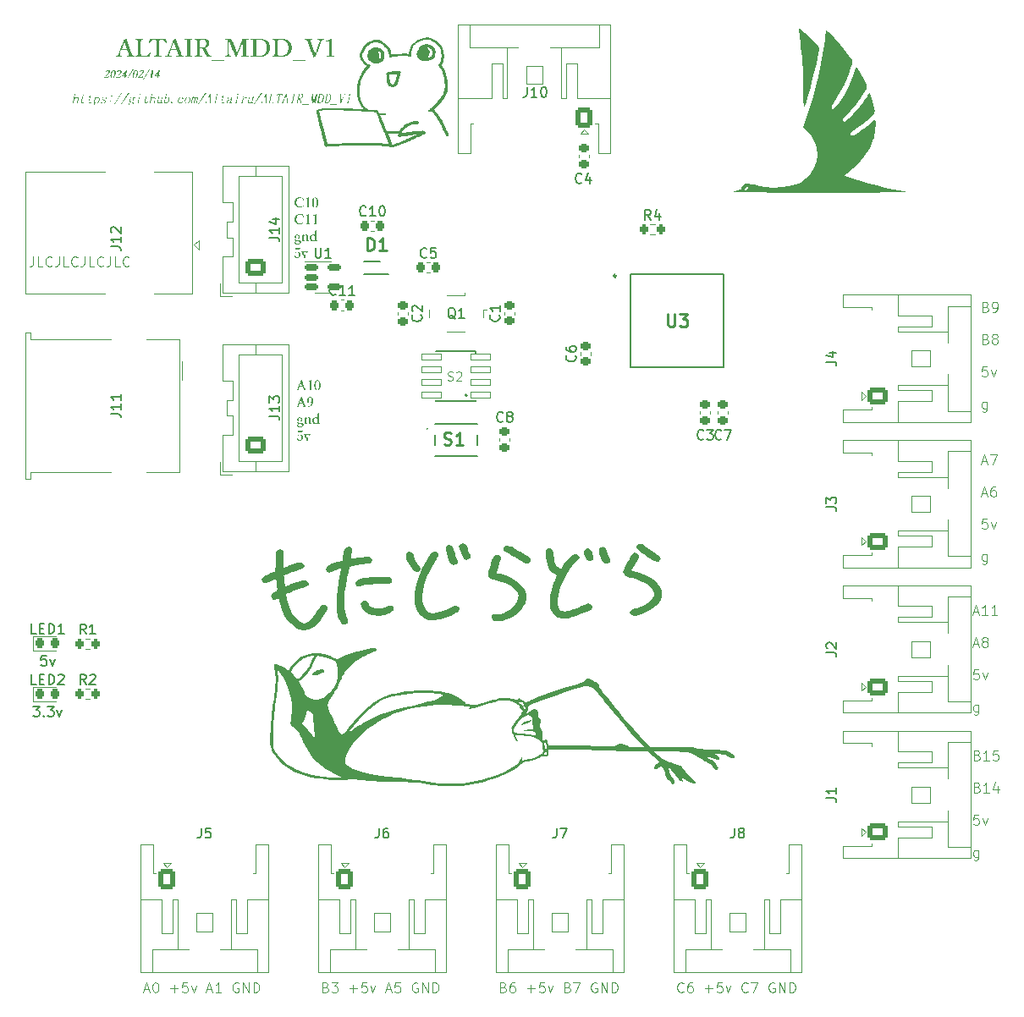
<source format=gto>
%TF.GenerationSoftware,KiCad,Pcbnew,7.0.7*%
%TF.CreationDate,2024-02-18T11:13:52+09:00*%
%TF.ProjectId,ALTAIR_MDD_V1-backups,414c5441-4952-45f4-9d44-445f56312d62,rev?*%
%TF.SameCoordinates,Original*%
%TF.FileFunction,Legend,Top*%
%TF.FilePolarity,Positive*%
%FSLAX46Y46*%
G04 Gerber Fmt 4.6, Leading zero omitted, Abs format (unit mm)*
G04 Created by KiCad (PCBNEW 7.0.7) date 2024-02-18 11:13:52*
%MOMM*%
%LPD*%
G01*
G04 APERTURE LIST*
G04 Aperture macros list*
%AMRoundRect*
0 Rectangle with rounded corners*
0 $1 Rounding radius*
0 $2 $3 $4 $5 $6 $7 $8 $9 X,Y pos of 4 corners*
0 Add a 4 corners polygon primitive as box body*
4,1,4,$2,$3,$4,$5,$6,$7,$8,$9,$2,$3,0*
0 Add four circle primitives for the rounded corners*
1,1,$1+$1,$2,$3*
1,1,$1+$1,$4,$5*
1,1,$1+$1,$6,$7*
1,1,$1+$1,$8,$9*
0 Add four rect primitives between the rounded corners*
20,1,$1+$1,$2,$3,$4,$5,0*
20,1,$1+$1,$4,$5,$6,$7,0*
20,1,$1+$1,$6,$7,$8,$9,0*
20,1,$1+$1,$8,$9,$2,$3,0*%
G04 Aperture macros list end*
%ADD10C,0.100000*%
%ADD11C,0.300000*%
%ADD12C,0.150000*%
%ADD13C,0.254000*%
%ADD14C,0.121920*%
%ADD15C,0.120000*%
%ADD16C,0.200000*%
%ADD17C,0.250000*%
%ADD18C,0.127000*%
%ADD19O,2.000000X2.800000*%
%ADD20RoundRect,0.250000X0.725000X-0.600000X0.725000X0.600000X-0.725000X0.600000X-0.725000X-0.600000X0*%
%ADD21O,1.950000X1.700000*%
%ADD22R,1.085000X0.550000*%
%ADD23RoundRect,0.225000X-0.250000X0.225000X-0.250000X-0.225000X0.250000X-0.225000X0.250000X0.225000X0*%
%ADD24O,2.800000X2.000000*%
%ADD25RoundRect,0.250000X-0.600000X-0.725000X0.600000X-0.725000X0.600000X0.725000X-0.600000X0.725000X0*%
%ADD26O,1.700000X1.950000*%
%ADD27R,1.800000X1.200000*%
%ADD28RoundRect,0.200000X-0.200000X-0.275000X0.200000X-0.275000X0.200000X0.275000X-0.200000X0.275000X0*%
%ADD29RoundRect,0.225000X0.250000X-0.225000X0.250000X0.225000X-0.250000X0.225000X-0.250000X-0.225000X0*%
%ADD30RoundRect,0.218750X-0.218750X-0.256250X0.218750X-0.256250X0.218750X0.256250X-0.218750X0.256250X0*%
%ADD31R,1.500000X1.600000*%
%ADD32C,1.600000*%
%ADD33C,3.000000*%
%ADD34C,3.200000*%
%ADD35R,1.475000X0.300000*%
%ADD36R,0.300000X1.475000*%
%ADD37RoundRect,0.225000X-0.225000X-0.250000X0.225000X-0.250000X0.225000X0.250000X-0.225000X0.250000X0*%
%ADD38R,1.600000X1.600000*%
%ADD39C,4.000000*%
%ADD40RoundRect,0.150000X-0.512500X-0.150000X0.512500X-0.150000X0.512500X0.150000X-0.512500X0.150000X0*%
%ADD41RoundRect,0.250000X0.600000X0.725000X-0.600000X0.725000X-0.600000X-0.725000X0.600000X-0.725000X0*%
%ADD42R,1.050000X0.650000*%
%ADD43RoundRect,0.050800X0.985000X0.295000X-0.985000X0.295000X-0.985000X-0.295000X0.985000X-0.295000X0*%
G04 APERTURE END LIST*
D10*
X202186265Y-90256704D02*
X202662455Y-90256704D01*
X202091027Y-90542419D02*
X202424360Y-89542419D01*
X202424360Y-89542419D02*
X202757693Y-90542419D01*
X202995789Y-89542419D02*
X203662455Y-89542419D01*
X203662455Y-89542419D02*
X203233884Y-90542419D01*
X202186265Y-93476704D02*
X202662455Y-93476704D01*
X202091027Y-93762419D02*
X202424360Y-92762419D01*
X202424360Y-92762419D02*
X202757693Y-93762419D01*
X203519598Y-92762419D02*
X203329122Y-92762419D01*
X203329122Y-92762419D02*
X203233884Y-92810038D01*
X203233884Y-92810038D02*
X203186265Y-92857657D01*
X203186265Y-92857657D02*
X203091027Y-93000514D01*
X203091027Y-93000514D02*
X203043408Y-93190990D01*
X203043408Y-93190990D02*
X203043408Y-93571942D01*
X203043408Y-93571942D02*
X203091027Y-93667180D01*
X203091027Y-93667180D02*
X203138646Y-93714800D01*
X203138646Y-93714800D02*
X203233884Y-93762419D01*
X203233884Y-93762419D02*
X203424360Y-93762419D01*
X203424360Y-93762419D02*
X203519598Y-93714800D01*
X203519598Y-93714800D02*
X203567217Y-93667180D01*
X203567217Y-93667180D02*
X203614836Y-93571942D01*
X203614836Y-93571942D02*
X203614836Y-93333847D01*
X203614836Y-93333847D02*
X203567217Y-93238609D01*
X203567217Y-93238609D02*
X203519598Y-93190990D01*
X203519598Y-93190990D02*
X203424360Y-93143371D01*
X203424360Y-93143371D02*
X203233884Y-93143371D01*
X203233884Y-93143371D02*
X203138646Y-93190990D01*
X203138646Y-93190990D02*
X203091027Y-93238609D01*
X203091027Y-93238609D02*
X203043408Y-93333847D01*
X202710074Y-95982419D02*
X202233884Y-95982419D01*
X202233884Y-95982419D02*
X202186265Y-96458609D01*
X202186265Y-96458609D02*
X202233884Y-96410990D01*
X202233884Y-96410990D02*
X202329122Y-96363371D01*
X202329122Y-96363371D02*
X202567217Y-96363371D01*
X202567217Y-96363371D02*
X202662455Y-96410990D01*
X202662455Y-96410990D02*
X202710074Y-96458609D01*
X202710074Y-96458609D02*
X202757693Y-96553847D01*
X202757693Y-96553847D02*
X202757693Y-96791942D01*
X202757693Y-96791942D02*
X202710074Y-96887180D01*
X202710074Y-96887180D02*
X202662455Y-96934800D01*
X202662455Y-96934800D02*
X202567217Y-96982419D01*
X202567217Y-96982419D02*
X202329122Y-96982419D01*
X202329122Y-96982419D02*
X202233884Y-96934800D01*
X202233884Y-96934800D02*
X202186265Y-96887180D01*
X203091027Y-96315752D02*
X203329122Y-96982419D01*
X203329122Y-96982419D02*
X203567217Y-96315752D01*
X202662455Y-99535752D02*
X202662455Y-100345276D01*
X202662455Y-100345276D02*
X202614836Y-100440514D01*
X202614836Y-100440514D02*
X202567217Y-100488133D01*
X202567217Y-100488133D02*
X202471979Y-100535752D01*
X202471979Y-100535752D02*
X202329122Y-100535752D01*
X202329122Y-100535752D02*
X202233884Y-100488133D01*
X202662455Y-100154800D02*
X202567217Y-100202419D01*
X202567217Y-100202419D02*
X202376741Y-100202419D01*
X202376741Y-100202419D02*
X202281503Y-100154800D01*
X202281503Y-100154800D02*
X202233884Y-100107180D01*
X202233884Y-100107180D02*
X202186265Y-100011942D01*
X202186265Y-100011942D02*
X202186265Y-99726228D01*
X202186265Y-99726228D02*
X202233884Y-99630990D01*
X202233884Y-99630990D02*
X202281503Y-99583371D01*
X202281503Y-99583371D02*
X202376741Y-99535752D01*
X202376741Y-99535752D02*
X202567217Y-99535752D01*
X202567217Y-99535752D02*
X202662455Y-99583371D01*
G36*
X134165209Y-82120841D02*
G01*
X134172708Y-82128096D01*
X134174062Y-82131755D01*
X134178188Y-82143609D01*
X134183250Y-82158039D01*
X134187563Y-82170296D01*
X134192625Y-82184665D01*
X134198437Y-82201144D01*
X134204999Y-82219733D01*
X134208562Y-82229819D01*
X134212311Y-82240432D01*
X134216249Y-82251574D01*
X134220373Y-82263242D01*
X134224685Y-82275439D01*
X134229185Y-82288163D01*
X134233872Y-82301414D01*
X134238747Y-82315194D01*
X134243809Y-82329500D01*
X134249058Y-82344335D01*
X134254495Y-82359697D01*
X134260120Y-82375586D01*
X134265932Y-82392004D01*
X134271931Y-82408948D01*
X134278118Y-82426421D01*
X134284493Y-82444421D01*
X134291055Y-82462949D01*
X134449568Y-82908448D01*
X134454854Y-82923337D01*
X134460025Y-82937535D01*
X134465081Y-82951043D01*
X134470024Y-82963860D01*
X134474851Y-82975986D01*
X134479564Y-82987422D01*
X134484163Y-82998167D01*
X134488647Y-83008221D01*
X134493017Y-83017584D01*
X134499357Y-83030334D01*
X134505439Y-83041529D01*
X134511263Y-83051171D01*
X134516830Y-83059258D01*
X134520399Y-83063786D01*
X134527136Y-83071462D01*
X134535127Y-83078986D01*
X134543258Y-83084966D01*
X134552723Y-83089912D01*
X134557524Y-83091630D01*
X134567581Y-83094242D01*
X134578101Y-83096087D01*
X134588998Y-83097538D01*
X134599403Y-83098656D01*
X134611013Y-83099690D01*
X134620802Y-83101383D01*
X134628107Y-83108648D01*
X134629575Y-83117031D01*
X134627382Y-83127321D01*
X134619134Y-83133975D01*
X134611013Y-83135105D01*
X134595581Y-83134780D01*
X134580547Y-83134475D01*
X134565913Y-83134192D01*
X134551677Y-83133929D01*
X134537840Y-83133688D01*
X134524402Y-83133468D01*
X134511363Y-83133268D01*
X134498722Y-83133090D01*
X134486480Y-83132932D01*
X134474637Y-83132796D01*
X134463193Y-83132681D01*
X134452148Y-83132586D01*
X134441502Y-83132513D01*
X134431254Y-83132460D01*
X134421405Y-83132429D01*
X134411955Y-83132418D01*
X134397800Y-83132442D01*
X134387851Y-83132484D01*
X134377492Y-83132547D01*
X134366722Y-83132631D01*
X134355543Y-83132736D01*
X134343953Y-83132862D01*
X134331952Y-83133009D01*
X134319542Y-83133176D01*
X134306721Y-83133365D01*
X134293490Y-83133575D01*
X134279848Y-83133806D01*
X134265797Y-83134058D01*
X134251335Y-83134331D01*
X134236463Y-83134625D01*
X134221180Y-83134940D01*
X134213385Y-83135105D01*
X134204809Y-83130142D01*
X134202437Y-83119649D01*
X134202394Y-83117519D01*
X134203940Y-83107250D01*
X134211421Y-83100815D01*
X134213385Y-83100667D01*
X134224070Y-83099985D01*
X134234142Y-83099102D01*
X134248102Y-83097397D01*
X134260684Y-83095238D01*
X134271887Y-83092623D01*
X134281712Y-83089554D01*
X134292669Y-83084753D01*
X134301175Y-83079143D01*
X134308363Y-83070993D01*
X134310838Y-83065496D01*
X134313527Y-83055648D01*
X134314844Y-83045155D01*
X134314990Y-83040094D01*
X134314269Y-83028340D01*
X134312653Y-83017288D01*
X134310113Y-83004771D01*
X134307602Y-82994421D01*
X134304572Y-82983247D01*
X134301022Y-82971248D01*
X134296952Y-82958426D01*
X134292364Y-82944779D01*
X134289016Y-82935223D01*
X134285437Y-82925300D01*
X134226330Y-82768252D01*
X134214597Y-82767631D01*
X134203089Y-82767050D01*
X134191806Y-82766509D01*
X134180748Y-82766008D01*
X134169916Y-82765547D01*
X134159309Y-82765127D01*
X134148926Y-82764746D01*
X134138769Y-82764405D01*
X134128837Y-82764105D01*
X134114362Y-82763729D01*
X134100393Y-82763444D01*
X134086930Y-82763248D01*
X134073974Y-82763143D01*
X134065618Y-82763123D01*
X134054872Y-82763168D01*
X134042967Y-82763303D01*
X134029902Y-82763529D01*
X134015678Y-82763844D01*
X134005552Y-82764105D01*
X133994910Y-82764405D01*
X133983753Y-82764746D01*
X133972081Y-82765127D01*
X133959894Y-82765547D01*
X133947191Y-82766008D01*
X133933973Y-82766509D01*
X133920241Y-82767050D01*
X133905992Y-82767631D01*
X133891229Y-82768252D01*
X133837496Y-82908448D01*
X133833349Y-82919851D01*
X133829610Y-82930890D01*
X133826279Y-82941564D01*
X133823356Y-82951873D01*
X133820841Y-82961817D01*
X133818734Y-82971396D01*
X133816559Y-82983601D01*
X133815108Y-82995157D01*
X133814383Y-83006064D01*
X133814293Y-83011274D01*
X133814713Y-83021914D01*
X133815976Y-83032251D01*
X133818079Y-83042284D01*
X133821025Y-83052013D01*
X133823085Y-83057436D01*
X133829550Y-83067115D01*
X133837547Y-83074068D01*
X133848056Y-83080319D01*
X133857585Y-83084547D01*
X133868526Y-83088379D01*
X133880880Y-83091817D01*
X133894647Y-83094859D01*
X133904609Y-83096668D01*
X133915199Y-83098301D01*
X133926417Y-83099759D01*
X133932262Y-83100422D01*
X133941604Y-83104697D01*
X133944609Y-83114464D01*
X133944718Y-83117519D01*
X133942842Y-83127531D01*
X133935028Y-83134263D01*
X133928842Y-83135105D01*
X133918546Y-83134625D01*
X133906984Y-83134192D01*
X133894155Y-83133806D01*
X133880059Y-83133468D01*
X133869958Y-83133268D01*
X133859294Y-83133090D01*
X133848068Y-83132932D01*
X133836278Y-83132796D01*
X133823926Y-83132681D01*
X133811011Y-83132586D01*
X133797532Y-83132513D01*
X133783491Y-83132460D01*
X133768887Y-83132429D01*
X133753720Y-83132418D01*
X133741236Y-83132429D01*
X133729185Y-83132460D01*
X133717568Y-83132513D01*
X133706383Y-83132586D01*
X133695632Y-83132681D01*
X133685313Y-83132796D01*
X133675428Y-83132932D01*
X133661413Y-83133176D01*
X133648372Y-83133468D01*
X133636305Y-83133806D01*
X133625213Y-83134192D01*
X133615096Y-83134625D01*
X133605953Y-83135105D01*
X133596428Y-83132563D01*
X133591070Y-83124073D01*
X133590322Y-83117031D01*
X133592169Y-83107158D01*
X133599863Y-83100519D01*
X133605953Y-83099690D01*
X133616593Y-83097583D01*
X133627142Y-83094561D01*
X133637598Y-83090622D01*
X133647963Y-83085768D01*
X133658237Y-83079998D01*
X133668419Y-83073311D01*
X133678509Y-83065709D01*
X133686016Y-83059407D01*
X133688508Y-83057191D01*
X133696153Y-83049191D01*
X133703883Y-83039752D01*
X133711700Y-83028875D01*
X133719603Y-83016559D01*
X133724919Y-83007550D01*
X133730273Y-82997901D01*
X133735665Y-82987614D01*
X133741096Y-82976687D01*
X133746565Y-82965120D01*
X133752072Y-82952915D01*
X133757617Y-82940070D01*
X133763200Y-82926586D01*
X133768821Y-82912463D01*
X133774481Y-82897701D01*
X133845920Y-82710367D01*
X133909792Y-82710367D01*
X133922271Y-82710996D01*
X133932943Y-82711413D01*
X133944739Y-82711783D01*
X133957661Y-82712106D01*
X133971707Y-82712382D01*
X133981696Y-82712539D01*
X133992185Y-82712675D01*
X134003174Y-82712791D01*
X134014663Y-82712885D01*
X134026652Y-82712959D01*
X134039141Y-82713011D01*
X134052130Y-82713043D01*
X134065618Y-82713053D01*
X134077933Y-82713043D01*
X134089779Y-82713011D01*
X134101159Y-82712959D01*
X134112070Y-82712885D01*
X134122515Y-82712791D01*
X134132491Y-82712675D01*
X134146580Y-82712463D01*
X134159617Y-82712203D01*
X134171602Y-82711896D01*
X134182534Y-82711542D01*
X134192416Y-82711141D01*
X134203954Y-82710532D01*
X134206547Y-82710367D01*
X134122039Y-82470276D01*
X134117659Y-82458034D01*
X134113040Y-82444848D01*
X134109826Y-82435532D01*
X134106506Y-82425797D01*
X134103079Y-82415642D01*
X134099545Y-82405067D01*
X134095905Y-82394072D01*
X134092157Y-82382658D01*
X134088303Y-82370823D01*
X134084341Y-82358569D01*
X134080273Y-82345895D01*
X134076098Y-82332801D01*
X134071816Y-82319288D01*
X134067427Y-82305355D01*
X134062932Y-82291002D01*
X133999673Y-82467589D01*
X133909792Y-82710367D01*
X133845920Y-82710367D01*
X133943253Y-82455133D01*
X133947182Y-82444841D01*
X133951064Y-82434635D01*
X133954897Y-82424516D01*
X133958682Y-82414482D01*
X133962419Y-82404533D01*
X133966108Y-82394671D01*
X133969748Y-82384895D01*
X133973340Y-82375204D01*
X133976885Y-82365600D01*
X133980381Y-82356081D01*
X133983828Y-82346648D01*
X133987228Y-82337301D01*
X133990579Y-82328040D01*
X133997138Y-82309775D01*
X134003503Y-82291854D01*
X134009676Y-82274276D01*
X134015656Y-82257041D01*
X134021444Y-82240150D01*
X134027038Y-82223603D01*
X134032440Y-82207399D01*
X134037650Y-82191538D01*
X134042666Y-82176021D01*
X134045102Y-82168392D01*
X134155500Y-82119055D01*
X134165209Y-82120841D01*
G37*
G36*
X135057000Y-82134686D02*
G01*
X135066831Y-82135678D01*
X135075762Y-82140283D01*
X135079449Y-82149585D01*
X135079471Y-82150562D01*
X135079310Y-82161076D01*
X135079074Y-82174299D01*
X135078846Y-82185995D01*
X135078576Y-82199215D01*
X135078262Y-82213959D01*
X135078029Y-82224635D01*
X135077778Y-82235989D01*
X135077507Y-82248019D01*
X135077217Y-82260728D01*
X135076907Y-82274113D01*
X135076579Y-82288176D01*
X135076232Y-82302917D01*
X135076051Y-82310541D01*
X135075815Y-82320683D01*
X135075593Y-82330653D01*
X135075387Y-82340451D01*
X135075107Y-82354827D01*
X135074860Y-82368816D01*
X135074649Y-82382419D01*
X135074471Y-82395635D01*
X135074328Y-82408465D01*
X135074219Y-82420908D01*
X135074145Y-82432965D01*
X135074105Y-82444636D01*
X135074097Y-82452202D01*
X135074097Y-82878894D01*
X135074108Y-82891901D01*
X135074139Y-82904299D01*
X135074192Y-82916089D01*
X135074265Y-82927269D01*
X135074360Y-82937842D01*
X135074475Y-82947805D01*
X135074688Y-82961609D01*
X135074947Y-82974043D01*
X135075254Y-82985108D01*
X135075737Y-82997730D01*
X135076304Y-83007918D01*
X135076784Y-83013960D01*
X135078333Y-83025090D01*
X135080631Y-83035612D01*
X135083676Y-83045526D01*
X135087469Y-83054833D01*
X135089973Y-83059878D01*
X135095461Y-83068033D01*
X135103590Y-83074972D01*
X135112661Y-83079952D01*
X135123672Y-83084039D01*
X135134330Y-83086763D01*
X135136623Y-83087233D01*
X135146301Y-83088790D01*
X135157287Y-83090239D01*
X135168881Y-83091629D01*
X135179754Y-83092862D01*
X135192046Y-83094201D01*
X135202197Y-83095276D01*
X135209408Y-83096026D01*
X135218349Y-83100981D01*
X135221560Y-83110432D01*
X135221864Y-83115810D01*
X135220648Y-83125985D01*
X135214857Y-83133899D01*
X135209408Y-83135105D01*
X135197089Y-83134632D01*
X135184678Y-83134189D01*
X135172176Y-83133777D01*
X135159582Y-83133395D01*
X135146897Y-83133044D01*
X135134120Y-83132724D01*
X135121251Y-83132433D01*
X135108291Y-83132174D01*
X135095239Y-83131945D01*
X135082096Y-83131747D01*
X135068861Y-83131579D01*
X135055535Y-83131441D01*
X135042117Y-83131334D01*
X135028607Y-83131258D01*
X135015006Y-83131212D01*
X135001313Y-83131197D01*
X134987111Y-83131212D01*
X134973023Y-83131258D01*
X134959046Y-83131334D01*
X134945183Y-83131441D01*
X134931432Y-83131579D01*
X134917793Y-83131747D01*
X134904267Y-83131945D01*
X134890854Y-83132174D01*
X134877553Y-83132433D01*
X134864365Y-83132724D01*
X134851290Y-83133044D01*
X134838327Y-83133395D01*
X134825476Y-83133777D01*
X134812738Y-83134189D01*
X134800113Y-83134632D01*
X134787600Y-83135105D01*
X134778270Y-83131880D01*
X134773697Y-83122206D01*
X134773190Y-83115565D01*
X134774597Y-83105634D01*
X134780634Y-83097714D01*
X134787600Y-83095538D01*
X134798807Y-83094667D01*
X134809253Y-83093797D01*
X134821999Y-83092637D01*
X134833395Y-83091477D01*
X134843439Y-83090317D01*
X134854095Y-83088867D01*
X134864096Y-83087126D01*
X134867956Y-83086256D01*
X134878541Y-83083005D01*
X134887580Y-83078929D01*
X134896172Y-83073132D01*
X134903415Y-83065133D01*
X134906547Y-83059390D01*
X134910698Y-83047336D01*
X134912851Y-83037179D01*
X134914751Y-83024828D01*
X134916397Y-83010282D01*
X134917354Y-82999367D01*
X134918199Y-82987476D01*
X134918930Y-82974611D01*
X134919550Y-82960770D01*
X134920056Y-82945954D01*
X134920450Y-82930163D01*
X134920732Y-82913397D01*
X134920901Y-82895656D01*
X134920957Y-82876940D01*
X134920957Y-82385524D01*
X134920901Y-82374980D01*
X134920732Y-82364965D01*
X134920267Y-82350934D01*
X134919550Y-82338092D01*
X134918579Y-82326439D01*
X134917354Y-82315975D01*
X134915328Y-82303874D01*
X134912851Y-82293887D01*
X134909122Y-82284376D01*
X134906547Y-82280255D01*
X134899234Y-82273024D01*
X134890117Y-82269340D01*
X134879646Y-82267753D01*
X134873574Y-82267554D01*
X134862690Y-82268028D01*
X134852340Y-82269218D01*
X134841218Y-82271133D01*
X134831072Y-82273351D01*
X134823993Y-82275126D01*
X134769038Y-82289048D01*
X134759326Y-82290984D01*
X134758780Y-82291002D01*
X134749604Y-82286521D01*
X134744912Y-82277048D01*
X134744369Y-82275126D01*
X134742309Y-82265555D01*
X134742171Y-82263646D01*
X134748086Y-82255422D01*
X134757314Y-82251678D01*
X134775086Y-82245640D01*
X134792985Y-82239432D01*
X134811012Y-82233054D01*
X134829167Y-82226506D01*
X134847450Y-82219789D01*
X134856640Y-82216366D01*
X134865861Y-82212901D01*
X134875114Y-82209394D01*
X134884400Y-82205844D01*
X134893717Y-82202252D01*
X134903066Y-82198617D01*
X134912447Y-82194939D01*
X134921860Y-82191220D01*
X134931306Y-82187458D01*
X134940783Y-82183653D01*
X134950292Y-82179806D01*
X134959833Y-82175916D01*
X134969406Y-82171984D01*
X134979010Y-82168010D01*
X134988647Y-82163993D01*
X134998316Y-82159934D01*
X135008017Y-82155832D01*
X135017750Y-82151688D01*
X135027514Y-82147501D01*
X135037311Y-82143272D01*
X135047140Y-82139000D01*
X135057000Y-82134686D01*
G37*
G36*
X135726619Y-82135291D02*
G01*
X135745261Y-82137106D01*
X135763347Y-82140130D01*
X135780875Y-82144364D01*
X135797846Y-82149808D01*
X135814260Y-82156462D01*
X135830117Y-82164325D01*
X135845416Y-82173399D01*
X135860158Y-82183682D01*
X135874344Y-82195174D01*
X135887972Y-82207877D01*
X135901042Y-82221789D01*
X135913556Y-82236911D01*
X135919604Y-82244926D01*
X135925512Y-82253243D01*
X135931282Y-82261863D01*
X135936912Y-82270785D01*
X135942402Y-82280009D01*
X135947754Y-82289536D01*
X135956479Y-82306536D01*
X135964641Y-82324196D01*
X135968511Y-82333273D01*
X135972240Y-82342516D01*
X135975829Y-82351923D01*
X135979276Y-82361496D01*
X135982584Y-82371234D01*
X135985750Y-82381137D01*
X135988775Y-82391205D01*
X135991660Y-82401438D01*
X135994404Y-82411835D01*
X135997008Y-82422399D01*
X135999471Y-82433127D01*
X136001793Y-82444020D01*
X136003974Y-82455078D01*
X136006014Y-82466301D01*
X136007914Y-82477689D01*
X136009673Y-82489243D01*
X136011292Y-82500961D01*
X136012769Y-82512845D01*
X136014106Y-82524893D01*
X136015302Y-82537107D01*
X136016358Y-82549485D01*
X136017272Y-82562029D01*
X136018046Y-82574738D01*
X136018680Y-82587612D01*
X136019172Y-82600650D01*
X136019524Y-82613854D01*
X136019735Y-82627223D01*
X136019806Y-82640757D01*
X136019714Y-82656413D01*
X136019438Y-82671844D01*
X136018979Y-82687049D01*
X136018336Y-82702028D01*
X136017510Y-82716782D01*
X136016500Y-82731309D01*
X136015306Y-82745612D01*
X136013928Y-82759688D01*
X136012367Y-82773539D01*
X136010623Y-82787165D01*
X136008694Y-82800564D01*
X136006582Y-82813739D01*
X136004286Y-82826687D01*
X136001807Y-82839410D01*
X135999144Y-82851907D01*
X135996297Y-82864178D01*
X135993267Y-82876224D01*
X135990053Y-82888045D01*
X135986655Y-82899639D01*
X135983074Y-82911008D01*
X135979309Y-82922152D01*
X135975360Y-82933069D01*
X135971228Y-82943761D01*
X135966912Y-82954228D01*
X135962412Y-82964469D01*
X135957729Y-82974484D01*
X135952862Y-82984273D01*
X135947811Y-82993837D01*
X135942577Y-83003175D01*
X135937159Y-83012288D01*
X135931557Y-83021175D01*
X135925772Y-83029836D01*
X135915245Y-83044476D01*
X135904302Y-83058172D01*
X135892942Y-83070923D01*
X135881167Y-83082730D01*
X135868976Y-83093592D01*
X135856369Y-83103510D01*
X135843346Y-83112483D01*
X135829907Y-83120511D01*
X135816052Y-83127595D01*
X135801781Y-83133735D01*
X135787094Y-83138930D01*
X135771991Y-83143180D01*
X135756472Y-83146486D01*
X135740537Y-83148847D01*
X135724186Y-83150264D01*
X135707419Y-83150736D01*
X135697436Y-83150589D01*
X135687607Y-83150148D01*
X135668409Y-83148382D01*
X135649825Y-83145438D01*
X135631856Y-83141318D01*
X135614502Y-83136020D01*
X135597761Y-83129545D01*
X135581636Y-83121892D01*
X135566124Y-83113062D01*
X135551228Y-83103055D01*
X135536945Y-83091870D01*
X135523277Y-83079508D01*
X135510223Y-83065969D01*
X135497784Y-83051252D01*
X135491795Y-83043453D01*
X135485959Y-83035358D01*
X135480277Y-83026970D01*
X135474749Y-83018287D01*
X135469374Y-83009310D01*
X135464153Y-83000039D01*
X135455487Y-82983410D01*
X135447380Y-82966070D01*
X135439833Y-82948018D01*
X135436269Y-82938725D01*
X135432844Y-82929254D01*
X135429560Y-82919605D01*
X135426415Y-82909778D01*
X135423410Y-82899774D01*
X135420544Y-82889591D01*
X135417819Y-82879231D01*
X135415233Y-82868692D01*
X135412787Y-82857976D01*
X135410481Y-82847081D01*
X135408314Y-82836009D01*
X135406288Y-82824759D01*
X135404401Y-82813331D01*
X135402653Y-82801725D01*
X135401046Y-82789941D01*
X135399578Y-82777979D01*
X135398251Y-82765839D01*
X135397063Y-82753521D01*
X135396014Y-82741025D01*
X135395106Y-82728352D01*
X135394337Y-82715500D01*
X135393708Y-82702471D01*
X135393219Y-82689263D01*
X135392869Y-82675878D01*
X135392660Y-82662314D01*
X135392590Y-82648573D01*
X135392612Y-82644665D01*
X135557454Y-82644665D01*
X135557487Y-82659901D01*
X135557588Y-82674865D01*
X135557756Y-82689556D01*
X135557992Y-82703974D01*
X135558295Y-82718121D01*
X135558665Y-82731994D01*
X135559102Y-82745596D01*
X135559606Y-82758925D01*
X135560178Y-82771982D01*
X135560817Y-82784766D01*
X135561523Y-82797278D01*
X135562297Y-82809518D01*
X135563137Y-82821485D01*
X135564045Y-82833180D01*
X135565021Y-82844602D01*
X135566063Y-82855752D01*
X135567173Y-82866630D01*
X135568350Y-82877235D01*
X135569595Y-82887568D01*
X135570906Y-82897628D01*
X135572285Y-82907416D01*
X135575245Y-82926175D01*
X135578473Y-82943845D01*
X135581971Y-82960425D01*
X135585738Y-82975915D01*
X135589773Y-82990316D01*
X135591892Y-82997108D01*
X135596522Y-83010417D01*
X135601498Y-83022868D01*
X135606819Y-83034460D01*
X135612485Y-83045193D01*
X135618496Y-83055068D01*
X135624853Y-83064084D01*
X135631556Y-83072241D01*
X135638603Y-83079540D01*
X135645997Y-83085980D01*
X135657734Y-83094030D01*
X135670248Y-83100148D01*
X135683540Y-83104334D01*
X135697608Y-83106588D01*
X135707419Y-83107017D01*
X135718200Y-83106462D01*
X135728561Y-83104796D01*
X135738503Y-83102020D01*
X135748024Y-83098133D01*
X135757126Y-83093135D01*
X135765808Y-83087027D01*
X135774070Y-83079809D01*
X135781913Y-83071480D01*
X135789336Y-83062040D01*
X135796339Y-83051490D01*
X135802922Y-83039829D01*
X135809085Y-83027058D01*
X135814829Y-83013176D01*
X135820152Y-82998184D01*
X135825056Y-82982081D01*
X135829540Y-82964868D01*
X135832616Y-82951052D01*
X135835494Y-82936410D01*
X135838173Y-82920941D01*
X135840653Y-82904646D01*
X135842936Y-82887526D01*
X135845019Y-82869579D01*
X135846904Y-82850805D01*
X135848591Y-82831206D01*
X135849360Y-82821096D01*
X135850080Y-82810780D01*
X135850749Y-82800257D01*
X135851370Y-82789528D01*
X135851940Y-82778592D01*
X135852461Y-82767450D01*
X135852932Y-82756101D01*
X135853354Y-82744545D01*
X135853726Y-82732783D01*
X135854049Y-82720815D01*
X135854321Y-82708639D01*
X135854545Y-82696258D01*
X135854718Y-82683669D01*
X135854842Y-82670875D01*
X135854917Y-82657873D01*
X135854942Y-82644665D01*
X135854909Y-82629308D01*
X135854810Y-82614226D01*
X135854645Y-82599419D01*
X135854415Y-82584887D01*
X135854119Y-82570629D01*
X135853757Y-82556646D01*
X135853329Y-82542938D01*
X135852835Y-82529505D01*
X135852275Y-82516346D01*
X135851650Y-82503462D01*
X135850959Y-82490853D01*
X135850202Y-82478519D01*
X135849379Y-82466460D01*
X135848490Y-82454675D01*
X135847536Y-82443165D01*
X135846515Y-82431930D01*
X135845429Y-82420969D01*
X135844277Y-82410284D01*
X135843059Y-82399873D01*
X135841775Y-82389737D01*
X135840426Y-82379875D01*
X135837529Y-82360977D01*
X135834369Y-82343178D01*
X135830946Y-82326478D01*
X135827260Y-82310877D01*
X135823310Y-82296375D01*
X135821236Y-82289536D01*
X135816698Y-82276079D01*
X135811817Y-82263490D01*
X135806593Y-82251769D01*
X135801025Y-82240917D01*
X135795114Y-82230932D01*
X135788859Y-82221816D01*
X135782260Y-82213568D01*
X135775318Y-82206188D01*
X135768033Y-82199677D01*
X135756461Y-82191537D01*
X135744116Y-82185351D01*
X135730999Y-82181119D01*
X135717108Y-82178840D01*
X135707419Y-82178406D01*
X135696371Y-82178967D01*
X135685758Y-82180650D01*
X135675580Y-82183455D01*
X135665837Y-82187382D01*
X135656529Y-82192431D01*
X135647656Y-82198601D01*
X135639218Y-82205894D01*
X135631215Y-82214309D01*
X135623647Y-82223846D01*
X135616515Y-82234505D01*
X135609817Y-82246286D01*
X135603555Y-82259189D01*
X135597727Y-82273214D01*
X135592335Y-82288361D01*
X135587377Y-82304630D01*
X135582855Y-82322020D01*
X135579779Y-82335817D01*
X135576902Y-82350463D01*
X135574223Y-82365958D01*
X135571742Y-82382303D01*
X135569460Y-82399496D01*
X135567376Y-82417538D01*
X135565491Y-82436430D01*
X135564623Y-82446194D01*
X135563804Y-82456171D01*
X135563035Y-82466360D01*
X135562316Y-82476761D01*
X135561646Y-82487374D01*
X135561026Y-82498200D01*
X135560455Y-82509238D01*
X135559934Y-82520488D01*
X135559463Y-82531950D01*
X135559041Y-82543625D01*
X135558669Y-82555512D01*
X135558347Y-82567611D01*
X135558074Y-82579923D01*
X135557851Y-82592447D01*
X135557677Y-82605183D01*
X135557553Y-82618131D01*
X135557479Y-82631292D01*
X135557454Y-82644665D01*
X135392612Y-82644665D01*
X135392681Y-82632676D01*
X135392955Y-82617010D01*
X135393412Y-82601577D01*
X135394052Y-82586375D01*
X135394874Y-82571405D01*
X135395879Y-82556667D01*
X135397066Y-82542161D01*
X135398436Y-82527887D01*
X135399989Y-82513844D01*
X135401725Y-82500033D01*
X135403644Y-82486455D01*
X135405745Y-82473108D01*
X135408028Y-82459992D01*
X135410495Y-82447109D01*
X135413144Y-82434458D01*
X135415976Y-82422038D01*
X135418991Y-82409850D01*
X135422188Y-82397894D01*
X135425568Y-82386170D01*
X135429131Y-82374678D01*
X135432876Y-82363417D01*
X135436805Y-82352389D01*
X135440915Y-82341592D01*
X135445209Y-82331027D01*
X135449685Y-82320694D01*
X135454344Y-82310593D01*
X135459186Y-82300723D01*
X135464210Y-82291086D01*
X135469417Y-82281680D01*
X135474807Y-82272506D01*
X135480380Y-82263564D01*
X135486135Y-82254854D01*
X135496645Y-82240302D01*
X135507598Y-82226689D01*
X135518993Y-82214015D01*
X135530831Y-82202280D01*
X135543112Y-82191484D01*
X135555836Y-82181627D01*
X135569002Y-82172708D01*
X135582611Y-82164728D01*
X135596662Y-82157687D01*
X135611157Y-82151585D01*
X135626094Y-82146421D01*
X135641473Y-82142197D01*
X135657296Y-82138911D01*
X135673561Y-82136564D01*
X135690268Y-82135156D01*
X135707419Y-82134686D01*
X135726619Y-82135291D01*
G37*
G36*
X134165209Y-83800841D02*
G01*
X134172708Y-83808096D01*
X134174062Y-83811755D01*
X134178188Y-83823609D01*
X134183250Y-83838039D01*
X134187563Y-83850296D01*
X134192625Y-83864665D01*
X134198437Y-83881144D01*
X134204999Y-83899733D01*
X134208562Y-83909819D01*
X134212311Y-83920432D01*
X134216249Y-83931574D01*
X134220373Y-83943242D01*
X134224685Y-83955439D01*
X134229185Y-83968163D01*
X134233872Y-83981414D01*
X134238747Y-83995194D01*
X134243809Y-84009500D01*
X134249058Y-84024335D01*
X134254495Y-84039697D01*
X134260120Y-84055586D01*
X134265932Y-84072004D01*
X134271931Y-84088948D01*
X134278118Y-84106421D01*
X134284493Y-84124421D01*
X134291055Y-84142949D01*
X134449568Y-84588448D01*
X134454854Y-84603337D01*
X134460025Y-84617535D01*
X134465081Y-84631043D01*
X134470024Y-84643860D01*
X134474851Y-84655986D01*
X134479564Y-84667422D01*
X134484163Y-84678167D01*
X134488647Y-84688221D01*
X134493017Y-84697584D01*
X134499357Y-84710334D01*
X134505439Y-84721529D01*
X134511263Y-84731171D01*
X134516830Y-84739258D01*
X134520399Y-84743786D01*
X134527136Y-84751462D01*
X134535127Y-84758986D01*
X134543258Y-84764966D01*
X134552723Y-84769912D01*
X134557524Y-84771630D01*
X134567581Y-84774242D01*
X134578101Y-84776087D01*
X134588998Y-84777538D01*
X134599403Y-84778656D01*
X134611013Y-84779690D01*
X134620802Y-84781383D01*
X134628107Y-84788648D01*
X134629575Y-84797031D01*
X134627382Y-84807321D01*
X134619134Y-84813975D01*
X134611013Y-84815105D01*
X134595581Y-84814780D01*
X134580547Y-84814475D01*
X134565913Y-84814192D01*
X134551677Y-84813929D01*
X134537840Y-84813688D01*
X134524402Y-84813468D01*
X134511363Y-84813268D01*
X134498722Y-84813090D01*
X134486480Y-84812932D01*
X134474637Y-84812796D01*
X134463193Y-84812681D01*
X134452148Y-84812586D01*
X134441502Y-84812513D01*
X134431254Y-84812460D01*
X134421405Y-84812429D01*
X134411955Y-84812418D01*
X134397800Y-84812442D01*
X134387851Y-84812484D01*
X134377492Y-84812547D01*
X134366722Y-84812631D01*
X134355543Y-84812736D01*
X134343953Y-84812862D01*
X134331952Y-84813009D01*
X134319542Y-84813176D01*
X134306721Y-84813365D01*
X134293490Y-84813575D01*
X134279848Y-84813806D01*
X134265797Y-84814058D01*
X134251335Y-84814331D01*
X134236463Y-84814625D01*
X134221180Y-84814940D01*
X134213385Y-84815105D01*
X134204809Y-84810142D01*
X134202437Y-84799649D01*
X134202394Y-84797519D01*
X134203940Y-84787250D01*
X134211421Y-84780815D01*
X134213385Y-84780667D01*
X134224070Y-84779985D01*
X134234142Y-84779102D01*
X134248102Y-84777397D01*
X134260684Y-84775238D01*
X134271887Y-84772623D01*
X134281712Y-84769554D01*
X134292669Y-84764753D01*
X134301175Y-84759143D01*
X134308363Y-84750993D01*
X134310838Y-84745496D01*
X134313527Y-84735648D01*
X134314844Y-84725155D01*
X134314990Y-84720094D01*
X134314269Y-84708340D01*
X134312653Y-84697288D01*
X134310113Y-84684771D01*
X134307602Y-84674421D01*
X134304572Y-84663247D01*
X134301022Y-84651248D01*
X134296952Y-84638426D01*
X134292364Y-84624779D01*
X134289016Y-84615223D01*
X134285437Y-84605300D01*
X134226330Y-84448252D01*
X134214597Y-84447631D01*
X134203089Y-84447050D01*
X134191806Y-84446509D01*
X134180748Y-84446008D01*
X134169916Y-84445547D01*
X134159309Y-84445127D01*
X134148926Y-84444746D01*
X134138769Y-84444405D01*
X134128837Y-84444105D01*
X134114362Y-84443729D01*
X134100393Y-84443444D01*
X134086930Y-84443248D01*
X134073974Y-84443143D01*
X134065618Y-84443123D01*
X134054872Y-84443168D01*
X134042967Y-84443303D01*
X134029902Y-84443529D01*
X134015678Y-84443844D01*
X134005552Y-84444105D01*
X133994910Y-84444405D01*
X133983753Y-84444746D01*
X133972081Y-84445127D01*
X133959894Y-84445547D01*
X133947191Y-84446008D01*
X133933973Y-84446509D01*
X133920241Y-84447050D01*
X133905992Y-84447631D01*
X133891229Y-84448252D01*
X133837496Y-84588448D01*
X133833349Y-84599851D01*
X133829610Y-84610890D01*
X133826279Y-84621564D01*
X133823356Y-84631873D01*
X133820841Y-84641817D01*
X133818734Y-84651396D01*
X133816559Y-84663601D01*
X133815108Y-84675157D01*
X133814383Y-84686064D01*
X133814293Y-84691274D01*
X133814713Y-84701914D01*
X133815976Y-84712251D01*
X133818079Y-84722284D01*
X133821025Y-84732013D01*
X133823085Y-84737436D01*
X133829550Y-84747115D01*
X133837547Y-84754068D01*
X133848056Y-84760319D01*
X133857585Y-84764547D01*
X133868526Y-84768379D01*
X133880880Y-84771817D01*
X133894647Y-84774859D01*
X133904609Y-84776668D01*
X133915199Y-84778301D01*
X133926417Y-84779759D01*
X133932262Y-84780422D01*
X133941604Y-84784697D01*
X133944609Y-84794464D01*
X133944718Y-84797519D01*
X133942842Y-84807531D01*
X133935028Y-84814263D01*
X133928842Y-84815105D01*
X133918546Y-84814625D01*
X133906984Y-84814192D01*
X133894155Y-84813806D01*
X133880059Y-84813468D01*
X133869958Y-84813268D01*
X133859294Y-84813090D01*
X133848068Y-84812932D01*
X133836278Y-84812796D01*
X133823926Y-84812681D01*
X133811011Y-84812586D01*
X133797532Y-84812513D01*
X133783491Y-84812460D01*
X133768887Y-84812429D01*
X133753720Y-84812418D01*
X133741236Y-84812429D01*
X133729185Y-84812460D01*
X133717568Y-84812513D01*
X133706383Y-84812586D01*
X133695632Y-84812681D01*
X133685313Y-84812796D01*
X133675428Y-84812932D01*
X133661413Y-84813176D01*
X133648372Y-84813468D01*
X133636305Y-84813806D01*
X133625213Y-84814192D01*
X133615096Y-84814625D01*
X133605953Y-84815105D01*
X133596428Y-84812563D01*
X133591070Y-84804073D01*
X133590322Y-84797031D01*
X133592169Y-84787158D01*
X133599863Y-84780519D01*
X133605953Y-84779690D01*
X133616593Y-84777583D01*
X133627142Y-84774561D01*
X133637598Y-84770622D01*
X133647963Y-84765768D01*
X133658237Y-84759998D01*
X133668419Y-84753311D01*
X133678509Y-84745709D01*
X133686016Y-84739407D01*
X133688508Y-84737191D01*
X133696153Y-84729191D01*
X133703883Y-84719752D01*
X133711700Y-84708875D01*
X133719603Y-84696559D01*
X133724919Y-84687550D01*
X133730273Y-84677901D01*
X133735665Y-84667614D01*
X133741096Y-84656687D01*
X133746565Y-84645120D01*
X133752072Y-84632915D01*
X133757617Y-84620070D01*
X133763200Y-84606586D01*
X133768821Y-84592463D01*
X133774481Y-84577701D01*
X133845920Y-84390367D01*
X133909792Y-84390367D01*
X133922271Y-84390996D01*
X133932943Y-84391413D01*
X133944739Y-84391783D01*
X133957661Y-84392106D01*
X133971707Y-84392382D01*
X133981696Y-84392539D01*
X133992185Y-84392675D01*
X134003174Y-84392791D01*
X134014663Y-84392885D01*
X134026652Y-84392959D01*
X134039141Y-84393011D01*
X134052130Y-84393043D01*
X134065618Y-84393053D01*
X134077933Y-84393043D01*
X134089779Y-84393011D01*
X134101159Y-84392959D01*
X134112070Y-84392885D01*
X134122515Y-84392791D01*
X134132491Y-84392675D01*
X134146580Y-84392463D01*
X134159617Y-84392203D01*
X134171602Y-84391896D01*
X134182534Y-84391542D01*
X134192416Y-84391141D01*
X134203954Y-84390532D01*
X134206547Y-84390367D01*
X134122039Y-84150276D01*
X134117659Y-84138034D01*
X134113040Y-84124848D01*
X134109826Y-84115532D01*
X134106506Y-84105797D01*
X134103079Y-84095642D01*
X134099545Y-84085067D01*
X134095905Y-84074072D01*
X134092157Y-84062658D01*
X134088303Y-84050823D01*
X134084341Y-84038569D01*
X134080273Y-84025895D01*
X134076098Y-84012801D01*
X134071816Y-83999288D01*
X134067427Y-83985355D01*
X134062932Y-83971002D01*
X133999673Y-84147589D01*
X133909792Y-84390367D01*
X133845920Y-84390367D01*
X133943253Y-84135133D01*
X133947182Y-84124841D01*
X133951064Y-84114635D01*
X133954897Y-84104516D01*
X133958682Y-84094482D01*
X133962419Y-84084533D01*
X133966108Y-84074671D01*
X133969748Y-84064895D01*
X133973340Y-84055204D01*
X133976885Y-84045600D01*
X133980381Y-84036081D01*
X133983828Y-84026648D01*
X133987228Y-84017301D01*
X133990579Y-84008040D01*
X133997138Y-83989775D01*
X134003503Y-83971854D01*
X134009676Y-83954276D01*
X134015656Y-83937041D01*
X134021444Y-83920150D01*
X134027038Y-83903603D01*
X134032440Y-83887399D01*
X134037650Y-83871538D01*
X134042666Y-83856021D01*
X134045102Y-83848392D01*
X134155500Y-83799055D01*
X134165209Y-83800841D01*
G37*
G36*
X134986176Y-83815161D02*
G01*
X135004942Y-83816587D01*
X135023172Y-83818962D01*
X135040865Y-83822288D01*
X135058022Y-83826564D01*
X135074643Y-83831791D01*
X135090728Y-83837967D01*
X135106276Y-83845094D01*
X135121289Y-83853172D01*
X135135765Y-83862199D01*
X135149705Y-83872177D01*
X135163108Y-83883105D01*
X135175976Y-83894983D01*
X135188307Y-83907811D01*
X135200103Y-83921590D01*
X135211362Y-83936319D01*
X135220442Y-83949500D01*
X135228936Y-83963151D01*
X135236844Y-83977275D01*
X135244167Y-83991869D01*
X135250903Y-84006935D01*
X135257054Y-84022472D01*
X135262619Y-84038480D01*
X135267599Y-84054960D01*
X135271992Y-84071911D01*
X135275800Y-84089333D01*
X135279022Y-84107227D01*
X135281658Y-84125592D01*
X135283708Y-84144428D01*
X135285173Y-84163736D01*
X135285685Y-84173566D01*
X135286051Y-84183515D01*
X135286271Y-84193581D01*
X135286344Y-84203765D01*
X135286256Y-84216735D01*
X135285993Y-84229571D01*
X135285554Y-84242273D01*
X135284940Y-84254842D01*
X135284150Y-84267278D01*
X135283184Y-84279580D01*
X135282043Y-84291748D01*
X135280727Y-84303782D01*
X135279234Y-84315684D01*
X135277567Y-84327451D01*
X135275723Y-84339085D01*
X135273705Y-84350586D01*
X135271510Y-84361952D01*
X135269140Y-84373186D01*
X135266595Y-84384285D01*
X135263874Y-84395251D01*
X135260977Y-84406084D01*
X135257905Y-84416783D01*
X135254658Y-84427348D01*
X135251234Y-84437780D01*
X135247636Y-84448078D01*
X135243861Y-84458243D01*
X135239911Y-84468274D01*
X135235786Y-84478172D01*
X135231485Y-84487936D01*
X135227008Y-84497566D01*
X135222356Y-84507063D01*
X135217529Y-84516426D01*
X135212526Y-84525656D01*
X135207347Y-84534752D01*
X135201993Y-84543715D01*
X135196463Y-84552544D01*
X135187989Y-84565163D01*
X135179053Y-84577621D01*
X135169655Y-84589916D01*
X135159796Y-84602049D01*
X135149475Y-84614020D01*
X135138692Y-84625828D01*
X135127447Y-84637474D01*
X135115741Y-84648959D01*
X135103572Y-84660281D01*
X135090942Y-84671440D01*
X135077851Y-84682438D01*
X135064297Y-84693273D01*
X135050282Y-84703947D01*
X135035804Y-84714458D01*
X135020866Y-84724807D01*
X135005465Y-84734993D01*
X134991837Y-84743553D01*
X134978125Y-84751770D01*
X134964329Y-84759643D01*
X134950449Y-84767172D01*
X134936485Y-84774358D01*
X134922438Y-84781201D01*
X134908306Y-84787700D01*
X134894090Y-84793856D01*
X134879791Y-84799668D01*
X134865407Y-84805137D01*
X134850939Y-84810262D01*
X134836388Y-84815044D01*
X134821752Y-84819482D01*
X134807033Y-84823577D01*
X134792230Y-84827328D01*
X134777342Y-84830736D01*
X134766875Y-84828708D01*
X134758220Y-84823499D01*
X134751147Y-84816311D01*
X134745457Y-84808196D01*
X134743637Y-84805091D01*
X134738260Y-84796362D01*
X134735462Y-84786792D01*
X134735332Y-84784330D01*
X134738371Y-84774580D01*
X134747487Y-84769691D01*
X134751208Y-84769187D01*
X134765961Y-84768226D01*
X134780361Y-84766989D01*
X134794408Y-84765478D01*
X134808101Y-84763692D01*
X134821442Y-84761631D01*
X134834430Y-84759295D01*
X134847065Y-84756685D01*
X134859347Y-84753800D01*
X134871275Y-84750640D01*
X134882851Y-84747205D01*
X134894074Y-84743496D01*
X134904944Y-84739512D01*
X134915461Y-84735253D01*
X134925624Y-84730719D01*
X134935435Y-84725910D01*
X134944893Y-84720827D01*
X134955712Y-84714303D01*
X134966188Y-84707371D01*
X134976320Y-84700030D01*
X134986109Y-84692281D01*
X134995554Y-84684124D01*
X135004656Y-84675558D01*
X135013414Y-84666584D01*
X135021829Y-84657202D01*
X135029901Y-84647411D01*
X135037629Y-84637212D01*
X135045013Y-84626605D01*
X135052054Y-84615589D01*
X135058752Y-84604165D01*
X135065106Y-84592332D01*
X135071117Y-84580092D01*
X135076784Y-84567443D01*
X135081500Y-84555870D01*
X135086000Y-84543866D01*
X135090285Y-84531430D01*
X135094354Y-84518564D01*
X135098208Y-84505266D01*
X135101845Y-84491537D01*
X135105268Y-84477376D01*
X135108474Y-84462785D01*
X135111465Y-84447762D01*
X135114241Y-84432308D01*
X135116801Y-84416422D01*
X135119145Y-84400106D01*
X135121273Y-84383358D01*
X135123186Y-84366179D01*
X135124883Y-84348569D01*
X135126365Y-84330527D01*
X135119526Y-84330527D01*
X135111128Y-84342653D01*
X135102296Y-84353997D01*
X135093031Y-84364559D01*
X135083333Y-84374338D01*
X135073201Y-84383335D01*
X135062637Y-84391550D01*
X135051639Y-84398982D01*
X135040209Y-84405632D01*
X135028345Y-84411499D01*
X135016048Y-84416585D01*
X135003317Y-84420887D01*
X134990154Y-84424408D01*
X134976557Y-84427146D01*
X134962528Y-84429102D01*
X134948065Y-84430275D01*
X134933169Y-84430667D01*
X134916897Y-84430305D01*
X134901055Y-84429220D01*
X134885642Y-84427412D01*
X134870658Y-84424881D01*
X134856104Y-84421627D01*
X134841979Y-84417649D01*
X134828283Y-84412949D01*
X134815017Y-84407525D01*
X134802180Y-84401378D01*
X134789772Y-84394507D01*
X134777793Y-84386914D01*
X134766244Y-84378597D01*
X134755125Y-84369557D01*
X134744434Y-84359794D01*
X134734173Y-84349308D01*
X134724341Y-84338099D01*
X134716297Y-84327944D01*
X134708771Y-84317449D01*
X134701764Y-84306611D01*
X134695277Y-84295432D01*
X134689308Y-84283912D01*
X134683858Y-84272050D01*
X134678928Y-84259846D01*
X134674516Y-84247301D01*
X134670623Y-84234415D01*
X134667250Y-84221186D01*
X134664395Y-84207617D01*
X134662060Y-84193705D01*
X134660243Y-84179452D01*
X134658945Y-84164858D01*
X134658167Y-84149922D01*
X134657907Y-84134644D01*
X134658065Y-84126829D01*
X134822771Y-84126829D01*
X134822929Y-84141265D01*
X134823401Y-84155325D01*
X134824188Y-84169009D01*
X134825290Y-84182317D01*
X134826707Y-84195250D01*
X134828439Y-84207806D01*
X134830485Y-84219987D01*
X134832846Y-84231792D01*
X134835523Y-84243221D01*
X134838514Y-84254274D01*
X134841819Y-84264951D01*
X134845440Y-84275252D01*
X134849376Y-84285177D01*
X134853626Y-84294726D01*
X134858191Y-84303900D01*
X134863071Y-84312697D01*
X134870541Y-84324264D01*
X134878479Y-84334694D01*
X134886884Y-84343985D01*
X134895758Y-84352139D01*
X134905100Y-84359155D01*
X134914909Y-84365033D01*
X134925187Y-84369774D01*
X134935932Y-84373376D01*
X134947146Y-84375842D01*
X134958827Y-84377169D01*
X134966875Y-84377422D01*
X134977831Y-84376952D01*
X134988536Y-84375544D01*
X134998989Y-84373197D01*
X135009190Y-84369911D01*
X135019139Y-84365687D01*
X135028836Y-84360523D01*
X135038281Y-84354421D01*
X135047475Y-84347380D01*
X135056416Y-84339400D01*
X135065106Y-84330481D01*
X135073544Y-84320624D01*
X135081730Y-84309827D01*
X135089664Y-84298092D01*
X135097346Y-84285418D01*
X135104776Y-84271806D01*
X135111955Y-84257254D01*
X135115473Y-84247889D01*
X135118395Y-84236890D01*
X135120303Y-84226914D01*
X135121830Y-84215892D01*
X135122974Y-84203825D01*
X135123738Y-84190712D01*
X135124060Y-84180192D01*
X135124167Y-84169083D01*
X135123992Y-84150392D01*
X135123469Y-84132240D01*
X135122596Y-84114626D01*
X135121373Y-84097550D01*
X135119802Y-84081012D01*
X135117882Y-84065012D01*
X135115612Y-84049550D01*
X135112993Y-84034627D01*
X135110025Y-84020241D01*
X135106707Y-84006394D01*
X135103041Y-83993085D01*
X135099025Y-83980313D01*
X135094660Y-83968080D01*
X135089946Y-83956385D01*
X135084883Y-83945228D01*
X135079471Y-83934609D01*
X135074222Y-83925382D01*
X135068735Y-83916749D01*
X135063010Y-83908712D01*
X135053975Y-83897773D01*
X135044403Y-83888173D01*
X135034294Y-83879912D01*
X135023649Y-83872992D01*
X135012467Y-83867410D01*
X135000748Y-83863168D01*
X134988493Y-83860266D01*
X134975701Y-83858703D01*
X134966875Y-83858406D01*
X134953268Y-83859181D01*
X134940293Y-83861505D01*
X134927949Y-83865380D01*
X134916236Y-83870805D01*
X134905154Y-83877779D01*
X134894704Y-83886304D01*
X134884884Y-83896378D01*
X134878688Y-83903955D01*
X134872773Y-83912221D01*
X134867138Y-83921176D01*
X134861784Y-83930820D01*
X134856710Y-83941153D01*
X134854279Y-83946577D01*
X134850463Y-83955582D01*
X134846894Y-83964888D01*
X134843571Y-83974495D01*
X134840494Y-83984404D01*
X134837663Y-83994615D01*
X134835079Y-84005127D01*
X134832740Y-84015940D01*
X134830648Y-84027055D01*
X134828802Y-84038472D01*
X134827202Y-84050190D01*
X134825848Y-84062209D01*
X134824741Y-84074530D01*
X134823879Y-84087152D01*
X134823264Y-84100076D01*
X134822894Y-84113302D01*
X134822771Y-84126829D01*
X134658065Y-84126829D01*
X134658278Y-84116338D01*
X134659388Y-84098481D01*
X134661239Y-84081075D01*
X134663830Y-84064119D01*
X134667162Y-84047614D01*
X134671234Y-84031559D01*
X134676046Y-84015954D01*
X134681599Y-84000799D01*
X134687892Y-83986095D01*
X134694925Y-83971841D01*
X134702699Y-83958038D01*
X134711213Y-83944684D01*
X134720468Y-83931782D01*
X134730463Y-83919329D01*
X134741198Y-83907327D01*
X134752674Y-83895775D01*
X134763471Y-83885955D01*
X134774613Y-83876770D01*
X134786101Y-83868217D01*
X134797935Y-83860299D01*
X134810114Y-83853013D01*
X134822638Y-83846361D01*
X134835507Y-83840343D01*
X134848722Y-83834958D01*
X134862282Y-83830207D01*
X134876188Y-83826089D01*
X134890439Y-83822605D01*
X134905035Y-83819754D01*
X134919977Y-83817537D01*
X134935264Y-83815953D01*
X134950897Y-83815003D01*
X134966875Y-83814686D01*
X134986176Y-83815161D01*
G37*
G36*
X133939453Y-85854340D02*
G01*
X133949302Y-85854727D01*
X133959122Y-85855371D01*
X133968914Y-85856272D01*
X133978677Y-85857432D01*
X133988411Y-85858848D01*
X133998117Y-85860523D01*
X134007794Y-85862455D01*
X134017443Y-85864644D01*
X134027062Y-85867092D01*
X134036654Y-85869796D01*
X134046216Y-85872759D01*
X134055750Y-85875979D01*
X134065256Y-85879456D01*
X134074733Y-85883192D01*
X134084181Y-85887184D01*
X134098118Y-85887117D01*
X134112086Y-85886913D01*
X134126084Y-85886575D01*
X134140113Y-85886101D01*
X134154172Y-85885491D01*
X134168262Y-85884746D01*
X134182382Y-85883865D01*
X134196533Y-85882849D01*
X134210714Y-85881698D01*
X134224926Y-85880411D01*
X134239168Y-85878988D01*
X134253441Y-85877430D01*
X134267745Y-85875736D01*
X134282079Y-85873908D01*
X134296443Y-85871943D01*
X134310838Y-85869843D01*
X134319434Y-85874576D01*
X134320364Y-85879857D01*
X134300580Y-85925531D01*
X134294698Y-85933628D01*
X134289589Y-85935545D01*
X134279658Y-85935326D01*
X134268915Y-85935129D01*
X134257361Y-85934954D01*
X134244996Y-85934800D01*
X134231819Y-85934668D01*
X134217830Y-85934557D01*
X134208054Y-85934495D01*
X134197917Y-85934443D01*
X134187419Y-85934400D01*
X134176561Y-85934366D01*
X134165342Y-85934342D01*
X134153762Y-85934328D01*
X134141822Y-85934323D01*
X134149660Y-85940989D01*
X134156992Y-85947860D01*
X134163818Y-85954934D01*
X134173110Y-85965929D01*
X134181264Y-85977383D01*
X134188280Y-85989296D01*
X134194158Y-86001668D01*
X134198899Y-86014501D01*
X134202501Y-86027792D01*
X134204966Y-86041543D01*
X134206294Y-86055753D01*
X134206547Y-86065482D01*
X134206259Y-86077773D01*
X134205398Y-86089734D01*
X134203962Y-86101365D01*
X134201952Y-86112666D01*
X134199367Y-86123637D01*
X134196208Y-86134278D01*
X134192475Y-86144589D01*
X134188167Y-86154569D01*
X134183285Y-86164220D01*
X134177829Y-86173540D01*
X134171798Y-86182530D01*
X134165193Y-86191190D01*
X134158014Y-86199520D01*
X134150260Y-86207520D01*
X134141932Y-86215190D01*
X134133030Y-86222530D01*
X134124171Y-86229037D01*
X134114936Y-86235124D01*
X134105326Y-86240791D01*
X134095340Y-86246038D01*
X134084978Y-86250866D01*
X134074239Y-86255274D01*
X134063125Y-86259262D01*
X134051636Y-86262830D01*
X134039770Y-86265978D01*
X134027528Y-86268707D01*
X134014910Y-86271016D01*
X134001917Y-86272905D01*
X133988547Y-86274374D01*
X133974802Y-86275424D01*
X133960681Y-86276053D01*
X133946184Y-86276263D01*
X133935666Y-86276095D01*
X133925637Y-86275673D01*
X133914836Y-86274993D01*
X133904964Y-86274206D01*
X133898068Y-86273577D01*
X133889491Y-86278959D01*
X133877663Y-86287064D01*
X133867080Y-86295207D01*
X133857742Y-86303390D01*
X133849649Y-86311611D01*
X133842801Y-86319870D01*
X133837198Y-86328169D01*
X133831664Y-86339293D01*
X133828344Y-86350486D01*
X133827237Y-86361748D01*
X133828546Y-86372510D01*
X133832473Y-86381837D01*
X133839018Y-86389729D01*
X133848181Y-86396187D01*
X133859962Y-86401209D01*
X133870516Y-86404034D01*
X133882542Y-86406052D01*
X133896041Y-86407262D01*
X133905859Y-86407621D01*
X133911013Y-86407666D01*
X134040217Y-86406200D01*
X134057032Y-86406217D01*
X134073313Y-86406604D01*
X134089060Y-86407360D01*
X134104274Y-86408486D01*
X134118953Y-86409982D01*
X134133099Y-86411848D01*
X134146711Y-86414083D01*
X134159789Y-86416688D01*
X134172334Y-86419662D01*
X134184344Y-86423006D01*
X134195821Y-86426720D01*
X134206764Y-86430804D01*
X134217173Y-86435258D01*
X134227049Y-86440081D01*
X134236390Y-86445273D01*
X134245198Y-86450836D01*
X134253472Y-86456768D01*
X134261212Y-86463070D01*
X134268419Y-86469742D01*
X134281230Y-86484194D01*
X134291906Y-86500125D01*
X134300447Y-86517535D01*
X134303916Y-86526794D01*
X134306852Y-86536424D01*
X134309255Y-86546423D01*
X134311123Y-86556791D01*
X134312457Y-86567530D01*
X134313258Y-86578638D01*
X134313525Y-86590115D01*
X134313203Y-86603854D01*
X134312239Y-86617226D01*
X134310631Y-86630232D01*
X134308381Y-86642872D01*
X134305487Y-86655145D01*
X134301950Y-86667052D01*
X134297770Y-86678592D01*
X134292948Y-86689766D01*
X134287482Y-86700574D01*
X134281373Y-86711016D01*
X134274621Y-86721091D01*
X134267226Y-86730799D01*
X134259188Y-86740142D01*
X134250507Y-86749117D01*
X134241182Y-86757727D01*
X134231215Y-86765970D01*
X134219082Y-86774813D01*
X134206192Y-86783086D01*
X134192544Y-86790789D01*
X134178138Y-86797920D01*
X134162975Y-86804481D01*
X134147054Y-86810472D01*
X134130376Y-86815892D01*
X134112941Y-86820742D01*
X134094747Y-86825021D01*
X134075797Y-86828729D01*
X134066037Y-86830369D01*
X134056088Y-86831867D01*
X134045950Y-86833222D01*
X134035622Y-86834435D01*
X134025105Y-86835504D01*
X134014399Y-86836431D01*
X134003503Y-86837216D01*
X133992418Y-86837858D01*
X133981144Y-86838357D01*
X133969680Y-86838714D01*
X133958026Y-86838927D01*
X133946184Y-86838999D01*
X133928288Y-86838781D01*
X133910872Y-86838129D01*
X133893934Y-86837041D01*
X133877475Y-86835518D01*
X133861495Y-86833561D01*
X133845995Y-86831168D01*
X133830973Y-86828340D01*
X133816430Y-86825077D01*
X133802366Y-86821379D01*
X133788781Y-86817246D01*
X133775675Y-86812678D01*
X133763047Y-86807675D01*
X133750899Y-86802236D01*
X133739230Y-86796363D01*
X133728040Y-86790055D01*
X133717328Y-86783311D01*
X133709106Y-86777621D01*
X133697767Y-86768814D01*
X133687622Y-86759681D01*
X133678671Y-86750221D01*
X133670912Y-86740435D01*
X133664348Y-86730323D01*
X133658977Y-86719885D01*
X133654800Y-86709120D01*
X133651816Y-86698029D01*
X133650025Y-86686611D01*
X133649429Y-86674868D01*
X133649802Y-86664005D01*
X133650597Y-86656549D01*
X133787426Y-86656549D01*
X133787932Y-86668903D01*
X133789452Y-86680775D01*
X133791985Y-86692167D01*
X133795532Y-86703078D01*
X133800091Y-86713508D01*
X133805664Y-86723457D01*
X133812250Y-86732925D01*
X133819849Y-86741912D01*
X133828462Y-86750419D01*
X133838087Y-86758444D01*
X133845067Y-86763528D01*
X133854977Y-86769770D01*
X133865380Y-86775397D01*
X133876278Y-86780411D01*
X133887668Y-86784811D01*
X133899553Y-86788597D01*
X133911932Y-86791769D01*
X133924804Y-86794327D01*
X133938170Y-86796272D01*
X133952029Y-86797602D01*
X133966382Y-86798318D01*
X133976226Y-86798454D01*
X133989107Y-86798264D01*
X134001615Y-86797691D01*
X134013752Y-86796737D01*
X134025517Y-86795401D01*
X134036909Y-86793684D01*
X134047930Y-86791585D01*
X134058578Y-86789105D01*
X134068855Y-86786242D01*
X134078759Y-86782998D01*
X134088291Y-86779373D01*
X134097451Y-86775366D01*
X134106239Y-86770977D01*
X134118723Y-86763679D01*
X134130371Y-86755521D01*
X134137670Y-86749606D01*
X134146269Y-86741704D01*
X134154022Y-86733386D01*
X134160929Y-86724651D01*
X134166991Y-86715500D01*
X134172206Y-86705932D01*
X134176576Y-86695948D01*
X134180100Y-86685547D01*
X134182779Y-86674730D01*
X134184611Y-86663497D01*
X134185598Y-86651847D01*
X134185786Y-86643849D01*
X134185485Y-86633591D01*
X134184150Y-86620768D01*
X134181745Y-86608922D01*
X134178273Y-86598053D01*
X134173731Y-86588161D01*
X134168121Y-86579247D01*
X134161443Y-86571309D01*
X134153696Y-86564348D01*
X134151592Y-86562760D01*
X134143054Y-86557217D01*
X134133468Y-86552219D01*
X134122835Y-86547766D01*
X134111155Y-86543858D01*
X134098426Y-86540496D01*
X134084650Y-86537679D01*
X134074884Y-86536103D01*
X134064653Y-86534770D01*
X134053956Y-86533680D01*
X134042793Y-86532832D01*
X134031165Y-86532226D01*
X134019071Y-86531862D01*
X134006512Y-86531741D01*
X133950336Y-86531741D01*
X133940242Y-86531657D01*
X133929621Y-86531405D01*
X133918474Y-86530986D01*
X133906800Y-86530398D01*
X133894599Y-86529642D01*
X133881872Y-86528719D01*
X133871980Y-86527916D01*
X133861793Y-86527019D01*
X133854837Y-86526368D01*
X133846076Y-86532963D01*
X133837639Y-86539642D01*
X133830153Y-86546060D01*
X133825284Y-86550792D01*
X133818518Y-86559815D01*
X133812418Y-86569022D01*
X133806983Y-86578413D01*
X133802214Y-86587990D01*
X133798110Y-86597751D01*
X133794672Y-86607696D01*
X133791899Y-86617826D01*
X133789792Y-86628141D01*
X133788350Y-86638640D01*
X133787574Y-86649324D01*
X133787426Y-86656549D01*
X133650597Y-86656549D01*
X133650923Y-86653490D01*
X133652790Y-86643322D01*
X133655405Y-86633503D01*
X133658767Y-86624031D01*
X133662875Y-86614907D01*
X133667731Y-86606131D01*
X133673334Y-86597702D01*
X133679684Y-86589621D01*
X133686781Y-86581888D01*
X133691927Y-86576926D01*
X133701819Y-86568591D01*
X133710039Y-86562461D01*
X133718946Y-86556433D01*
X133728540Y-86550508D01*
X133738822Y-86544686D01*
X133749790Y-86538967D01*
X133761445Y-86533352D01*
X133773786Y-86527839D01*
X133786815Y-86522430D01*
X133800531Y-86517123D01*
X133805256Y-86515377D01*
X133791858Y-86511262D01*
X133779324Y-86506794D01*
X133767655Y-86501973D01*
X133756850Y-86496799D01*
X133746909Y-86491272D01*
X133737833Y-86485392D01*
X133729621Y-86479159D01*
X133722274Y-86472573D01*
X133712874Y-86462033D01*
X133705418Y-86450698D01*
X133699908Y-86438568D01*
X133696342Y-86425644D01*
X133694722Y-86411927D01*
X133694614Y-86407177D01*
X133695289Y-86395912D01*
X133697316Y-86384951D01*
X133700693Y-86374296D01*
X133705421Y-86363946D01*
X133711501Y-86353902D01*
X133718931Y-86344163D01*
X133727712Y-86334729D01*
X133735185Y-86327854D01*
X133737845Y-86325600D01*
X133747416Y-86318181D01*
X133758178Y-86310702D01*
X133767031Y-86305051D01*
X133776553Y-86299367D01*
X133786746Y-86293648D01*
X133797608Y-86287895D01*
X133809140Y-86282108D01*
X133821341Y-86276286D01*
X133834213Y-86270430D01*
X133843166Y-86266507D01*
X133847754Y-86264540D01*
X133836860Y-86261541D01*
X133826311Y-86258345D01*
X133816108Y-86254952D01*
X133806252Y-86251362D01*
X133796741Y-86247575D01*
X133787576Y-86243591D01*
X133770283Y-86235032D01*
X133754374Y-86225685D01*
X133739848Y-86215550D01*
X133726706Y-86204627D01*
X133714947Y-86192915D01*
X133704571Y-86180416D01*
X133695579Y-86167129D01*
X133687970Y-86153053D01*
X133681745Y-86138190D01*
X133676903Y-86122538D01*
X133673445Y-86106099D01*
X133671370Y-86088871D01*
X133670678Y-86070855D01*
X133670835Y-86064993D01*
X133821131Y-86064993D01*
X133821271Y-86075318D01*
X133821689Y-86085349D01*
X133822838Y-86099845D01*
X133824614Y-86113680D01*
X133827017Y-86126853D01*
X133830046Y-86139365D01*
X133833703Y-86151216D01*
X133837986Y-86162406D01*
X133842896Y-86172935D01*
X133848433Y-86182802D01*
X133854597Y-86192009D01*
X133856791Y-86194930D01*
X133865152Y-86204490D01*
X133874117Y-86212775D01*
X133883684Y-86219786D01*
X133893855Y-86225522D01*
X133904628Y-86229983D01*
X133916004Y-86233170D01*
X133927984Y-86235082D01*
X133940566Y-86235719D01*
X133951146Y-86235262D01*
X133961271Y-86233890D01*
X133970941Y-86231604D01*
X133983127Y-86227133D01*
X133994503Y-86221036D01*
X134002505Y-86215397D01*
X134010051Y-86208843D01*
X134017142Y-86201375D01*
X134023778Y-86192992D01*
X134029959Y-86183695D01*
X134034848Y-86174891D01*
X134039256Y-86165606D01*
X134043182Y-86155840D01*
X134046629Y-86145593D01*
X134049594Y-86134866D01*
X134052078Y-86123657D01*
X134054082Y-86111968D01*
X134055605Y-86099798D01*
X134056646Y-86087147D01*
X134057207Y-86074015D01*
X134057314Y-86064993D01*
X134057175Y-86054902D01*
X134056757Y-86045084D01*
X134055608Y-86030868D01*
X134053832Y-86017266D01*
X134051429Y-86004278D01*
X134048399Y-85991904D01*
X134044743Y-85980143D01*
X134040460Y-85968997D01*
X134035549Y-85958465D01*
X134030012Y-85948547D01*
X134023849Y-85939242D01*
X134021655Y-85936277D01*
X134013496Y-85926546D01*
X134004771Y-85918112D01*
X133995483Y-85910975D01*
X133985629Y-85905136D01*
X133975210Y-85900595D01*
X133964227Y-85897351D01*
X133952679Y-85895405D01*
X133940566Y-85894756D01*
X133929499Y-85895230D01*
X133918922Y-85896654D01*
X133908834Y-85899026D01*
X133899236Y-85902347D01*
X133890127Y-85906616D01*
X133881507Y-85911835D01*
X133873377Y-85918002D01*
X133865736Y-85925118D01*
X133858585Y-85933183D01*
X133851923Y-85942197D01*
X133847754Y-85948734D01*
X133842996Y-85957516D01*
X133838706Y-85966737D01*
X133834885Y-85976396D01*
X133831531Y-85986492D01*
X133828645Y-85997026D01*
X133826227Y-86007999D01*
X133824277Y-86019409D01*
X133822795Y-86031257D01*
X133821781Y-86043543D01*
X133821235Y-86056267D01*
X133821131Y-86064993D01*
X133670835Y-86064993D01*
X133670992Y-86059101D01*
X133671933Y-86047591D01*
X133673503Y-86036325D01*
X133675700Y-86025304D01*
X133678525Y-86014527D01*
X133681978Y-86003994D01*
X133686058Y-85993705D01*
X133690767Y-85983660D01*
X133696103Y-85973860D01*
X133702067Y-85964304D01*
X133708659Y-85954992D01*
X133715878Y-85945925D01*
X133723725Y-85937102D01*
X133732200Y-85928523D01*
X133741303Y-85920188D01*
X133751034Y-85912097D01*
X133760261Y-85905088D01*
X133769745Y-85898530D01*
X133779487Y-85892425D01*
X133789487Y-85886772D01*
X133799744Y-85881572D01*
X133810259Y-85876823D01*
X133821031Y-85872527D01*
X133832061Y-85868683D01*
X133843349Y-85865291D01*
X133854894Y-85862352D01*
X133866697Y-85859865D01*
X133878757Y-85857829D01*
X133891075Y-85856247D01*
X133903651Y-85855116D01*
X133916484Y-85854438D01*
X133929575Y-85854212D01*
X133939453Y-85854340D01*
G37*
G36*
X134611013Y-85979264D02*
G01*
X134620965Y-85964121D01*
X134631403Y-85949955D01*
X134642328Y-85936766D01*
X134653740Y-85924554D01*
X134665638Y-85913318D01*
X134678023Y-85903060D01*
X134690894Y-85893779D01*
X134704252Y-85885475D01*
X134718097Y-85878147D01*
X134732428Y-85871797D01*
X134747246Y-85866424D01*
X134762550Y-85862027D01*
X134778341Y-85858608D01*
X134794619Y-85856166D01*
X134811383Y-85854700D01*
X134828633Y-85854212D01*
X134841667Y-85854551D01*
X134854482Y-85855568D01*
X134867078Y-85857264D01*
X134879455Y-85859638D01*
X134891613Y-85862691D01*
X134903552Y-85866422D01*
X134915272Y-85870831D01*
X134926773Y-85875919D01*
X134938055Y-85881685D01*
X134949118Y-85888129D01*
X134956372Y-85892802D01*
X134965777Y-85899394D01*
X134974576Y-85906407D01*
X134982768Y-85913842D01*
X134990352Y-85921699D01*
X134997331Y-85929977D01*
X135003702Y-85938678D01*
X135009466Y-85947800D01*
X135014624Y-85957343D01*
X135019175Y-85967308D01*
X135023119Y-85977695D01*
X135026456Y-85988504D01*
X135029187Y-85999735D01*
X135031311Y-86011387D01*
X135032828Y-86023460D01*
X135033738Y-86035956D01*
X135034041Y-86048873D01*
X135032820Y-86200304D01*
X135032820Y-86293849D01*
X135032863Y-86308580D01*
X135032992Y-86322547D01*
X135033207Y-86335752D01*
X135033507Y-86348193D01*
X135033893Y-86359871D01*
X135034366Y-86370785D01*
X135034924Y-86380937D01*
X135035922Y-86394733D01*
X135037113Y-86406811D01*
X135038498Y-86417172D01*
X135040645Y-86428316D01*
X135043811Y-86437952D01*
X135049736Y-86446205D01*
X135058046Y-86452645D01*
X135067564Y-86456891D01*
X135071166Y-86457980D01*
X135081249Y-86459885D01*
X135092389Y-86461343D01*
X135102847Y-86462476D01*
X135112940Y-86463447D01*
X135117328Y-86463842D01*
X135125904Y-86469296D01*
X135128308Y-86478859D01*
X135128319Y-86479718D01*
X135126505Y-86489680D01*
X135118004Y-86495090D01*
X135117328Y-86495105D01*
X135107070Y-86494787D01*
X135095957Y-86494433D01*
X135084165Y-86494055D01*
X135073627Y-86493717D01*
X135061639Y-86493331D01*
X135048199Y-86492898D01*
X135038433Y-86492583D01*
X135033309Y-86492418D01*
X135022928Y-86492132D01*
X135013036Y-86491884D01*
X135001359Y-86491628D01*
X134990444Y-86491431D01*
X134980293Y-86491294D01*
X134969119Y-86491208D01*
X134963944Y-86491197D01*
X134953959Y-86491227D01*
X134942782Y-86491316D01*
X134932982Y-86491431D01*
X134922419Y-86491583D01*
X134911092Y-86491774D01*
X134899002Y-86492003D01*
X134886149Y-86492270D01*
X134879436Y-86492418D01*
X134867934Y-86492898D01*
X134857334Y-86493331D01*
X134844602Y-86493835D01*
X134833474Y-86494255D01*
X134821818Y-86494661D01*
X134811136Y-86494976D01*
X134803232Y-86495105D01*
X134794345Y-86490236D01*
X134792252Y-86480664D01*
X134792241Y-86479718D01*
X134793787Y-86470043D01*
X134801901Y-86463904D01*
X134803232Y-86463842D01*
X134814002Y-86462972D01*
X134825337Y-86461850D01*
X134836368Y-86460433D01*
X134846084Y-86458670D01*
X134851348Y-86457247D01*
X134860846Y-86453054D01*
X134869254Y-86446513D01*
X134875528Y-86437952D01*
X134878694Y-86428638D01*
X134880841Y-86417666D01*
X134882225Y-86407384D01*
X134883417Y-86395341D01*
X134884415Y-86381538D01*
X134884973Y-86371358D01*
X134885445Y-86360395D01*
X134885832Y-86348651D01*
X134886132Y-86336124D01*
X134886347Y-86322814D01*
X134886476Y-86308723D01*
X134886519Y-86293849D01*
X134886519Y-86108468D01*
X134886451Y-86098509D01*
X134886095Y-86084231D01*
X134885435Y-86070748D01*
X134884470Y-86058059D01*
X134883199Y-86046165D01*
X134881625Y-86035064D01*
X134879745Y-86024758D01*
X134876764Y-86012252D01*
X134873242Y-86001158D01*
X134869177Y-85991476D01*
X134863173Y-85979254D01*
X134856426Y-85968235D01*
X134848937Y-85958417D01*
X134840704Y-85949802D01*
X134831729Y-85942389D01*
X134822011Y-85936178D01*
X134811550Y-85931169D01*
X134800347Y-85927362D01*
X134788401Y-85924758D01*
X134775712Y-85923355D01*
X134766840Y-85923088D01*
X134754675Y-85923702D01*
X134742606Y-85925545D01*
X134733020Y-85927903D01*
X134723494Y-85931048D01*
X134714030Y-85934979D01*
X134704626Y-85939696D01*
X134695284Y-85945199D01*
X134690636Y-85948245D01*
X134681235Y-85955130D01*
X134672418Y-85962504D01*
X134664185Y-85970367D01*
X134656537Y-85978718D01*
X134649474Y-85987559D01*
X134642994Y-85996889D01*
X134640566Y-86000757D01*
X134635285Y-86009849D01*
X134630523Y-86019173D01*
X134626280Y-86028728D01*
X134622557Y-86038516D01*
X134619354Y-86048535D01*
X134616669Y-86058786D01*
X134614505Y-86069269D01*
X134612860Y-86079984D01*
X134611734Y-86090930D01*
X134611128Y-86102109D01*
X134611013Y-86109690D01*
X134611013Y-86293849D01*
X134611045Y-86309267D01*
X134611143Y-86323830D01*
X134611305Y-86337538D01*
X134611532Y-86350391D01*
X134611824Y-86362389D01*
X134612181Y-86373533D01*
X134612602Y-86383822D01*
X134613356Y-86397652D01*
X134614257Y-86409559D01*
X134615303Y-86419542D01*
X134616925Y-86429862D01*
X134619317Y-86437952D01*
X134625643Y-86446520D01*
X134633538Y-86452436D01*
X134643520Y-86456652D01*
X134648626Y-86457980D01*
X134659285Y-86459720D01*
X134669595Y-86460989D01*
X134680832Y-86462226D01*
X134691889Y-86463361D01*
X134696742Y-86463842D01*
X134705683Y-86468060D01*
X134709150Y-86477967D01*
X134709198Y-86479718D01*
X134707143Y-86489680D01*
X134698250Y-86495045D01*
X134696742Y-86495105D01*
X134685811Y-86494693D01*
X134675493Y-86494372D01*
X134665384Y-86494097D01*
X134654106Y-86493823D01*
X134645939Y-86493639D01*
X134633277Y-86493203D01*
X134621301Y-86492809D01*
X134610013Y-86492459D01*
X134599411Y-86492151D01*
X134589496Y-86491886D01*
X134577345Y-86491600D01*
X134566416Y-86491390D01*
X134554471Y-86491235D01*
X134546288Y-86491197D01*
X134535906Y-86491227D01*
X134524450Y-86491316D01*
X134514512Y-86491431D01*
X134503887Y-86491583D01*
X134492576Y-86491774D01*
X134480578Y-86492003D01*
X134467892Y-86492270D01*
X134461292Y-86492418D01*
X134449493Y-86492898D01*
X134438643Y-86493331D01*
X134428742Y-86493717D01*
X134417016Y-86494158D01*
X134406978Y-86494515D01*
X134396801Y-86494843D01*
X134386982Y-86495081D01*
X134384355Y-86495105D01*
X134376198Y-86489680D01*
X134374586Y-86479718D01*
X134376456Y-86469827D01*
X134384355Y-86463842D01*
X134394285Y-86462819D01*
X134405260Y-86461583D01*
X134416319Y-86460164D01*
X134426314Y-86458594D01*
X134435158Y-86456515D01*
X134444527Y-86452684D01*
X134452849Y-86446321D01*
X134459094Y-86437708D01*
X134462414Y-86426745D01*
X134464246Y-86415297D01*
X134465419Y-86404536D01*
X134466421Y-86391912D01*
X134467251Y-86377425D01*
X134467709Y-86366732D01*
X134468091Y-86355210D01*
X134468396Y-86342861D01*
X134468625Y-86329683D01*
X134468778Y-86315677D01*
X134468854Y-86300844D01*
X134468863Y-86293116D01*
X134468863Y-86091371D01*
X134468825Y-86080361D01*
X134468711Y-86069863D01*
X134468520Y-86059876D01*
X134468091Y-86045854D01*
X134467490Y-86032982D01*
X134466717Y-86021261D01*
X134465772Y-86010691D01*
X134464246Y-85998387D01*
X134462414Y-85988129D01*
X134459695Y-85978183D01*
X134459094Y-85976577D01*
X134454397Y-85966866D01*
X134447463Y-85958075D01*
X134438963Y-85952019D01*
X134428897Y-85948699D01*
X134420748Y-85948001D01*
X134415130Y-85948001D01*
X134377517Y-85948001D01*
X134370434Y-85948001D01*
X134361063Y-85943796D01*
X134357590Y-85934019D01*
X134357489Y-85933102D01*
X134357489Y-85927240D01*
X134361763Y-85918020D01*
X134370579Y-85913750D01*
X134374586Y-85912830D01*
X134388021Y-85910311D01*
X134401521Y-85907640D01*
X134415086Y-85904816D01*
X134428716Y-85901839D01*
X134442411Y-85898710D01*
X134456170Y-85895428D01*
X134469995Y-85891993D01*
X134483884Y-85888406D01*
X134497839Y-85884666D01*
X134511858Y-85880773D01*
X134525942Y-85876728D01*
X134540091Y-85872530D01*
X134554305Y-85868179D01*
X134568583Y-85863676D01*
X134582927Y-85859020D01*
X134597335Y-85854212D01*
X134607307Y-85855792D01*
X134613556Y-85863439D01*
X134613699Y-85865447D01*
X134613070Y-85875346D01*
X134612524Y-85886482D01*
X134612062Y-85898855D01*
X134611771Y-85908945D01*
X134611527Y-85919732D01*
X134611330Y-85931213D01*
X134611181Y-85943391D01*
X134611078Y-85956264D01*
X134611023Y-85969832D01*
X134611013Y-85979264D01*
G37*
G36*
X135835577Y-85435290D02*
G01*
X135842324Y-85442625D01*
X135842729Y-85445593D01*
X135841724Y-85463348D01*
X135840783Y-85481501D01*
X135839907Y-85500053D01*
X135839096Y-85519004D01*
X135838350Y-85538353D01*
X135838002Y-85548178D01*
X135837669Y-85558102D01*
X135837353Y-85568125D01*
X135837053Y-85578249D01*
X135836769Y-85588472D01*
X135836501Y-85598795D01*
X135836250Y-85609217D01*
X135836015Y-85619739D01*
X135835796Y-85630361D01*
X135835593Y-85641083D01*
X135835406Y-85651904D01*
X135835236Y-85662825D01*
X135835082Y-85673846D01*
X135834944Y-85684967D01*
X135834823Y-85696187D01*
X135834717Y-85707507D01*
X135834628Y-85718926D01*
X135834555Y-85730445D01*
X135834498Y-85742064D01*
X135834458Y-85753783D01*
X135834433Y-85765601D01*
X135834425Y-85777519D01*
X135834425Y-86289452D01*
X135834462Y-86304146D01*
X135834574Y-86318063D01*
X135834760Y-86331204D01*
X135835021Y-86343567D01*
X135835355Y-86355155D01*
X135835765Y-86365965D01*
X135836248Y-86375999D01*
X135837114Y-86389594D01*
X135838146Y-86401442D01*
X135839346Y-86411542D01*
X135841206Y-86422290D01*
X135843951Y-86431357D01*
X135850362Y-86439967D01*
X135858476Y-86445797D01*
X135868928Y-86450038D01*
X135879747Y-86452408D01*
X135887914Y-86453339D01*
X135920154Y-86454805D01*
X135929497Y-86458468D01*
X135932599Y-86468558D01*
X135932611Y-86469459D01*
X135930859Y-86479408D01*
X135923743Y-86486339D01*
X135920154Y-86487289D01*
X135905471Y-86488096D01*
X135890914Y-86488991D01*
X135876483Y-86489974D01*
X135862177Y-86491044D01*
X135847998Y-86492203D01*
X135833944Y-86493449D01*
X135820017Y-86494782D01*
X135806215Y-86496204D01*
X135792539Y-86497713D01*
X135778990Y-86499310D01*
X135765566Y-86500995D01*
X135752268Y-86502768D01*
X135739096Y-86504628D01*
X135726050Y-86506577D01*
X135713130Y-86508613D01*
X135700336Y-86510736D01*
X135690986Y-86507557D01*
X135686872Y-86498021D01*
X135686658Y-86494128D01*
X135687138Y-86482190D01*
X135687571Y-86470921D01*
X135687957Y-86460322D01*
X135688295Y-86450393D01*
X135688673Y-86438196D01*
X135688967Y-86427190D01*
X135689177Y-86417375D01*
X135689321Y-86406780D01*
X135689345Y-86401316D01*
X135680755Y-86414566D01*
X135671779Y-86426961D01*
X135662414Y-86438502D01*
X135652663Y-86449187D01*
X135642524Y-86459018D01*
X135631997Y-86467994D01*
X135621084Y-86476115D01*
X135609783Y-86483381D01*
X135598094Y-86489793D01*
X135586019Y-86495349D01*
X135573556Y-86500051D01*
X135560705Y-86503898D01*
X135547468Y-86506890D01*
X135533842Y-86509027D01*
X135519830Y-86510309D01*
X135505430Y-86510736D01*
X135486709Y-86510340D01*
X135468526Y-86509149D01*
X135450882Y-86507164D01*
X135433775Y-86504386D01*
X135417207Y-86500814D01*
X135401177Y-86496448D01*
X135385684Y-86491289D01*
X135370730Y-86485335D01*
X135356314Y-86478588D01*
X135342436Y-86471047D01*
X135329096Y-86462712D01*
X135316295Y-86453584D01*
X135304031Y-86443661D01*
X135292305Y-86432945D01*
X135281118Y-86421435D01*
X135270468Y-86409131D01*
X135262069Y-86398223D01*
X135254211Y-86386928D01*
X135246895Y-86375248D01*
X135240121Y-86363183D01*
X135233889Y-86350733D01*
X135228199Y-86337896D01*
X135223051Y-86324675D01*
X135218445Y-86311068D01*
X135214380Y-86297075D01*
X135210858Y-86282698D01*
X135207877Y-86267934D01*
X135205439Y-86252785D01*
X135203542Y-86237251D01*
X135202187Y-86221332D01*
X135201374Y-86205026D01*
X135201103Y-86188336D01*
X135201151Y-86183451D01*
X135367189Y-86183451D01*
X135367400Y-86199727D01*
X135368036Y-86215519D01*
X135369095Y-86230829D01*
X135370577Y-86245657D01*
X135372484Y-86260001D01*
X135374814Y-86273863D01*
X135377567Y-86287242D01*
X135380744Y-86300138D01*
X135384345Y-86312551D01*
X135388369Y-86324482D01*
X135392817Y-86335930D01*
X135397688Y-86346895D01*
X135402984Y-86357378D01*
X135408702Y-86367377D01*
X135414845Y-86376894D01*
X135421411Y-86385928D01*
X135430175Y-86396491D01*
X135439434Y-86406015D01*
X135449186Y-86414500D01*
X135459432Y-86421947D01*
X135470172Y-86428354D01*
X135481406Y-86433722D01*
X135493133Y-86438051D01*
X135505354Y-86441341D01*
X135518068Y-86443592D01*
X135531277Y-86444804D01*
X135540357Y-86445035D01*
X135552625Y-86444413D01*
X135564700Y-86442545D01*
X135576582Y-86439432D01*
X135588270Y-86435075D01*
X135599766Y-86429472D01*
X135611068Y-86422624D01*
X135622177Y-86414531D01*
X135633093Y-86405193D01*
X135640263Y-86398276D01*
X135647347Y-86390806D01*
X135654345Y-86382782D01*
X135661257Y-86374205D01*
X135667140Y-86366008D01*
X135673208Y-86356093D01*
X135678194Y-86346093D01*
X135682098Y-86336006D01*
X135684920Y-86325834D01*
X135685926Y-86320715D01*
X135687422Y-86310702D01*
X135688380Y-86299936D01*
X135688941Y-86289220D01*
X135689225Y-86279240D01*
X135689342Y-86268306D01*
X135689345Y-86266005D01*
X135689345Y-86094302D01*
X135689280Y-86083933D01*
X135689016Y-86072035D01*
X135688550Y-86061317D01*
X135687723Y-86050014D01*
X135686389Y-86038976D01*
X135685193Y-86032509D01*
X135682766Y-86022829D01*
X135679514Y-86012840D01*
X135675438Y-86002541D01*
X135670538Y-85991934D01*
X135665825Y-85982858D01*
X135662722Y-85977310D01*
X135657098Y-85968082D01*
X135651216Y-85959450D01*
X135645077Y-85951413D01*
X135638680Y-85943971D01*
X135628601Y-85933924D01*
X135617943Y-85925218D01*
X135606705Y-85917850D01*
X135594888Y-85911822D01*
X135582491Y-85907134D01*
X135569514Y-85903785D01*
X135555958Y-85901776D01*
X135541822Y-85901106D01*
X135531138Y-85901452D01*
X135520760Y-85902488D01*
X135510690Y-85904215D01*
X135500927Y-85906632D01*
X135491471Y-85909741D01*
X135482322Y-85913540D01*
X135473481Y-85918030D01*
X135464947Y-85923210D01*
X135456720Y-85929082D01*
X135448800Y-85935644D01*
X135441188Y-85942897D01*
X135433882Y-85950840D01*
X135426884Y-85959475D01*
X135420193Y-85968800D01*
X135413809Y-85978816D01*
X135407733Y-85989522D01*
X135402823Y-85999124D01*
X135398230Y-86009062D01*
X135393954Y-86019335D01*
X135389995Y-86029944D01*
X135386352Y-86040890D01*
X135383026Y-86052170D01*
X135380017Y-86063787D01*
X135377325Y-86075740D01*
X135374949Y-86088028D01*
X135372890Y-86100653D01*
X135371148Y-86113613D01*
X135369723Y-86126909D01*
X135368614Y-86140541D01*
X135367822Y-86154508D01*
X135367347Y-86168812D01*
X135367189Y-86183451D01*
X135201151Y-86183451D01*
X135201199Y-86178493D01*
X135201966Y-86159190D01*
X135203501Y-86140398D01*
X135205802Y-86122118D01*
X135208870Y-86104350D01*
X135212705Y-86087092D01*
X135217308Y-86070347D01*
X135222677Y-86054112D01*
X135228814Y-86038389D01*
X135235718Y-86023177D01*
X135243388Y-86008477D01*
X135251826Y-85994288D01*
X135261031Y-85980610D01*
X135271003Y-85967444D01*
X135281742Y-85954789D01*
X135293248Y-85942646D01*
X135299289Y-85936766D01*
X135310382Y-85926769D01*
X135321862Y-85917417D01*
X135333730Y-85908710D01*
X135345985Y-85900648D01*
X135358628Y-85893231D01*
X135371657Y-85886459D01*
X135385075Y-85880332D01*
X135398879Y-85874850D01*
X135413071Y-85870013D01*
X135427650Y-85865821D01*
X135442617Y-85862274D01*
X135457971Y-85859371D01*
X135473712Y-85857114D01*
X135489841Y-85855502D01*
X135506356Y-85854534D01*
X135523260Y-85854212D01*
X135535243Y-85854456D01*
X135547012Y-85855189D01*
X135558568Y-85856410D01*
X135569910Y-85858120D01*
X135581038Y-85860318D01*
X135591953Y-85863004D01*
X135602654Y-85866180D01*
X135613141Y-85869843D01*
X135623415Y-85873995D01*
X135633474Y-85878636D01*
X135643320Y-85883765D01*
X135652953Y-85889383D01*
X135662371Y-85895489D01*
X135671576Y-85902083D01*
X135680567Y-85909166D01*
X135689345Y-85916738D01*
X135689345Y-85672251D01*
X135689321Y-85660481D01*
X135689250Y-85649292D01*
X135689130Y-85638683D01*
X135688963Y-85628653D01*
X135688623Y-85614697D01*
X135688176Y-85602046D01*
X135687622Y-85590700D01*
X135686960Y-85580660D01*
X135685910Y-85569302D01*
X135684330Y-85558369D01*
X135683239Y-85553549D01*
X135679584Y-85544169D01*
X135672563Y-85535679D01*
X135664182Y-85530504D01*
X135653621Y-85527270D01*
X135643153Y-85526057D01*
X135638542Y-85525949D01*
X135633169Y-85525949D01*
X135599464Y-85525949D01*
X135589938Y-85525949D01*
X135581059Y-85521235D01*
X135578214Y-85511050D01*
X135578214Y-85505921D01*
X135581971Y-85496809D01*
X135591304Y-85491950D01*
X135595311Y-85491023D01*
X135612385Y-85487616D01*
X135629105Y-85484172D01*
X135645472Y-85480693D01*
X135661486Y-85477177D01*
X135677147Y-85473625D01*
X135692455Y-85470037D01*
X135707410Y-85466412D01*
X135722012Y-85462751D01*
X135736261Y-85459054D01*
X135750158Y-85455321D01*
X135763701Y-85451552D01*
X135776891Y-85447746D01*
X135789728Y-85443904D01*
X135802212Y-85440025D01*
X135814343Y-85436111D01*
X135826121Y-85432160D01*
X135835577Y-85435290D01*
G37*
G36*
X133791578Y-87331002D02*
G01*
X133771550Y-87573290D01*
X133770623Y-87583022D01*
X133769431Y-87592755D01*
X133768015Y-87603158D01*
X133767398Y-87607484D01*
X133766146Y-87618079D01*
X133764957Y-87628756D01*
X133763907Y-87639079D01*
X133763490Y-87643632D01*
X133773372Y-87634168D01*
X133783785Y-87625314D01*
X133794728Y-87617071D01*
X133806202Y-87609438D01*
X133818206Y-87602416D01*
X133830741Y-87596005D01*
X133843806Y-87590204D01*
X133857401Y-87585014D01*
X133871527Y-87580435D01*
X133886184Y-87576466D01*
X133901371Y-87573107D01*
X133917088Y-87570360D01*
X133933336Y-87568222D01*
X133950115Y-87566696D01*
X133967423Y-87565780D01*
X133985263Y-87565475D01*
X134002454Y-87565834D01*
X134019163Y-87566913D01*
X134035389Y-87568712D01*
X134051132Y-87571230D01*
X134066392Y-87574467D01*
X134081170Y-87578423D01*
X134095465Y-87583099D01*
X134109277Y-87588495D01*
X134122606Y-87594609D01*
X134135453Y-87601443D01*
X134147817Y-87608997D01*
X134159698Y-87617269D01*
X134171096Y-87626262D01*
X134182012Y-87635973D01*
X134192444Y-87646404D01*
X134202394Y-87657554D01*
X134210528Y-87667712D01*
X134218137Y-87678220D01*
X134225221Y-87689076D01*
X134231780Y-87700282D01*
X134237814Y-87711836D01*
X134243324Y-87723740D01*
X134248309Y-87735993D01*
X134252770Y-87748596D01*
X134256705Y-87761547D01*
X134260116Y-87774848D01*
X134263002Y-87788498D01*
X134265363Y-87802497D01*
X134267200Y-87816845D01*
X134268512Y-87831543D01*
X134269299Y-87846590D01*
X134269561Y-87861986D01*
X134269197Y-87881002D01*
X134268103Y-87899523D01*
X134266281Y-87917547D01*
X134263730Y-87935075D01*
X134260450Y-87952107D01*
X134256441Y-87968643D01*
X134251703Y-87984683D01*
X134246236Y-88000227D01*
X134240040Y-88015275D01*
X134233116Y-88029826D01*
X134225462Y-88043882D01*
X134217080Y-88057441D01*
X134207968Y-88070504D01*
X134198128Y-88083071D01*
X134187559Y-88095142D01*
X134176260Y-88106717D01*
X134165292Y-88116891D01*
X134153878Y-88126409D01*
X134142020Y-88135270D01*
X134129717Y-88143475D01*
X134116970Y-88151024D01*
X134103778Y-88157916D01*
X134090141Y-88164152D01*
X134076060Y-88169732D01*
X134061534Y-88174655D01*
X134046564Y-88178921D01*
X134031149Y-88182531D01*
X134015289Y-88185485D01*
X133998985Y-88187783D01*
X133982236Y-88189424D01*
X133965043Y-88190408D01*
X133947405Y-88190736D01*
X133933434Y-88190554D01*
X133919672Y-88190008D01*
X133906117Y-88189096D01*
X133892771Y-88187821D01*
X133879632Y-88186181D01*
X133866702Y-88184176D01*
X133853979Y-88181807D01*
X133841465Y-88179074D01*
X133829158Y-88175976D01*
X133817059Y-88172514D01*
X133805169Y-88168687D01*
X133793486Y-88164496D01*
X133782012Y-88159940D01*
X133770745Y-88155020D01*
X133759686Y-88149735D01*
X133748836Y-88144086D01*
X133737301Y-88137364D01*
X133726510Y-88130569D01*
X133716464Y-88123701D01*
X133707162Y-88116761D01*
X133698604Y-88109749D01*
X133690790Y-88102664D01*
X133683720Y-88095507D01*
X133674511Y-88084634D01*
X133666976Y-88073599D01*
X133661116Y-88062401D01*
X133656930Y-88051039D01*
X133654418Y-88039514D01*
X133653581Y-88027826D01*
X133654983Y-88017455D01*
X133659191Y-88007924D01*
X133666203Y-87999236D01*
X133674446Y-87992458D01*
X133682890Y-87987282D01*
X133691914Y-87982849D01*
X133701738Y-87979168D01*
X133712360Y-87976238D01*
X133723782Y-87974059D01*
X133733494Y-87972857D01*
X133743718Y-87972135D01*
X133754453Y-87971895D01*
X133765979Y-87972879D01*
X133776898Y-87975830D01*
X133787208Y-87980750D01*
X133796909Y-87987637D01*
X133804233Y-87994564D01*
X133811167Y-88002750D01*
X133817712Y-88012195D01*
X133822765Y-88021171D01*
X133827416Y-88030547D01*
X133831856Y-88040093D01*
X133836809Y-88051213D01*
X133841140Y-88061242D01*
X133845800Y-88072279D01*
X133849975Y-88081329D01*
X133856781Y-88093810D01*
X133864240Y-88104977D01*
X133872352Y-88114830D01*
X133881116Y-88123369D01*
X133890533Y-88130595D01*
X133900602Y-88136507D01*
X133911324Y-88141105D01*
X133922698Y-88144389D01*
X133934725Y-88146360D01*
X133947405Y-88147017D01*
X133957646Y-88146659D01*
X133967547Y-88145586D01*
X133981763Y-88142634D01*
X133995214Y-88138073D01*
X134007900Y-88131901D01*
X134019823Y-88124119D01*
X134030981Y-88114728D01*
X134037996Y-88107572D01*
X134044670Y-88099701D01*
X134051005Y-88091114D01*
X134057001Y-88081812D01*
X134062657Y-88071794D01*
X134067973Y-88061061D01*
X134070503Y-88055426D01*
X134074319Y-88046146D01*
X134077888Y-88036501D01*
X134081211Y-88026492D01*
X134084288Y-88016118D01*
X134087119Y-88005380D01*
X134089703Y-87994277D01*
X134092042Y-87982810D01*
X134094134Y-87970979D01*
X134095980Y-87958783D01*
X134097580Y-87946223D01*
X134098934Y-87933298D01*
X134100041Y-87920008D01*
X134100903Y-87906355D01*
X134101518Y-87892337D01*
X134101888Y-87877954D01*
X134102011Y-87863207D01*
X134101790Y-87848504D01*
X134101129Y-87834195D01*
X134100027Y-87820279D01*
X134098484Y-87806756D01*
X134096501Y-87793626D01*
X134094077Y-87780889D01*
X134091212Y-87768545D01*
X134087906Y-87756595D01*
X134084159Y-87745037D01*
X134079972Y-87733873D01*
X134075343Y-87723101D01*
X134070274Y-87712723D01*
X134064765Y-87702737D01*
X134058814Y-87693145D01*
X134052423Y-87683946D01*
X134045591Y-87675140D01*
X134036829Y-87665057D01*
X134027762Y-87655966D01*
X134018390Y-87647866D01*
X134008714Y-87640759D01*
X133998732Y-87634643D01*
X133988446Y-87629519D01*
X133977855Y-87625386D01*
X133966960Y-87622246D01*
X133955759Y-87620097D01*
X133944254Y-87618940D01*
X133936414Y-87618720D01*
X133922127Y-87619076D01*
X133908269Y-87620147D01*
X133894840Y-87621931D01*
X133881841Y-87624429D01*
X133869271Y-87627640D01*
X133857130Y-87631565D01*
X133845419Y-87636204D01*
X133834137Y-87641556D01*
X133823285Y-87647622D01*
X133812861Y-87654402D01*
X133802868Y-87661895D01*
X133793303Y-87670102D01*
X133784168Y-87679023D01*
X133775462Y-87688657D01*
X133767185Y-87699005D01*
X133759338Y-87710066D01*
X133752823Y-87717657D01*
X133743809Y-87721687D01*
X133741997Y-87721790D01*
X133731907Y-87720090D01*
X133722519Y-87717067D01*
X133720748Y-87716417D01*
X133712129Y-87711808D01*
X133705025Y-87705002D01*
X133702918Y-87698099D01*
X133704383Y-87688817D01*
X133706750Y-87679235D01*
X133709013Y-87669531D01*
X133711131Y-87659390D01*
X133712443Y-87651204D01*
X133746149Y-87220360D01*
X133748776Y-87210871D01*
X133754453Y-87202530D01*
X133762734Y-87197020D01*
X133772437Y-87194541D01*
X133774481Y-87194470D01*
X133785963Y-87194732D01*
X133799342Y-87194968D01*
X133809316Y-87195111D01*
X133820133Y-87195243D01*
X133831794Y-87195363D01*
X133844298Y-87195472D01*
X133857646Y-87195569D01*
X133871837Y-87195655D01*
X133886871Y-87195729D01*
X133902749Y-87195792D01*
X133919470Y-87195844D01*
X133937034Y-87195884D01*
X133955442Y-87195912D01*
X133974693Y-87195930D01*
X133984635Y-87195934D01*
X133994788Y-87195935D01*
X134009175Y-87195913D01*
X134023635Y-87195848D01*
X134038171Y-87195738D01*
X134052780Y-87195584D01*
X134067465Y-87195387D01*
X134082223Y-87195145D01*
X134097056Y-87194860D01*
X134111964Y-87194531D01*
X134126945Y-87194158D01*
X134142002Y-87193741D01*
X134157132Y-87193280D01*
X134172337Y-87192775D01*
X134187617Y-87192227D01*
X134202971Y-87191634D01*
X134218399Y-87190998D01*
X134233902Y-87190318D01*
X134243794Y-87192455D01*
X134247091Y-87198866D01*
X134247091Y-87201064D01*
X134200929Y-87324407D01*
X134194326Y-87331912D01*
X134186519Y-87333688D01*
X134172769Y-87333363D01*
X134159667Y-87333059D01*
X134147215Y-87332775D01*
X134135411Y-87332513D01*
X134124256Y-87332271D01*
X134113750Y-87332051D01*
X134103892Y-87331852D01*
X134090322Y-87331592D01*
X134078212Y-87331379D01*
X134067562Y-87331214D01*
X134055632Y-87331067D01*
X134044369Y-87331002D01*
X133791578Y-87331002D01*
G37*
G36*
X135038018Y-87553022D02*
G01*
X135042132Y-87562559D01*
X135042346Y-87566452D01*
X135040088Y-87576182D01*
X135031874Y-87581999D01*
X135028668Y-87582572D01*
X135018028Y-87584259D01*
X135007846Y-87586632D01*
X134998122Y-87589693D01*
X134988856Y-87593441D01*
X134980048Y-87597875D01*
X134971698Y-87602997D01*
X134963806Y-87608805D01*
X134956372Y-87615300D01*
X134948217Y-87624597D01*
X134941975Y-87632871D01*
X134935626Y-87642262D01*
X134929169Y-87652770D01*
X134922606Y-87664393D01*
X134915934Y-87677133D01*
X134911427Y-87686246D01*
X134906873Y-87695856D01*
X134902270Y-87705961D01*
X134897620Y-87716563D01*
X134892922Y-87727661D01*
X134888177Y-87739254D01*
X134885786Y-87745237D01*
X134791508Y-87999250D01*
X134787676Y-88009869D01*
X134784259Y-88019257D01*
X134780529Y-88029439D01*
X134776485Y-88040414D01*
X134772129Y-88052184D01*
X134768656Y-88061532D01*
X134765008Y-88071326D01*
X134761183Y-88081567D01*
X134758535Y-88088643D01*
X134754975Y-88098512D01*
X134751498Y-88108091D01*
X134748106Y-88117380D01*
X134743983Y-88128583D01*
X134739991Y-88139333D01*
X134736131Y-88149630D01*
X134732401Y-88159473D01*
X134722907Y-88163259D01*
X134709700Y-88168480D01*
X134697734Y-88173151D01*
X134687009Y-88177273D01*
X134677524Y-88180845D01*
X134666808Y-88184752D01*
X134656515Y-88188263D01*
X134646672Y-88190736D01*
X134637216Y-88186927D01*
X134634216Y-88182676D01*
X134630987Y-88173218D01*
X134627652Y-88163526D01*
X134624210Y-88153602D01*
X134620660Y-88143445D01*
X134617004Y-88133055D01*
X134613241Y-88122432D01*
X134609372Y-88111577D01*
X134605395Y-88100489D01*
X134601312Y-88089168D01*
X134597121Y-88077614D01*
X134592824Y-88065827D01*
X134588420Y-88053808D01*
X134583909Y-88041556D01*
X134579292Y-88029071D01*
X134574567Y-88016353D01*
X134569736Y-88003402D01*
X134469352Y-87745237D01*
X134463141Y-87730148D01*
X134457208Y-87715898D01*
X134451555Y-87702487D01*
X134446179Y-87689916D01*
X134441083Y-87678185D01*
X134436265Y-87667293D01*
X134431725Y-87657241D01*
X134427464Y-87648029D01*
X134421595Y-87635784D01*
X134416353Y-87625429D01*
X134410339Y-87614560D01*
X134404388Y-87605697D01*
X134403406Y-87604554D01*
X134395123Y-87598274D01*
X134386200Y-87593802D01*
X134375441Y-87590021D01*
X134365511Y-87587495D01*
X134354405Y-87585411D01*
X134342124Y-87583770D01*
X134332142Y-87582830D01*
X134328668Y-87582572D01*
X134320092Y-87577049D01*
X134317688Y-87567325D01*
X134317677Y-87566452D01*
X134319223Y-87556331D01*
X134326704Y-87549989D01*
X134328668Y-87549843D01*
X134347733Y-87550346D01*
X134365606Y-87550816D01*
X134382286Y-87551254D01*
X134397773Y-87551660D01*
X134412068Y-87552033D01*
X134425171Y-87552373D01*
X134437080Y-87552682D01*
X134447797Y-87552957D01*
X134461637Y-87553310D01*
X134472793Y-87553590D01*
X134483494Y-87553849D01*
X134490601Y-87553995D01*
X134502000Y-87553979D01*
X134513300Y-87553930D01*
X134524501Y-87553849D01*
X134535603Y-87553736D01*
X134546605Y-87553590D01*
X134557508Y-87553411D01*
X134568312Y-87553201D01*
X134579017Y-87552957D01*
X134589622Y-87552682D01*
X134600129Y-87552373D01*
X134610536Y-87552033D01*
X134620844Y-87551660D01*
X134631052Y-87551254D01*
X134641161Y-87550816D01*
X134651172Y-87550346D01*
X134661083Y-87549843D01*
X134669658Y-87554668D01*
X134672031Y-87564870D01*
X134672073Y-87566940D01*
X134670734Y-87576763D01*
X134663134Y-87583044D01*
X134662548Y-87583060D01*
X134650066Y-87583725D01*
X134638631Y-87584712D01*
X134628244Y-87586020D01*
X134616025Y-87588266D01*
X134605667Y-87591085D01*
X134595339Y-87595413D01*
X134586787Y-87601787D01*
X134583413Y-87606752D01*
X134582197Y-87616655D01*
X134582192Y-87617498D01*
X134583609Y-87629070D01*
X134586128Y-87640077D01*
X134588843Y-87650059D01*
X134592267Y-87661523D01*
X134596399Y-87674468D01*
X134599548Y-87683921D01*
X134603011Y-87694033D01*
X134606789Y-87704802D01*
X134610882Y-87716230D01*
X134615290Y-87728316D01*
X134620013Y-87741061D01*
X134622492Y-87747680D01*
X134692101Y-87935258D01*
X134695502Y-87945013D01*
X134699230Y-87956080D01*
X134703287Y-87968460D01*
X134706545Y-87978607D01*
X134709987Y-87989492D01*
X134713615Y-88001115D01*
X134717426Y-88013477D01*
X134721423Y-88026578D01*
X134725604Y-88040416D01*
X134728494Y-88050053D01*
X134732443Y-88039532D01*
X134736233Y-88029403D01*
X134739862Y-88019664D01*
X134743331Y-88010317D01*
X134748234Y-87997030D01*
X134752777Y-87984623D01*
X134756958Y-87973096D01*
X134760779Y-87962449D01*
X134764240Y-87952683D01*
X134768293Y-87941030D01*
X134771705Y-87930941D01*
X134772457Y-87928664D01*
X134831320Y-87747680D01*
X134835510Y-87734427D01*
X134839288Y-87721780D01*
X134842654Y-87709738D01*
X134845608Y-87698301D01*
X134848150Y-87687469D01*
X134850279Y-87677243D01*
X134851996Y-87667623D01*
X134853645Y-87655737D01*
X134854561Y-87644927D01*
X134854767Y-87637526D01*
X134854242Y-87627661D01*
X134852227Y-87617586D01*
X134849394Y-87610660D01*
X134842119Y-87602148D01*
X134831958Y-87595931D01*
X134820723Y-87591511D01*
X134809923Y-87588474D01*
X134797512Y-87585879D01*
X134787147Y-87584223D01*
X134775877Y-87582816D01*
X134767977Y-87576754D01*
X134766107Y-87566696D01*
X134767653Y-87556426D01*
X134775134Y-87549991D01*
X134777098Y-87549843D01*
X134788556Y-87550585D01*
X134800216Y-87551254D01*
X134812078Y-87551850D01*
X134824141Y-87552373D01*
X134836407Y-87552823D01*
X134848874Y-87553201D01*
X134861543Y-87553505D01*
X134874413Y-87553736D01*
X134887486Y-87553894D01*
X134900760Y-87553979D01*
X134909722Y-87553995D01*
X134921724Y-87553959D01*
X134933550Y-87553849D01*
X134945200Y-87553667D01*
X134956674Y-87553411D01*
X134967972Y-87553083D01*
X134979093Y-87552682D01*
X134990039Y-87552207D01*
X135000809Y-87551660D01*
X135011403Y-87551039D01*
X135021821Y-87550346D01*
X135028668Y-87549843D01*
X135038018Y-87553022D01*
G37*
X154307217Y-142858609D02*
X154450074Y-142906228D01*
X154450074Y-142906228D02*
X154497693Y-142953847D01*
X154497693Y-142953847D02*
X154545312Y-143049085D01*
X154545312Y-143049085D02*
X154545312Y-143191942D01*
X154545312Y-143191942D02*
X154497693Y-143287180D01*
X154497693Y-143287180D02*
X154450074Y-143334800D01*
X154450074Y-143334800D02*
X154354836Y-143382419D01*
X154354836Y-143382419D02*
X153973884Y-143382419D01*
X153973884Y-143382419D02*
X153973884Y-142382419D01*
X153973884Y-142382419D02*
X154307217Y-142382419D01*
X154307217Y-142382419D02*
X154402455Y-142430038D01*
X154402455Y-142430038D02*
X154450074Y-142477657D01*
X154450074Y-142477657D02*
X154497693Y-142572895D01*
X154497693Y-142572895D02*
X154497693Y-142668133D01*
X154497693Y-142668133D02*
X154450074Y-142763371D01*
X154450074Y-142763371D02*
X154402455Y-142810990D01*
X154402455Y-142810990D02*
X154307217Y-142858609D01*
X154307217Y-142858609D02*
X153973884Y-142858609D01*
X155402455Y-142382419D02*
X155211979Y-142382419D01*
X155211979Y-142382419D02*
X155116741Y-142430038D01*
X155116741Y-142430038D02*
X155069122Y-142477657D01*
X155069122Y-142477657D02*
X154973884Y-142620514D01*
X154973884Y-142620514D02*
X154926265Y-142810990D01*
X154926265Y-142810990D02*
X154926265Y-143191942D01*
X154926265Y-143191942D02*
X154973884Y-143287180D01*
X154973884Y-143287180D02*
X155021503Y-143334800D01*
X155021503Y-143334800D02*
X155116741Y-143382419D01*
X155116741Y-143382419D02*
X155307217Y-143382419D01*
X155307217Y-143382419D02*
X155402455Y-143334800D01*
X155402455Y-143334800D02*
X155450074Y-143287180D01*
X155450074Y-143287180D02*
X155497693Y-143191942D01*
X155497693Y-143191942D02*
X155497693Y-142953847D01*
X155497693Y-142953847D02*
X155450074Y-142858609D01*
X155450074Y-142858609D02*
X155402455Y-142810990D01*
X155402455Y-142810990D02*
X155307217Y-142763371D01*
X155307217Y-142763371D02*
X155116741Y-142763371D01*
X155116741Y-142763371D02*
X155021503Y-142810990D01*
X155021503Y-142810990D02*
X154973884Y-142858609D01*
X154973884Y-142858609D02*
X154926265Y-142953847D01*
X156688170Y-143001466D02*
X157450075Y-143001466D01*
X157069122Y-143382419D02*
X157069122Y-142620514D01*
X158402455Y-142382419D02*
X157926265Y-142382419D01*
X157926265Y-142382419D02*
X157878646Y-142858609D01*
X157878646Y-142858609D02*
X157926265Y-142810990D01*
X157926265Y-142810990D02*
X158021503Y-142763371D01*
X158021503Y-142763371D02*
X158259598Y-142763371D01*
X158259598Y-142763371D02*
X158354836Y-142810990D01*
X158354836Y-142810990D02*
X158402455Y-142858609D01*
X158402455Y-142858609D02*
X158450074Y-142953847D01*
X158450074Y-142953847D02*
X158450074Y-143191942D01*
X158450074Y-143191942D02*
X158402455Y-143287180D01*
X158402455Y-143287180D02*
X158354836Y-143334800D01*
X158354836Y-143334800D02*
X158259598Y-143382419D01*
X158259598Y-143382419D02*
X158021503Y-143382419D01*
X158021503Y-143382419D02*
X157926265Y-143334800D01*
X157926265Y-143334800D02*
X157878646Y-143287180D01*
X158783408Y-142715752D02*
X159021503Y-143382419D01*
X159021503Y-143382419D02*
X159259598Y-142715752D01*
X160735789Y-142858609D02*
X160878646Y-142906228D01*
X160878646Y-142906228D02*
X160926265Y-142953847D01*
X160926265Y-142953847D02*
X160973884Y-143049085D01*
X160973884Y-143049085D02*
X160973884Y-143191942D01*
X160973884Y-143191942D02*
X160926265Y-143287180D01*
X160926265Y-143287180D02*
X160878646Y-143334800D01*
X160878646Y-143334800D02*
X160783408Y-143382419D01*
X160783408Y-143382419D02*
X160402456Y-143382419D01*
X160402456Y-143382419D02*
X160402456Y-142382419D01*
X160402456Y-142382419D02*
X160735789Y-142382419D01*
X160735789Y-142382419D02*
X160831027Y-142430038D01*
X160831027Y-142430038D02*
X160878646Y-142477657D01*
X160878646Y-142477657D02*
X160926265Y-142572895D01*
X160926265Y-142572895D02*
X160926265Y-142668133D01*
X160926265Y-142668133D02*
X160878646Y-142763371D01*
X160878646Y-142763371D02*
X160831027Y-142810990D01*
X160831027Y-142810990D02*
X160735789Y-142858609D01*
X160735789Y-142858609D02*
X160402456Y-142858609D01*
X161307218Y-142382419D02*
X161973884Y-142382419D01*
X161973884Y-142382419D02*
X161545313Y-143382419D01*
X163640551Y-142430038D02*
X163545313Y-142382419D01*
X163545313Y-142382419D02*
X163402456Y-142382419D01*
X163402456Y-142382419D02*
X163259599Y-142430038D01*
X163259599Y-142430038D02*
X163164361Y-142525276D01*
X163164361Y-142525276D02*
X163116742Y-142620514D01*
X163116742Y-142620514D02*
X163069123Y-142810990D01*
X163069123Y-142810990D02*
X163069123Y-142953847D01*
X163069123Y-142953847D02*
X163116742Y-143144323D01*
X163116742Y-143144323D02*
X163164361Y-143239561D01*
X163164361Y-143239561D02*
X163259599Y-143334800D01*
X163259599Y-143334800D02*
X163402456Y-143382419D01*
X163402456Y-143382419D02*
X163497694Y-143382419D01*
X163497694Y-143382419D02*
X163640551Y-143334800D01*
X163640551Y-143334800D02*
X163688170Y-143287180D01*
X163688170Y-143287180D02*
X163688170Y-142953847D01*
X163688170Y-142953847D02*
X163497694Y-142953847D01*
X164116742Y-143382419D02*
X164116742Y-142382419D01*
X164116742Y-142382419D02*
X164688170Y-143382419D01*
X164688170Y-143382419D02*
X164688170Y-142382419D01*
X165164361Y-143382419D02*
X165164361Y-142382419D01*
X165164361Y-142382419D02*
X165402456Y-142382419D01*
X165402456Y-142382419D02*
X165545313Y-142430038D01*
X165545313Y-142430038D02*
X165640551Y-142525276D01*
X165640551Y-142525276D02*
X165688170Y-142620514D01*
X165688170Y-142620514D02*
X165735789Y-142810990D01*
X165735789Y-142810990D02*
X165735789Y-142953847D01*
X165735789Y-142953847D02*
X165688170Y-143144323D01*
X165688170Y-143144323D02*
X165640551Y-143239561D01*
X165640551Y-143239561D02*
X165545313Y-143334800D01*
X165545313Y-143334800D02*
X165402456Y-143382419D01*
X165402456Y-143382419D02*
X165164361Y-143382419D01*
X136527217Y-142858609D02*
X136670074Y-142906228D01*
X136670074Y-142906228D02*
X136717693Y-142953847D01*
X136717693Y-142953847D02*
X136765312Y-143049085D01*
X136765312Y-143049085D02*
X136765312Y-143191942D01*
X136765312Y-143191942D02*
X136717693Y-143287180D01*
X136717693Y-143287180D02*
X136670074Y-143334800D01*
X136670074Y-143334800D02*
X136574836Y-143382419D01*
X136574836Y-143382419D02*
X136193884Y-143382419D01*
X136193884Y-143382419D02*
X136193884Y-142382419D01*
X136193884Y-142382419D02*
X136527217Y-142382419D01*
X136527217Y-142382419D02*
X136622455Y-142430038D01*
X136622455Y-142430038D02*
X136670074Y-142477657D01*
X136670074Y-142477657D02*
X136717693Y-142572895D01*
X136717693Y-142572895D02*
X136717693Y-142668133D01*
X136717693Y-142668133D02*
X136670074Y-142763371D01*
X136670074Y-142763371D02*
X136622455Y-142810990D01*
X136622455Y-142810990D02*
X136527217Y-142858609D01*
X136527217Y-142858609D02*
X136193884Y-142858609D01*
X137098646Y-142382419D02*
X137717693Y-142382419D01*
X137717693Y-142382419D02*
X137384360Y-142763371D01*
X137384360Y-142763371D02*
X137527217Y-142763371D01*
X137527217Y-142763371D02*
X137622455Y-142810990D01*
X137622455Y-142810990D02*
X137670074Y-142858609D01*
X137670074Y-142858609D02*
X137717693Y-142953847D01*
X137717693Y-142953847D02*
X137717693Y-143191942D01*
X137717693Y-143191942D02*
X137670074Y-143287180D01*
X137670074Y-143287180D02*
X137622455Y-143334800D01*
X137622455Y-143334800D02*
X137527217Y-143382419D01*
X137527217Y-143382419D02*
X137241503Y-143382419D01*
X137241503Y-143382419D02*
X137146265Y-143334800D01*
X137146265Y-143334800D02*
X137098646Y-143287180D01*
X138908170Y-143001466D02*
X139670075Y-143001466D01*
X139289122Y-143382419D02*
X139289122Y-142620514D01*
X140622455Y-142382419D02*
X140146265Y-142382419D01*
X140146265Y-142382419D02*
X140098646Y-142858609D01*
X140098646Y-142858609D02*
X140146265Y-142810990D01*
X140146265Y-142810990D02*
X140241503Y-142763371D01*
X140241503Y-142763371D02*
X140479598Y-142763371D01*
X140479598Y-142763371D02*
X140574836Y-142810990D01*
X140574836Y-142810990D02*
X140622455Y-142858609D01*
X140622455Y-142858609D02*
X140670074Y-142953847D01*
X140670074Y-142953847D02*
X140670074Y-143191942D01*
X140670074Y-143191942D02*
X140622455Y-143287180D01*
X140622455Y-143287180D02*
X140574836Y-143334800D01*
X140574836Y-143334800D02*
X140479598Y-143382419D01*
X140479598Y-143382419D02*
X140241503Y-143382419D01*
X140241503Y-143382419D02*
X140146265Y-143334800D01*
X140146265Y-143334800D02*
X140098646Y-143287180D01*
X141003408Y-142715752D02*
X141241503Y-143382419D01*
X141241503Y-143382419D02*
X141479598Y-142715752D01*
X142574837Y-143096704D02*
X143051027Y-143096704D01*
X142479599Y-143382419D02*
X142812932Y-142382419D01*
X142812932Y-142382419D02*
X143146265Y-143382419D01*
X143955789Y-142382419D02*
X143479599Y-142382419D01*
X143479599Y-142382419D02*
X143431980Y-142858609D01*
X143431980Y-142858609D02*
X143479599Y-142810990D01*
X143479599Y-142810990D02*
X143574837Y-142763371D01*
X143574837Y-142763371D02*
X143812932Y-142763371D01*
X143812932Y-142763371D02*
X143908170Y-142810990D01*
X143908170Y-142810990D02*
X143955789Y-142858609D01*
X143955789Y-142858609D02*
X144003408Y-142953847D01*
X144003408Y-142953847D02*
X144003408Y-143191942D01*
X144003408Y-143191942D02*
X143955789Y-143287180D01*
X143955789Y-143287180D02*
X143908170Y-143334800D01*
X143908170Y-143334800D02*
X143812932Y-143382419D01*
X143812932Y-143382419D02*
X143574837Y-143382419D01*
X143574837Y-143382419D02*
X143479599Y-143334800D01*
X143479599Y-143334800D02*
X143431980Y-143287180D01*
X145717694Y-142430038D02*
X145622456Y-142382419D01*
X145622456Y-142382419D02*
X145479599Y-142382419D01*
X145479599Y-142382419D02*
X145336742Y-142430038D01*
X145336742Y-142430038D02*
X145241504Y-142525276D01*
X145241504Y-142525276D02*
X145193885Y-142620514D01*
X145193885Y-142620514D02*
X145146266Y-142810990D01*
X145146266Y-142810990D02*
X145146266Y-142953847D01*
X145146266Y-142953847D02*
X145193885Y-143144323D01*
X145193885Y-143144323D02*
X145241504Y-143239561D01*
X145241504Y-143239561D02*
X145336742Y-143334800D01*
X145336742Y-143334800D02*
X145479599Y-143382419D01*
X145479599Y-143382419D02*
X145574837Y-143382419D01*
X145574837Y-143382419D02*
X145717694Y-143334800D01*
X145717694Y-143334800D02*
X145765313Y-143287180D01*
X145765313Y-143287180D02*
X145765313Y-142953847D01*
X145765313Y-142953847D02*
X145574837Y-142953847D01*
X146193885Y-143382419D02*
X146193885Y-142382419D01*
X146193885Y-142382419D02*
X146765313Y-143382419D01*
X146765313Y-143382419D02*
X146765313Y-142382419D01*
X147241504Y-143382419D02*
X147241504Y-142382419D01*
X147241504Y-142382419D02*
X147479599Y-142382419D01*
X147479599Y-142382419D02*
X147622456Y-142430038D01*
X147622456Y-142430038D02*
X147717694Y-142525276D01*
X147717694Y-142525276D02*
X147765313Y-142620514D01*
X147765313Y-142620514D02*
X147812932Y-142810990D01*
X147812932Y-142810990D02*
X147812932Y-142953847D01*
X147812932Y-142953847D02*
X147765313Y-143144323D01*
X147765313Y-143144323D02*
X147717694Y-143239561D01*
X147717694Y-143239561D02*
X147622456Y-143334800D01*
X147622456Y-143334800D02*
X147479599Y-143382419D01*
X147479599Y-143382419D02*
X147241504Y-143382419D01*
G36*
X134293754Y-63862318D02*
G01*
X134294821Y-63875868D01*
X134295948Y-63889654D01*
X134297134Y-63903674D01*
X134298379Y-63917929D01*
X134299683Y-63932418D01*
X134301047Y-63947142D01*
X134302469Y-63962101D01*
X134303951Y-63977295D01*
X134305492Y-63992723D01*
X134307092Y-64008386D01*
X134308751Y-64024284D01*
X134310469Y-64040417D01*
X134312247Y-64056784D01*
X134314083Y-64073386D01*
X134315979Y-64090222D01*
X134317934Y-64107293D01*
X134317934Y-64110957D01*
X134314768Y-64120635D01*
X134306099Y-64126472D01*
X134303524Y-64127321D01*
X134295219Y-64128054D01*
X134286133Y-64123835D01*
X134280809Y-64116086D01*
X134272987Y-64101680D01*
X134265155Y-64087769D01*
X134257310Y-64074355D01*
X134249454Y-64061437D01*
X134241587Y-64049015D01*
X134233708Y-64037089D01*
X134225818Y-64025659D01*
X134217916Y-64014725D01*
X134210003Y-64004288D01*
X134202079Y-63994346D01*
X134194143Y-63984901D01*
X134186195Y-63975952D01*
X134178237Y-63967499D01*
X134170266Y-63959542D01*
X134162284Y-63952081D01*
X134154291Y-63945116D01*
X134144430Y-63937367D01*
X134134385Y-63930118D01*
X134124158Y-63923369D01*
X134113747Y-63917120D01*
X134103153Y-63911370D01*
X134092376Y-63906121D01*
X134081415Y-63901372D01*
X134070272Y-63897122D01*
X134058945Y-63893373D01*
X134047435Y-63890123D01*
X134035742Y-63887374D01*
X134023866Y-63885124D01*
X134011806Y-63883374D01*
X133999563Y-63882124D01*
X133987137Y-63881374D01*
X133974528Y-63881124D01*
X133964150Y-63881264D01*
X133953896Y-63881684D01*
X133943767Y-63882385D01*
X133933763Y-63883365D01*
X133923884Y-63884625D01*
X133914130Y-63886165D01*
X133904501Y-63887985D01*
X133885618Y-63892465D01*
X133867235Y-63898066D01*
X133849352Y-63904786D01*
X133831968Y-63912627D01*
X133815085Y-63921587D01*
X133798702Y-63931668D01*
X133782818Y-63942869D01*
X133775064Y-63948889D01*
X133767435Y-63955190D01*
X133759931Y-63961770D01*
X133752551Y-63968631D01*
X133745297Y-63975771D01*
X133738168Y-63983192D01*
X133731163Y-63990892D01*
X133724284Y-63998873D01*
X133717530Y-64007134D01*
X133710900Y-64015674D01*
X133704396Y-64024495D01*
X133698776Y-64032542D01*
X133693334Y-64040714D01*
X133688071Y-64049013D01*
X133682986Y-64057437D01*
X133678080Y-64065988D01*
X133673352Y-64074664D01*
X133668803Y-64083466D01*
X133664432Y-64092394D01*
X133660239Y-64101449D01*
X133656225Y-64110629D01*
X133652389Y-64119935D01*
X133648731Y-64129367D01*
X133645252Y-64138925D01*
X133641952Y-64148608D01*
X133638830Y-64158418D01*
X133635886Y-64168354D01*
X133633120Y-64178416D01*
X133630533Y-64188603D01*
X133628125Y-64198917D01*
X133625895Y-64209356D01*
X133623843Y-64219922D01*
X133621970Y-64230613D01*
X133620275Y-64241430D01*
X133618758Y-64252374D01*
X133617420Y-64263443D01*
X133616260Y-64274638D01*
X133615279Y-64285959D01*
X133614476Y-64297406D01*
X133613852Y-64308979D01*
X133613406Y-64320678D01*
X133613138Y-64332502D01*
X133613049Y-64344453D01*
X133613165Y-64356884D01*
X133613514Y-64369172D01*
X133614094Y-64381318D01*
X133614908Y-64393321D01*
X133615953Y-64405181D01*
X133617231Y-64416899D01*
X133618741Y-64428474D01*
X133620483Y-64439906D01*
X133622458Y-64451196D01*
X133624665Y-64462343D01*
X133627104Y-64473348D01*
X133629776Y-64484210D01*
X133632680Y-64494929D01*
X133635816Y-64505505D01*
X133639185Y-64515939D01*
X133642786Y-64526231D01*
X133646619Y-64536380D01*
X133650684Y-64546386D01*
X133654982Y-64556249D01*
X133659512Y-64565970D01*
X133664275Y-64575548D01*
X133669270Y-64584984D01*
X133674497Y-64594277D01*
X133679956Y-64603427D01*
X133685648Y-64612434D01*
X133691572Y-64621299D01*
X133697729Y-64630022D01*
X133704117Y-64638602D01*
X133710738Y-64647039D01*
X133717592Y-64655333D01*
X133724677Y-64663485D01*
X133731995Y-64671494D01*
X133745105Y-64684804D01*
X133758545Y-64697254D01*
X133772315Y-64708846D01*
X133786416Y-64719580D01*
X133800846Y-64729454D01*
X133815607Y-64738470D01*
X133830697Y-64746628D01*
X133846118Y-64753926D01*
X133861869Y-64760366D01*
X133877949Y-64765948D01*
X133894361Y-64770670D01*
X133911102Y-64774534D01*
X133928173Y-64777540D01*
X133945574Y-64779686D01*
X133963306Y-64780974D01*
X133981367Y-64781404D01*
X133995222Y-64781215D01*
X134008880Y-64780649D01*
X134022342Y-64779706D01*
X134035608Y-64778385D01*
X134048678Y-64776687D01*
X134061552Y-64774611D01*
X134074230Y-64772159D01*
X134086712Y-64769329D01*
X134098998Y-64766121D01*
X134111088Y-64762537D01*
X134122982Y-64758575D01*
X134134679Y-64754235D01*
X134146181Y-64749519D01*
X134157486Y-64744425D01*
X134168596Y-64738953D01*
X134179509Y-64733105D01*
X134190227Y-64726878D01*
X134200748Y-64720275D01*
X134211073Y-64713294D01*
X134221202Y-64705936D01*
X134231135Y-64698201D01*
X134240872Y-64690088D01*
X134250413Y-64681598D01*
X134259758Y-64672731D01*
X134268907Y-64663486D01*
X134277860Y-64653864D01*
X134286617Y-64643865D01*
X134295177Y-64633488D01*
X134303542Y-64622734D01*
X134311710Y-64611602D01*
X134319683Y-64600094D01*
X134327459Y-64588207D01*
X134334889Y-64581696D01*
X134337718Y-64581369D01*
X134347754Y-64583468D01*
X134355792Y-64586742D01*
X134364140Y-64592238D01*
X134368004Y-64601641D01*
X134365317Y-64611166D01*
X134356380Y-64626644D01*
X134347187Y-64641630D01*
X134337736Y-64656125D01*
X134328028Y-64670128D01*
X134318063Y-64683640D01*
X134307841Y-64696661D01*
X134297361Y-64709190D01*
X134286625Y-64721228D01*
X134275631Y-64732775D01*
X134264381Y-64743830D01*
X134252873Y-64754394D01*
X134241108Y-64764467D01*
X134229086Y-64774048D01*
X134216807Y-64783138D01*
X134204271Y-64791737D01*
X134191477Y-64799844D01*
X134178427Y-64807460D01*
X134165119Y-64814584D01*
X134151554Y-64821218D01*
X134137732Y-64827359D01*
X134123653Y-64833010D01*
X134109317Y-64838169D01*
X134094724Y-64842837D01*
X134079873Y-64847013D01*
X134064766Y-64850698D01*
X134049401Y-64853892D01*
X134033780Y-64856595D01*
X134017901Y-64858806D01*
X134001765Y-64860525D01*
X133985372Y-64861754D01*
X133968721Y-64862491D01*
X133951814Y-64862736D01*
X133936323Y-64862577D01*
X133921023Y-64862100D01*
X133905913Y-64861305D01*
X133890994Y-64860191D01*
X133876264Y-64858759D01*
X133861725Y-64857009D01*
X133847377Y-64854941D01*
X133833219Y-64852555D01*
X133819251Y-64849850D01*
X133805473Y-64846827D01*
X133791886Y-64843486D01*
X133778489Y-64839827D01*
X133765283Y-64835850D01*
X133752267Y-64831554D01*
X133739441Y-64826941D01*
X133726805Y-64822009D01*
X133714360Y-64816759D01*
X133702105Y-64811191D01*
X133690041Y-64805304D01*
X133678166Y-64799100D01*
X133666483Y-64792577D01*
X133654989Y-64785736D01*
X133643686Y-64778577D01*
X133632573Y-64771100D01*
X133621651Y-64763304D01*
X133610919Y-64755190D01*
X133600377Y-64746759D01*
X133590025Y-64738008D01*
X133579864Y-64728940D01*
X133569893Y-64719554D01*
X133560113Y-64709849D01*
X133550523Y-64699826D01*
X133542408Y-64690919D01*
X133534552Y-64681875D01*
X133526952Y-64672693D01*
X133519611Y-64663373D01*
X133512527Y-64653916D01*
X133505700Y-64644322D01*
X133499132Y-64634591D01*
X133492821Y-64624722D01*
X133486767Y-64614715D01*
X133480971Y-64604572D01*
X133475433Y-64594291D01*
X133470152Y-64583872D01*
X133465129Y-64573316D01*
X133460363Y-64562623D01*
X133455855Y-64551792D01*
X133451605Y-64540824D01*
X133447612Y-64529719D01*
X133443877Y-64518476D01*
X133440399Y-64507096D01*
X133437179Y-64495578D01*
X133434217Y-64483923D01*
X133431512Y-64472131D01*
X133429065Y-64460201D01*
X133426875Y-64448134D01*
X133424943Y-64435930D01*
X133423269Y-64423588D01*
X133421852Y-64411108D01*
X133420693Y-64398492D01*
X133419791Y-64385738D01*
X133419147Y-64372846D01*
X133418761Y-64359817D01*
X133418632Y-64346651D01*
X133418799Y-64331677D01*
X133419302Y-64316886D01*
X133420141Y-64302280D01*
X133421315Y-64287857D01*
X133422824Y-64273619D01*
X133424668Y-64259565D01*
X133426848Y-64245696D01*
X133429363Y-64232010D01*
X133432214Y-64218508D01*
X133435400Y-64205191D01*
X133438921Y-64192057D01*
X133442777Y-64179108D01*
X133446969Y-64166343D01*
X133451497Y-64153762D01*
X133456359Y-64141366D01*
X133461557Y-64129153D01*
X133467091Y-64117125D01*
X133472960Y-64105280D01*
X133479164Y-64093620D01*
X133485703Y-64082144D01*
X133492578Y-64070852D01*
X133499788Y-64059744D01*
X133507334Y-64048821D01*
X133515215Y-64038081D01*
X133523431Y-64027526D01*
X133531982Y-64017154D01*
X133540869Y-64006967D01*
X133550092Y-63996964D01*
X133559649Y-63987145D01*
X133569542Y-63977511D01*
X133579771Y-63968060D01*
X133590334Y-63958794D01*
X133599728Y-63950935D01*
X133609256Y-63943325D01*
X133618917Y-63935965D01*
X133628711Y-63928855D01*
X133638639Y-63921994D01*
X133648701Y-63915382D01*
X133658896Y-63909020D01*
X133669225Y-63902908D01*
X133679687Y-63897045D01*
X133690283Y-63891431D01*
X133701013Y-63886067D01*
X133711876Y-63880953D01*
X133722872Y-63876088D01*
X133734003Y-63871472D01*
X133745266Y-63867106D01*
X133756664Y-63862989D01*
X133768195Y-63859122D01*
X133779859Y-63855505D01*
X133791657Y-63852137D01*
X133803589Y-63849018D01*
X133815654Y-63846149D01*
X133827853Y-63843529D01*
X133840185Y-63841159D01*
X133852651Y-63839038D01*
X133865251Y-63837167D01*
X133877984Y-63835545D01*
X133890850Y-63834173D01*
X133903851Y-63833051D01*
X133916984Y-63832177D01*
X133930252Y-63831554D01*
X133943653Y-63831179D01*
X133957187Y-63831055D01*
X133968046Y-63831156D01*
X133978948Y-63831459D01*
X133989891Y-63831965D01*
X134000876Y-63832673D01*
X134011903Y-63833583D01*
X134022973Y-63834695D01*
X134034084Y-63836010D01*
X134045237Y-63837527D01*
X134056432Y-63839246D01*
X134067669Y-63841168D01*
X134078948Y-63843292D01*
X134090269Y-63845618D01*
X134101632Y-63848146D01*
X134113037Y-63850876D01*
X134124484Y-63853809D01*
X134135973Y-63856944D01*
X134149679Y-63860698D01*
X134162772Y-63864083D01*
X134175251Y-63867098D01*
X134187115Y-63869744D01*
X134198366Y-63872021D01*
X134209003Y-63873929D01*
X134219025Y-63875467D01*
X134231434Y-63876944D01*
X134242751Y-63877765D01*
X134250523Y-63877949D01*
X134261193Y-63876972D01*
X134271955Y-63874041D01*
X134281447Y-63869874D01*
X134291009Y-63864211D01*
X134293754Y-63862318D01*
G37*
G36*
X134825471Y-63846686D02*
G01*
X134835301Y-63847678D01*
X134844232Y-63852283D01*
X134847919Y-63861585D01*
X134847941Y-63862562D01*
X134847781Y-63873076D01*
X134847544Y-63886299D01*
X134847316Y-63897995D01*
X134847046Y-63911215D01*
X134846733Y-63925959D01*
X134846500Y-63936635D01*
X134846248Y-63947989D01*
X134845977Y-63960019D01*
X134845687Y-63972728D01*
X134845378Y-63986113D01*
X134845050Y-64000176D01*
X134844702Y-64014917D01*
X134844521Y-64022541D01*
X134844285Y-64032683D01*
X134844064Y-64042653D01*
X134843857Y-64052451D01*
X134843577Y-64066827D01*
X134843331Y-64080816D01*
X134843119Y-64094419D01*
X134842942Y-64107635D01*
X134842798Y-64120465D01*
X134842690Y-64132908D01*
X134842615Y-64144965D01*
X134842575Y-64156636D01*
X134842568Y-64164202D01*
X134842568Y-64590894D01*
X134842578Y-64603901D01*
X134842610Y-64616299D01*
X134842662Y-64628089D01*
X134842735Y-64639269D01*
X134842830Y-64649842D01*
X134842945Y-64659805D01*
X134843158Y-64673609D01*
X134843418Y-64686043D01*
X134843725Y-64697108D01*
X134844207Y-64709730D01*
X134844774Y-64719918D01*
X134845254Y-64725960D01*
X134846804Y-64737090D01*
X134849101Y-64747612D01*
X134852146Y-64757526D01*
X134855940Y-64766833D01*
X134858443Y-64771878D01*
X134863931Y-64780033D01*
X134872061Y-64786972D01*
X134881131Y-64791952D01*
X134892142Y-64796039D01*
X134902800Y-64798763D01*
X134905094Y-64799233D01*
X134914772Y-64800790D01*
X134925757Y-64802239D01*
X134937351Y-64803629D01*
X134948224Y-64804862D01*
X134960516Y-64806201D01*
X134970667Y-64807276D01*
X134977878Y-64808026D01*
X134986819Y-64812981D01*
X134990030Y-64822432D01*
X134990334Y-64827810D01*
X134989118Y-64837985D01*
X134983328Y-64845899D01*
X134977878Y-64847105D01*
X134965559Y-64846632D01*
X134953148Y-64846189D01*
X134940646Y-64845777D01*
X134928053Y-64845395D01*
X134915367Y-64845044D01*
X134902590Y-64844724D01*
X134889722Y-64844433D01*
X134876762Y-64844174D01*
X134863710Y-64843945D01*
X134850566Y-64843747D01*
X134837332Y-64843579D01*
X134824005Y-64843441D01*
X134810587Y-64843334D01*
X134797077Y-64843258D01*
X134783476Y-64843212D01*
X134769783Y-64843197D01*
X134755582Y-64843212D01*
X134741493Y-64843258D01*
X134727517Y-64843334D01*
X134713653Y-64843441D01*
X134699902Y-64843579D01*
X134686264Y-64843747D01*
X134672738Y-64843945D01*
X134659324Y-64844174D01*
X134646024Y-64844433D01*
X134632835Y-64844724D01*
X134619760Y-64845044D01*
X134606797Y-64845395D01*
X134593946Y-64845777D01*
X134581209Y-64846189D01*
X134568583Y-64846632D01*
X134556071Y-64847105D01*
X134546741Y-64843880D01*
X134542167Y-64834206D01*
X134541660Y-64827565D01*
X134543068Y-64817634D01*
X134549105Y-64809714D01*
X134556071Y-64807538D01*
X134567277Y-64806667D01*
X134577723Y-64805797D01*
X134590470Y-64804637D01*
X134601865Y-64803477D01*
X134611910Y-64802317D01*
X134622566Y-64800867D01*
X134632566Y-64799126D01*
X134636427Y-64798256D01*
X134647011Y-64795005D01*
X134656050Y-64790929D01*
X134664642Y-64785132D01*
X134671885Y-64777133D01*
X134675017Y-64771390D01*
X134679168Y-64759336D01*
X134681321Y-64749179D01*
X134683221Y-64736828D01*
X134684868Y-64722282D01*
X134685825Y-64711367D01*
X134686669Y-64699476D01*
X134687401Y-64686611D01*
X134688020Y-64672770D01*
X134688527Y-64657954D01*
X134688921Y-64642163D01*
X134689202Y-64625397D01*
X134689371Y-64607656D01*
X134689427Y-64588940D01*
X134689427Y-64097524D01*
X134689371Y-64086980D01*
X134689202Y-64076965D01*
X134688738Y-64062934D01*
X134688020Y-64050092D01*
X134687049Y-64038439D01*
X134685825Y-64027975D01*
X134683798Y-64015874D01*
X134681321Y-64005887D01*
X134677592Y-63996376D01*
X134675017Y-63992255D01*
X134667705Y-63985024D01*
X134658588Y-63981340D01*
X134648116Y-63979753D01*
X134642044Y-63979554D01*
X134631160Y-63980028D01*
X134620810Y-63981218D01*
X134609689Y-63983133D01*
X134599542Y-63985351D01*
X134592463Y-63987126D01*
X134537508Y-64001048D01*
X134527797Y-64002984D01*
X134527250Y-64003002D01*
X134518074Y-63998521D01*
X134513383Y-63989048D01*
X134512840Y-63987126D01*
X134510779Y-63977555D01*
X134510642Y-63975646D01*
X134516557Y-63967422D01*
X134525785Y-63963678D01*
X134543556Y-63957640D01*
X134561455Y-63951432D01*
X134579483Y-63945054D01*
X134597638Y-63938506D01*
X134615921Y-63931789D01*
X134625110Y-63928366D01*
X134634331Y-63924901D01*
X134643585Y-63921394D01*
X134652870Y-63917844D01*
X134662187Y-63914252D01*
X134671536Y-63910617D01*
X134680918Y-63906939D01*
X134690331Y-63903220D01*
X134699776Y-63899458D01*
X134709253Y-63895653D01*
X134718762Y-63891806D01*
X134728303Y-63887916D01*
X134737876Y-63883984D01*
X134747481Y-63880010D01*
X134757118Y-63875993D01*
X134766786Y-63871934D01*
X134776487Y-63867832D01*
X134786220Y-63863688D01*
X134795985Y-63859501D01*
X134805781Y-63855272D01*
X134815610Y-63851000D01*
X134825471Y-63846686D01*
G37*
G36*
X135495089Y-63847291D02*
G01*
X135513732Y-63849106D01*
X135531817Y-63852130D01*
X135549345Y-63856364D01*
X135566316Y-63861808D01*
X135582730Y-63868462D01*
X135598587Y-63876325D01*
X135613886Y-63885399D01*
X135628629Y-63895682D01*
X135642814Y-63907174D01*
X135656442Y-63919877D01*
X135669513Y-63933789D01*
X135682026Y-63948911D01*
X135688074Y-63956926D01*
X135693983Y-63965243D01*
X135699752Y-63973863D01*
X135705382Y-63982785D01*
X135710873Y-63992009D01*
X135716224Y-64001536D01*
X135724949Y-64018536D01*
X135733111Y-64036196D01*
X135736981Y-64045273D01*
X135740711Y-64054516D01*
X135744299Y-64063923D01*
X135747747Y-64073496D01*
X135751054Y-64083234D01*
X135754220Y-64093137D01*
X135757246Y-64103205D01*
X135760131Y-64113438D01*
X135762875Y-64123835D01*
X135765478Y-64134399D01*
X135767941Y-64145127D01*
X135770263Y-64156020D01*
X135772444Y-64167078D01*
X135774485Y-64178301D01*
X135776385Y-64189689D01*
X135778144Y-64201243D01*
X135779762Y-64212961D01*
X135781240Y-64224845D01*
X135782576Y-64236893D01*
X135783773Y-64249107D01*
X135784828Y-64261485D01*
X135785743Y-64274029D01*
X135786517Y-64286738D01*
X135787150Y-64299612D01*
X135787643Y-64312650D01*
X135787994Y-64325854D01*
X135788205Y-64339223D01*
X135788276Y-64352757D01*
X135788184Y-64368413D01*
X135787909Y-64383844D01*
X135787449Y-64399049D01*
X135786807Y-64414028D01*
X135785980Y-64428782D01*
X135784970Y-64443309D01*
X135783776Y-64457612D01*
X135782399Y-64471688D01*
X135780838Y-64485539D01*
X135779093Y-64499165D01*
X135777164Y-64512564D01*
X135775052Y-64525739D01*
X135772757Y-64538687D01*
X135770277Y-64551410D01*
X135767614Y-64563907D01*
X135764767Y-64576178D01*
X135761737Y-64588224D01*
X135758523Y-64600045D01*
X135755125Y-64611639D01*
X135751544Y-64623008D01*
X135747779Y-64634152D01*
X135743830Y-64645069D01*
X135739698Y-64655761D01*
X135735382Y-64666228D01*
X135730882Y-64676469D01*
X135726199Y-64686484D01*
X135721332Y-64696273D01*
X135716281Y-64705837D01*
X135711047Y-64715175D01*
X135705629Y-64724288D01*
X135700028Y-64733175D01*
X135694242Y-64741836D01*
X135683715Y-64756476D01*
X135672772Y-64770172D01*
X135661413Y-64782923D01*
X135649637Y-64794730D01*
X135637446Y-64805592D01*
X135624839Y-64815510D01*
X135611816Y-64824483D01*
X135598377Y-64832511D01*
X135584522Y-64839595D01*
X135570251Y-64845735D01*
X135555564Y-64850930D01*
X135540461Y-64855180D01*
X135524942Y-64858486D01*
X135509007Y-64860847D01*
X135492656Y-64862264D01*
X135475889Y-64862736D01*
X135465906Y-64862589D01*
X135456077Y-64862148D01*
X135436879Y-64860382D01*
X135418296Y-64857438D01*
X135400327Y-64853318D01*
X135382972Y-64848020D01*
X135366232Y-64841545D01*
X135350106Y-64833892D01*
X135334595Y-64825062D01*
X135319698Y-64815055D01*
X135305415Y-64803870D01*
X135291747Y-64791508D01*
X135278694Y-64777969D01*
X135266254Y-64763252D01*
X135260265Y-64755453D01*
X135254430Y-64747358D01*
X135248748Y-64738970D01*
X135243219Y-64730287D01*
X135237845Y-64721310D01*
X135232623Y-64712039D01*
X135223958Y-64695410D01*
X135215851Y-64678070D01*
X135208303Y-64660018D01*
X135204739Y-64650725D01*
X135201314Y-64641254D01*
X135198030Y-64631605D01*
X135194885Y-64621778D01*
X135191880Y-64611774D01*
X135189015Y-64601591D01*
X135186289Y-64591231D01*
X135183703Y-64580692D01*
X135181257Y-64569976D01*
X135178951Y-64559081D01*
X135176785Y-64548009D01*
X135174758Y-64536759D01*
X135172871Y-64525331D01*
X135171124Y-64513725D01*
X135169516Y-64501941D01*
X135168049Y-64489979D01*
X135166721Y-64477839D01*
X135165533Y-64465521D01*
X135164485Y-64453025D01*
X135163576Y-64440352D01*
X135162807Y-64427500D01*
X135162178Y-64414471D01*
X135161689Y-64401263D01*
X135161340Y-64387878D01*
X135161130Y-64374314D01*
X135161060Y-64360573D01*
X135161083Y-64356665D01*
X135325924Y-64356665D01*
X135325958Y-64371901D01*
X135326059Y-64386865D01*
X135326227Y-64401556D01*
X135326462Y-64415974D01*
X135326765Y-64430121D01*
X135327135Y-64443994D01*
X135327572Y-64457596D01*
X135328077Y-64470925D01*
X135328648Y-64483982D01*
X135329287Y-64496766D01*
X135329993Y-64509278D01*
X135330767Y-64521518D01*
X135331608Y-64533485D01*
X135332516Y-64545180D01*
X135333491Y-64556602D01*
X135334534Y-64567752D01*
X135335644Y-64578630D01*
X135336821Y-64589235D01*
X135338065Y-64599568D01*
X135339377Y-64609628D01*
X135340755Y-64619416D01*
X135343715Y-64638175D01*
X135346944Y-64655845D01*
X135350441Y-64672425D01*
X135354208Y-64687915D01*
X135358244Y-64702316D01*
X135360362Y-64709108D01*
X135364992Y-64722417D01*
X135369968Y-64734868D01*
X135375289Y-64746460D01*
X135380955Y-64757193D01*
X135386967Y-64767068D01*
X135393324Y-64776084D01*
X135400026Y-64784241D01*
X135407074Y-64791540D01*
X135414467Y-64797980D01*
X135426204Y-64806030D01*
X135438719Y-64812148D01*
X135452010Y-64816334D01*
X135466079Y-64818588D01*
X135475889Y-64819017D01*
X135486670Y-64818462D01*
X135497032Y-64816796D01*
X135506973Y-64814020D01*
X135516495Y-64810133D01*
X135525596Y-64805135D01*
X135534279Y-64799027D01*
X135542541Y-64791809D01*
X135550383Y-64783480D01*
X135557806Y-64774040D01*
X135564809Y-64763490D01*
X135571392Y-64751829D01*
X135577555Y-64739058D01*
X135583299Y-64725176D01*
X135588623Y-64710184D01*
X135593527Y-64694081D01*
X135598011Y-64676868D01*
X135601087Y-64663052D01*
X135603964Y-64648410D01*
X135606643Y-64632941D01*
X135609124Y-64616646D01*
X135611406Y-64599526D01*
X135613490Y-64581579D01*
X135615375Y-64562805D01*
X135617062Y-64543206D01*
X135617831Y-64533096D01*
X135618550Y-64522780D01*
X135619220Y-64512257D01*
X135619840Y-64501528D01*
X135620410Y-64490592D01*
X135620931Y-64479450D01*
X135621403Y-64468101D01*
X135621824Y-64456545D01*
X135622196Y-64444783D01*
X135622519Y-64432815D01*
X135622792Y-64420639D01*
X135623015Y-64408258D01*
X135623189Y-64395669D01*
X135623313Y-64382875D01*
X135623387Y-64369873D01*
X135623412Y-64356665D01*
X135623379Y-64341308D01*
X135623280Y-64326226D01*
X135623116Y-64311419D01*
X135622885Y-64296887D01*
X135622589Y-64282629D01*
X135622227Y-64268646D01*
X135621799Y-64254938D01*
X135621305Y-64241505D01*
X135620746Y-64228346D01*
X135620120Y-64215462D01*
X135619429Y-64202853D01*
X135618672Y-64190519D01*
X135617849Y-64178460D01*
X135616960Y-64166675D01*
X135616006Y-64155165D01*
X135614986Y-64143930D01*
X135613899Y-64132969D01*
X135612747Y-64122284D01*
X135611529Y-64111873D01*
X135610246Y-64101737D01*
X135608896Y-64091875D01*
X135606000Y-64072977D01*
X135602840Y-64055178D01*
X135599416Y-64038478D01*
X135595730Y-64022877D01*
X135591780Y-64008375D01*
X135589706Y-64001536D01*
X135585169Y-63988079D01*
X135580288Y-63975490D01*
X135575063Y-63963769D01*
X135569495Y-63952917D01*
X135563584Y-63942932D01*
X135557329Y-63933816D01*
X135550731Y-63925568D01*
X135543789Y-63918188D01*
X135536503Y-63911677D01*
X135524931Y-63903537D01*
X135512587Y-63897351D01*
X135499469Y-63893119D01*
X135485579Y-63890840D01*
X135475889Y-63890406D01*
X135464841Y-63890967D01*
X135454228Y-63892650D01*
X135444050Y-63895455D01*
X135434307Y-63899382D01*
X135424999Y-63904431D01*
X135416126Y-63910601D01*
X135407688Y-63917894D01*
X135399685Y-63926309D01*
X135392118Y-63935846D01*
X135384985Y-63946505D01*
X135378288Y-63958286D01*
X135372025Y-63971189D01*
X135366197Y-63985214D01*
X135360805Y-64000361D01*
X135355848Y-64016630D01*
X135351325Y-64034020D01*
X135348249Y-64047817D01*
X135345372Y-64062463D01*
X135342693Y-64077958D01*
X135340212Y-64094303D01*
X135337930Y-64111496D01*
X135335846Y-64129538D01*
X135333961Y-64148430D01*
X135333093Y-64158194D01*
X135332274Y-64168171D01*
X135331505Y-64178360D01*
X135330786Y-64188761D01*
X135330116Y-64199374D01*
X135329496Y-64210200D01*
X135328926Y-64221238D01*
X135328405Y-64232488D01*
X135327933Y-64243950D01*
X135327512Y-64255625D01*
X135327140Y-64267512D01*
X135326817Y-64279611D01*
X135326544Y-64291923D01*
X135326321Y-64304447D01*
X135326147Y-64317183D01*
X135326023Y-64330131D01*
X135325949Y-64343292D01*
X135325924Y-64356665D01*
X135161083Y-64356665D01*
X135161152Y-64344676D01*
X135161426Y-64329010D01*
X135161882Y-64313577D01*
X135162522Y-64298375D01*
X135163344Y-64283405D01*
X135164349Y-64268667D01*
X135165536Y-64254161D01*
X135166907Y-64239887D01*
X135168460Y-64225844D01*
X135170195Y-64212033D01*
X135172114Y-64198455D01*
X135174215Y-64185108D01*
X135176499Y-64171992D01*
X135178965Y-64159109D01*
X135181615Y-64146458D01*
X135184446Y-64134038D01*
X135187461Y-64121850D01*
X135190658Y-64109894D01*
X135194038Y-64098170D01*
X135197601Y-64086678D01*
X135201347Y-64075417D01*
X135205275Y-64064389D01*
X135209386Y-64053592D01*
X135213679Y-64043027D01*
X135218156Y-64032694D01*
X135222815Y-64022593D01*
X135227656Y-64012723D01*
X135232681Y-64003086D01*
X135237888Y-63993680D01*
X135243278Y-63984506D01*
X135248850Y-63975564D01*
X135254605Y-63966854D01*
X135265115Y-63952302D01*
X135276068Y-63938689D01*
X135287464Y-63926015D01*
X135299302Y-63914280D01*
X135311582Y-63903484D01*
X135324306Y-63893627D01*
X135337472Y-63884708D01*
X135351081Y-63876728D01*
X135365133Y-63869687D01*
X135379627Y-63863585D01*
X135394564Y-63858421D01*
X135409944Y-63854197D01*
X135425766Y-63850911D01*
X135442031Y-63848564D01*
X135458739Y-63847156D01*
X135475889Y-63846686D01*
X135495089Y-63847291D01*
G37*
G36*
X134293754Y-65542318D02*
G01*
X134294821Y-65555868D01*
X134295948Y-65569654D01*
X134297134Y-65583674D01*
X134298379Y-65597929D01*
X134299683Y-65612418D01*
X134301047Y-65627142D01*
X134302469Y-65642101D01*
X134303951Y-65657295D01*
X134305492Y-65672723D01*
X134307092Y-65688386D01*
X134308751Y-65704284D01*
X134310469Y-65720417D01*
X134312247Y-65736784D01*
X134314083Y-65753386D01*
X134315979Y-65770222D01*
X134317934Y-65787293D01*
X134317934Y-65790957D01*
X134314768Y-65800635D01*
X134306099Y-65806472D01*
X134303524Y-65807321D01*
X134295219Y-65808054D01*
X134286133Y-65803835D01*
X134280809Y-65796086D01*
X134272987Y-65781680D01*
X134265155Y-65767769D01*
X134257310Y-65754355D01*
X134249454Y-65741437D01*
X134241587Y-65729015D01*
X134233708Y-65717089D01*
X134225818Y-65705659D01*
X134217916Y-65694725D01*
X134210003Y-65684288D01*
X134202079Y-65674346D01*
X134194143Y-65664901D01*
X134186195Y-65655952D01*
X134178237Y-65647499D01*
X134170266Y-65639542D01*
X134162284Y-65632081D01*
X134154291Y-65625116D01*
X134144430Y-65617367D01*
X134134385Y-65610118D01*
X134124158Y-65603369D01*
X134113747Y-65597120D01*
X134103153Y-65591370D01*
X134092376Y-65586121D01*
X134081415Y-65581372D01*
X134070272Y-65577122D01*
X134058945Y-65573373D01*
X134047435Y-65570123D01*
X134035742Y-65567374D01*
X134023866Y-65565124D01*
X134011806Y-65563374D01*
X133999563Y-65562124D01*
X133987137Y-65561374D01*
X133974528Y-65561124D01*
X133964150Y-65561264D01*
X133953896Y-65561684D01*
X133943767Y-65562385D01*
X133933763Y-65563365D01*
X133923884Y-65564625D01*
X133914130Y-65566165D01*
X133904501Y-65567985D01*
X133885618Y-65572465D01*
X133867235Y-65578066D01*
X133849352Y-65584786D01*
X133831968Y-65592627D01*
X133815085Y-65601587D01*
X133798702Y-65611668D01*
X133782818Y-65622869D01*
X133775064Y-65628889D01*
X133767435Y-65635190D01*
X133759931Y-65641770D01*
X133752551Y-65648631D01*
X133745297Y-65655771D01*
X133738168Y-65663192D01*
X133731163Y-65670892D01*
X133724284Y-65678873D01*
X133717530Y-65687134D01*
X133710900Y-65695674D01*
X133704396Y-65704495D01*
X133698776Y-65712542D01*
X133693334Y-65720714D01*
X133688071Y-65729013D01*
X133682986Y-65737437D01*
X133678080Y-65745988D01*
X133673352Y-65754664D01*
X133668803Y-65763466D01*
X133664432Y-65772394D01*
X133660239Y-65781449D01*
X133656225Y-65790629D01*
X133652389Y-65799935D01*
X133648731Y-65809367D01*
X133645252Y-65818925D01*
X133641952Y-65828608D01*
X133638830Y-65838418D01*
X133635886Y-65848354D01*
X133633120Y-65858416D01*
X133630533Y-65868603D01*
X133628125Y-65878917D01*
X133625895Y-65889356D01*
X133623843Y-65899922D01*
X133621970Y-65910613D01*
X133620275Y-65921430D01*
X133618758Y-65932374D01*
X133617420Y-65943443D01*
X133616260Y-65954638D01*
X133615279Y-65965959D01*
X133614476Y-65977406D01*
X133613852Y-65988979D01*
X133613406Y-66000678D01*
X133613138Y-66012502D01*
X133613049Y-66024453D01*
X133613165Y-66036884D01*
X133613514Y-66049172D01*
X133614094Y-66061318D01*
X133614908Y-66073321D01*
X133615953Y-66085181D01*
X133617231Y-66096899D01*
X133618741Y-66108474D01*
X133620483Y-66119906D01*
X133622458Y-66131196D01*
X133624665Y-66142343D01*
X133627104Y-66153348D01*
X133629776Y-66164210D01*
X133632680Y-66174929D01*
X133635816Y-66185505D01*
X133639185Y-66195939D01*
X133642786Y-66206231D01*
X133646619Y-66216380D01*
X133650684Y-66226386D01*
X133654982Y-66236249D01*
X133659512Y-66245970D01*
X133664275Y-66255548D01*
X133669270Y-66264984D01*
X133674497Y-66274277D01*
X133679956Y-66283427D01*
X133685648Y-66292434D01*
X133691572Y-66301299D01*
X133697729Y-66310022D01*
X133704117Y-66318602D01*
X133710738Y-66327039D01*
X133717592Y-66335333D01*
X133724677Y-66343485D01*
X133731995Y-66351494D01*
X133745105Y-66364804D01*
X133758545Y-66377254D01*
X133772315Y-66388846D01*
X133786416Y-66399580D01*
X133800846Y-66409454D01*
X133815607Y-66418470D01*
X133830697Y-66426628D01*
X133846118Y-66433926D01*
X133861869Y-66440366D01*
X133877949Y-66445948D01*
X133894361Y-66450670D01*
X133911102Y-66454534D01*
X133928173Y-66457540D01*
X133945574Y-66459686D01*
X133963306Y-66460974D01*
X133981367Y-66461404D01*
X133995222Y-66461215D01*
X134008880Y-66460649D01*
X134022342Y-66459706D01*
X134035608Y-66458385D01*
X134048678Y-66456687D01*
X134061552Y-66454611D01*
X134074230Y-66452159D01*
X134086712Y-66449329D01*
X134098998Y-66446121D01*
X134111088Y-66442537D01*
X134122982Y-66438575D01*
X134134679Y-66434235D01*
X134146181Y-66429519D01*
X134157486Y-66424425D01*
X134168596Y-66418953D01*
X134179509Y-66413105D01*
X134190227Y-66406878D01*
X134200748Y-66400275D01*
X134211073Y-66393294D01*
X134221202Y-66385936D01*
X134231135Y-66378201D01*
X134240872Y-66370088D01*
X134250413Y-66361598D01*
X134259758Y-66352731D01*
X134268907Y-66343486D01*
X134277860Y-66333864D01*
X134286617Y-66323865D01*
X134295177Y-66313488D01*
X134303542Y-66302734D01*
X134311710Y-66291602D01*
X134319683Y-66280094D01*
X134327459Y-66268207D01*
X134334889Y-66261696D01*
X134337718Y-66261369D01*
X134347754Y-66263468D01*
X134355792Y-66266742D01*
X134364140Y-66272238D01*
X134368004Y-66281641D01*
X134365317Y-66291166D01*
X134356380Y-66306644D01*
X134347187Y-66321630D01*
X134337736Y-66336125D01*
X134328028Y-66350128D01*
X134318063Y-66363640D01*
X134307841Y-66376661D01*
X134297361Y-66389190D01*
X134286625Y-66401228D01*
X134275631Y-66412775D01*
X134264381Y-66423830D01*
X134252873Y-66434394D01*
X134241108Y-66444467D01*
X134229086Y-66454048D01*
X134216807Y-66463138D01*
X134204271Y-66471737D01*
X134191477Y-66479844D01*
X134178427Y-66487460D01*
X134165119Y-66494584D01*
X134151554Y-66501218D01*
X134137732Y-66507359D01*
X134123653Y-66513010D01*
X134109317Y-66518169D01*
X134094724Y-66522837D01*
X134079873Y-66527013D01*
X134064766Y-66530698D01*
X134049401Y-66533892D01*
X134033780Y-66536595D01*
X134017901Y-66538806D01*
X134001765Y-66540525D01*
X133985372Y-66541754D01*
X133968721Y-66542491D01*
X133951814Y-66542736D01*
X133936323Y-66542577D01*
X133921023Y-66542100D01*
X133905913Y-66541305D01*
X133890994Y-66540191D01*
X133876264Y-66538759D01*
X133861725Y-66537009D01*
X133847377Y-66534941D01*
X133833219Y-66532555D01*
X133819251Y-66529850D01*
X133805473Y-66526827D01*
X133791886Y-66523486D01*
X133778489Y-66519827D01*
X133765283Y-66515850D01*
X133752267Y-66511554D01*
X133739441Y-66506941D01*
X133726805Y-66502009D01*
X133714360Y-66496759D01*
X133702105Y-66491191D01*
X133690041Y-66485304D01*
X133678166Y-66479100D01*
X133666483Y-66472577D01*
X133654989Y-66465736D01*
X133643686Y-66458577D01*
X133632573Y-66451100D01*
X133621651Y-66443304D01*
X133610919Y-66435190D01*
X133600377Y-66426759D01*
X133590025Y-66418008D01*
X133579864Y-66408940D01*
X133569893Y-66399554D01*
X133560113Y-66389849D01*
X133550523Y-66379826D01*
X133542408Y-66370919D01*
X133534552Y-66361875D01*
X133526952Y-66352693D01*
X133519611Y-66343373D01*
X133512527Y-66333916D01*
X133505700Y-66324322D01*
X133499132Y-66314591D01*
X133492821Y-66304722D01*
X133486767Y-66294715D01*
X133480971Y-66284572D01*
X133475433Y-66274291D01*
X133470152Y-66263872D01*
X133465129Y-66253316D01*
X133460363Y-66242623D01*
X133455855Y-66231792D01*
X133451605Y-66220824D01*
X133447612Y-66209719D01*
X133443877Y-66198476D01*
X133440399Y-66187096D01*
X133437179Y-66175578D01*
X133434217Y-66163923D01*
X133431512Y-66152131D01*
X133429065Y-66140201D01*
X133426875Y-66128134D01*
X133424943Y-66115930D01*
X133423269Y-66103588D01*
X133421852Y-66091108D01*
X133420693Y-66078492D01*
X133419791Y-66065738D01*
X133419147Y-66052846D01*
X133418761Y-66039817D01*
X133418632Y-66026651D01*
X133418799Y-66011677D01*
X133419302Y-65996886D01*
X133420141Y-65982280D01*
X133421315Y-65967857D01*
X133422824Y-65953619D01*
X133424668Y-65939565D01*
X133426848Y-65925696D01*
X133429363Y-65912010D01*
X133432214Y-65898508D01*
X133435400Y-65885191D01*
X133438921Y-65872057D01*
X133442777Y-65859108D01*
X133446969Y-65846343D01*
X133451497Y-65833762D01*
X133456359Y-65821366D01*
X133461557Y-65809153D01*
X133467091Y-65797125D01*
X133472960Y-65785280D01*
X133479164Y-65773620D01*
X133485703Y-65762144D01*
X133492578Y-65750852D01*
X133499788Y-65739744D01*
X133507334Y-65728821D01*
X133515215Y-65718081D01*
X133523431Y-65707526D01*
X133531982Y-65697154D01*
X133540869Y-65686967D01*
X133550092Y-65676964D01*
X133559649Y-65667145D01*
X133569542Y-65657511D01*
X133579771Y-65648060D01*
X133590334Y-65638794D01*
X133599728Y-65630935D01*
X133609256Y-65623325D01*
X133618917Y-65615965D01*
X133628711Y-65608855D01*
X133638639Y-65601994D01*
X133648701Y-65595382D01*
X133658896Y-65589020D01*
X133669225Y-65582908D01*
X133679687Y-65577045D01*
X133690283Y-65571431D01*
X133701013Y-65566067D01*
X133711876Y-65560953D01*
X133722872Y-65556088D01*
X133734003Y-65551472D01*
X133745266Y-65547106D01*
X133756664Y-65542989D01*
X133768195Y-65539122D01*
X133779859Y-65535505D01*
X133791657Y-65532137D01*
X133803589Y-65529018D01*
X133815654Y-65526149D01*
X133827853Y-65523529D01*
X133840185Y-65521159D01*
X133852651Y-65519038D01*
X133865251Y-65517167D01*
X133877984Y-65515545D01*
X133890850Y-65514173D01*
X133903851Y-65513051D01*
X133916984Y-65512177D01*
X133930252Y-65511554D01*
X133943653Y-65511179D01*
X133957187Y-65511055D01*
X133968046Y-65511156D01*
X133978948Y-65511459D01*
X133989891Y-65511965D01*
X134000876Y-65512673D01*
X134011903Y-65513583D01*
X134022973Y-65514695D01*
X134034084Y-65516010D01*
X134045237Y-65517527D01*
X134056432Y-65519246D01*
X134067669Y-65521168D01*
X134078948Y-65523292D01*
X134090269Y-65525618D01*
X134101632Y-65528146D01*
X134113037Y-65530876D01*
X134124484Y-65533809D01*
X134135973Y-65536944D01*
X134149679Y-65540698D01*
X134162772Y-65544083D01*
X134175251Y-65547098D01*
X134187115Y-65549744D01*
X134198366Y-65552021D01*
X134209003Y-65553929D01*
X134219025Y-65555467D01*
X134231434Y-65556944D01*
X134242751Y-65557765D01*
X134250523Y-65557949D01*
X134261193Y-65556972D01*
X134271955Y-65554041D01*
X134281447Y-65549874D01*
X134291009Y-65544211D01*
X134293754Y-65542318D01*
G37*
G36*
X134825471Y-65526686D02*
G01*
X134835301Y-65527678D01*
X134844232Y-65532283D01*
X134847919Y-65541585D01*
X134847941Y-65542562D01*
X134847781Y-65553076D01*
X134847544Y-65566299D01*
X134847316Y-65577995D01*
X134847046Y-65591215D01*
X134846733Y-65605959D01*
X134846500Y-65616635D01*
X134846248Y-65627989D01*
X134845977Y-65640019D01*
X134845687Y-65652728D01*
X134845378Y-65666113D01*
X134845050Y-65680176D01*
X134844702Y-65694917D01*
X134844521Y-65702541D01*
X134844285Y-65712683D01*
X134844064Y-65722653D01*
X134843857Y-65732451D01*
X134843577Y-65746827D01*
X134843331Y-65760816D01*
X134843119Y-65774419D01*
X134842942Y-65787635D01*
X134842798Y-65800465D01*
X134842690Y-65812908D01*
X134842615Y-65824965D01*
X134842575Y-65836636D01*
X134842568Y-65844202D01*
X134842568Y-66270894D01*
X134842578Y-66283901D01*
X134842610Y-66296299D01*
X134842662Y-66308089D01*
X134842735Y-66319269D01*
X134842830Y-66329842D01*
X134842945Y-66339805D01*
X134843158Y-66353609D01*
X134843418Y-66366043D01*
X134843725Y-66377108D01*
X134844207Y-66389730D01*
X134844774Y-66399918D01*
X134845254Y-66405960D01*
X134846804Y-66417090D01*
X134849101Y-66427612D01*
X134852146Y-66437526D01*
X134855940Y-66446833D01*
X134858443Y-66451878D01*
X134863931Y-66460033D01*
X134872061Y-66466972D01*
X134881131Y-66471952D01*
X134892142Y-66476039D01*
X134902800Y-66478763D01*
X134905094Y-66479233D01*
X134914772Y-66480790D01*
X134925757Y-66482239D01*
X134937351Y-66483629D01*
X134948224Y-66484862D01*
X134960516Y-66486201D01*
X134970667Y-66487276D01*
X134977878Y-66488026D01*
X134986819Y-66492981D01*
X134990030Y-66502432D01*
X134990334Y-66507810D01*
X134989118Y-66517985D01*
X134983328Y-66525899D01*
X134977878Y-66527105D01*
X134965559Y-66526632D01*
X134953148Y-66526189D01*
X134940646Y-66525777D01*
X134928053Y-66525395D01*
X134915367Y-66525044D01*
X134902590Y-66524724D01*
X134889722Y-66524433D01*
X134876762Y-66524174D01*
X134863710Y-66523945D01*
X134850566Y-66523747D01*
X134837332Y-66523579D01*
X134824005Y-66523441D01*
X134810587Y-66523334D01*
X134797077Y-66523258D01*
X134783476Y-66523212D01*
X134769783Y-66523197D01*
X134755582Y-66523212D01*
X134741493Y-66523258D01*
X134727517Y-66523334D01*
X134713653Y-66523441D01*
X134699902Y-66523579D01*
X134686264Y-66523747D01*
X134672738Y-66523945D01*
X134659324Y-66524174D01*
X134646024Y-66524433D01*
X134632835Y-66524724D01*
X134619760Y-66525044D01*
X134606797Y-66525395D01*
X134593946Y-66525777D01*
X134581209Y-66526189D01*
X134568583Y-66526632D01*
X134556071Y-66527105D01*
X134546741Y-66523880D01*
X134542167Y-66514206D01*
X134541660Y-66507565D01*
X134543068Y-66497634D01*
X134549105Y-66489714D01*
X134556071Y-66487538D01*
X134567277Y-66486667D01*
X134577723Y-66485797D01*
X134590470Y-66484637D01*
X134601865Y-66483477D01*
X134611910Y-66482317D01*
X134622566Y-66480867D01*
X134632566Y-66479126D01*
X134636427Y-66478256D01*
X134647011Y-66475005D01*
X134656050Y-66470929D01*
X134664642Y-66465132D01*
X134671885Y-66457133D01*
X134675017Y-66451390D01*
X134679168Y-66439336D01*
X134681321Y-66429179D01*
X134683221Y-66416828D01*
X134684868Y-66402282D01*
X134685825Y-66391367D01*
X134686669Y-66379476D01*
X134687401Y-66366611D01*
X134688020Y-66352770D01*
X134688527Y-66337954D01*
X134688921Y-66322163D01*
X134689202Y-66305397D01*
X134689371Y-66287656D01*
X134689427Y-66268940D01*
X134689427Y-65777524D01*
X134689371Y-65766980D01*
X134689202Y-65756965D01*
X134688738Y-65742934D01*
X134688020Y-65730092D01*
X134687049Y-65718439D01*
X134685825Y-65707975D01*
X134683798Y-65695874D01*
X134681321Y-65685887D01*
X134677592Y-65676376D01*
X134675017Y-65672255D01*
X134667705Y-65665024D01*
X134658588Y-65661340D01*
X134648116Y-65659753D01*
X134642044Y-65659554D01*
X134631160Y-65660028D01*
X134620810Y-65661218D01*
X134609689Y-65663133D01*
X134599542Y-65665351D01*
X134592463Y-65667126D01*
X134537508Y-65681048D01*
X134527797Y-65682984D01*
X134527250Y-65683002D01*
X134518074Y-65678521D01*
X134513383Y-65669048D01*
X134512840Y-65667126D01*
X134510779Y-65657555D01*
X134510642Y-65655646D01*
X134516557Y-65647422D01*
X134525785Y-65643678D01*
X134543556Y-65637640D01*
X134561455Y-65631432D01*
X134579483Y-65625054D01*
X134597638Y-65618506D01*
X134615921Y-65611789D01*
X134625110Y-65608366D01*
X134634331Y-65604901D01*
X134643585Y-65601394D01*
X134652870Y-65597844D01*
X134662187Y-65594252D01*
X134671536Y-65590617D01*
X134680918Y-65586939D01*
X134690331Y-65583220D01*
X134699776Y-65579458D01*
X134709253Y-65575653D01*
X134718762Y-65571806D01*
X134728303Y-65567916D01*
X134737876Y-65563984D01*
X134747481Y-65560010D01*
X134757118Y-65555993D01*
X134766786Y-65551934D01*
X134776487Y-65547832D01*
X134786220Y-65543688D01*
X134795985Y-65539501D01*
X134805781Y-65535272D01*
X134815610Y-65531000D01*
X134825471Y-65526686D01*
G37*
G36*
X135556245Y-65526686D02*
G01*
X135566076Y-65527678D01*
X135575007Y-65532283D01*
X135578694Y-65541585D01*
X135578715Y-65542562D01*
X135578555Y-65553076D01*
X135578319Y-65566299D01*
X135578091Y-65577995D01*
X135577821Y-65591215D01*
X135577507Y-65605959D01*
X135577274Y-65616635D01*
X135577022Y-65627989D01*
X135576752Y-65640019D01*
X135576461Y-65652728D01*
X135576152Y-65666113D01*
X135575824Y-65680176D01*
X135575477Y-65694917D01*
X135575296Y-65702541D01*
X135575059Y-65712683D01*
X135574838Y-65722653D01*
X135574632Y-65732451D01*
X135574352Y-65746827D01*
X135574105Y-65760816D01*
X135573894Y-65774419D01*
X135573716Y-65787635D01*
X135573573Y-65800465D01*
X135573464Y-65812908D01*
X135573390Y-65824965D01*
X135573350Y-65836636D01*
X135573342Y-65844202D01*
X135573342Y-66270894D01*
X135573353Y-66283901D01*
X135573384Y-66296299D01*
X135573437Y-66308089D01*
X135573510Y-66319269D01*
X135573605Y-66329842D01*
X135573720Y-66339805D01*
X135573932Y-66353609D01*
X135574192Y-66366043D01*
X135574499Y-66377108D01*
X135574982Y-66389730D01*
X135575549Y-66399918D01*
X135576029Y-66405960D01*
X135577578Y-66417090D01*
X135579876Y-66427612D01*
X135582921Y-66437526D01*
X135586714Y-66446833D01*
X135589218Y-66451878D01*
X135594706Y-66460033D01*
X135602835Y-66466972D01*
X135611906Y-66471952D01*
X135622917Y-66476039D01*
X135633575Y-66478763D01*
X135635868Y-66479233D01*
X135645546Y-66480790D01*
X135656532Y-66482239D01*
X135668126Y-66483629D01*
X135678999Y-66484862D01*
X135691291Y-66486201D01*
X135701442Y-66487276D01*
X135708653Y-66488026D01*
X135717594Y-66492981D01*
X135720805Y-66502432D01*
X135721109Y-66507810D01*
X135719893Y-66517985D01*
X135714102Y-66525899D01*
X135708653Y-66527105D01*
X135696334Y-66526632D01*
X135683923Y-66526189D01*
X135671421Y-66525777D01*
X135658827Y-66525395D01*
X135646142Y-66525044D01*
X135633365Y-66524724D01*
X135620496Y-66524433D01*
X135607536Y-66524174D01*
X135594484Y-66523945D01*
X135581341Y-66523747D01*
X135568106Y-66523579D01*
X135554780Y-66523441D01*
X135541362Y-66523334D01*
X135527852Y-66523258D01*
X135514251Y-66523212D01*
X135500558Y-66523197D01*
X135486356Y-66523212D01*
X135472268Y-66523258D01*
X135458291Y-66523334D01*
X135444428Y-66523441D01*
X135430677Y-66523579D01*
X135417038Y-66523747D01*
X135403512Y-66523945D01*
X135390099Y-66524174D01*
X135376798Y-66524433D01*
X135363610Y-66524724D01*
X135350534Y-66525044D01*
X135337571Y-66525395D01*
X135324721Y-66525777D01*
X135311983Y-66526189D01*
X135299358Y-66526632D01*
X135286845Y-66527105D01*
X135277515Y-66523880D01*
X135272942Y-66514206D01*
X135272435Y-66507565D01*
X135273842Y-66497634D01*
X135279879Y-66489714D01*
X135286845Y-66487538D01*
X135298052Y-66486667D01*
X135308498Y-66485797D01*
X135321244Y-66484637D01*
X135332640Y-66483477D01*
X135342684Y-66482317D01*
X135353340Y-66480867D01*
X135363341Y-66479126D01*
X135367201Y-66478256D01*
X135377786Y-66475005D01*
X135386825Y-66470929D01*
X135395416Y-66465132D01*
X135402660Y-66457133D01*
X135405792Y-66451390D01*
X135409943Y-66439336D01*
X135412096Y-66429179D01*
X135413996Y-66416828D01*
X135415642Y-66402282D01*
X135416599Y-66391367D01*
X135417444Y-66379476D01*
X135418175Y-66366611D01*
X135418795Y-66352770D01*
X135419301Y-66337954D01*
X135419695Y-66322163D01*
X135419977Y-66305397D01*
X135420146Y-66287656D01*
X135420202Y-66268940D01*
X135420202Y-65777524D01*
X135420146Y-65766980D01*
X135419977Y-65756965D01*
X135419512Y-65742934D01*
X135418795Y-65730092D01*
X135417824Y-65718439D01*
X135416599Y-65707975D01*
X135414573Y-65695874D01*
X135412096Y-65685887D01*
X135408367Y-65676376D01*
X135405792Y-65672255D01*
X135398479Y-65665024D01*
X135389362Y-65661340D01*
X135378890Y-65659753D01*
X135372819Y-65659554D01*
X135361935Y-65660028D01*
X135351585Y-65661218D01*
X135340463Y-65663133D01*
X135330317Y-65665351D01*
X135323237Y-65667126D01*
X135268283Y-65681048D01*
X135258571Y-65682984D01*
X135258025Y-65683002D01*
X135248849Y-65678521D01*
X135244157Y-65669048D01*
X135243614Y-65667126D01*
X135241553Y-65657555D01*
X135241416Y-65655646D01*
X135247331Y-65647422D01*
X135256559Y-65643678D01*
X135274331Y-65637640D01*
X135292230Y-65631432D01*
X135310257Y-65625054D01*
X135328412Y-65618506D01*
X135346695Y-65611789D01*
X135355885Y-65608366D01*
X135365106Y-65604901D01*
X135374359Y-65601394D01*
X135383645Y-65597844D01*
X135392962Y-65594252D01*
X135402311Y-65590617D01*
X135411692Y-65586939D01*
X135421105Y-65583220D01*
X135430550Y-65579458D01*
X135440028Y-65575653D01*
X135449537Y-65571806D01*
X135459078Y-65567916D01*
X135468650Y-65563984D01*
X135478255Y-65560010D01*
X135487892Y-65555993D01*
X135497561Y-65551934D01*
X135507262Y-65547832D01*
X135516995Y-65543688D01*
X135526759Y-65539501D01*
X135536556Y-65535272D01*
X135546385Y-65531000D01*
X135556245Y-65526686D01*
G37*
G36*
X133685453Y-67566340D02*
G01*
X133695302Y-67566727D01*
X133705122Y-67567371D01*
X133714914Y-67568272D01*
X133724677Y-67569432D01*
X133734411Y-67570848D01*
X133744117Y-67572523D01*
X133753794Y-67574455D01*
X133763443Y-67576644D01*
X133773062Y-67579092D01*
X133782654Y-67581796D01*
X133792216Y-67584759D01*
X133801750Y-67587979D01*
X133811256Y-67591456D01*
X133820733Y-67595192D01*
X133830181Y-67599184D01*
X133844118Y-67599117D01*
X133858086Y-67598913D01*
X133872084Y-67598575D01*
X133886113Y-67598101D01*
X133900172Y-67597491D01*
X133914262Y-67596746D01*
X133928382Y-67595865D01*
X133942533Y-67594849D01*
X133956714Y-67593698D01*
X133970926Y-67592411D01*
X133985168Y-67590988D01*
X133999441Y-67589430D01*
X134013745Y-67587736D01*
X134028079Y-67585908D01*
X134042443Y-67583943D01*
X134056838Y-67581843D01*
X134065434Y-67586576D01*
X134066364Y-67591857D01*
X134046580Y-67637531D01*
X134040698Y-67645628D01*
X134035589Y-67647545D01*
X134025658Y-67647326D01*
X134014915Y-67647129D01*
X134003361Y-67646954D01*
X133990996Y-67646800D01*
X133977819Y-67646668D01*
X133963830Y-67646557D01*
X133954054Y-67646495D01*
X133943917Y-67646443D01*
X133933419Y-67646400D01*
X133922561Y-67646366D01*
X133911342Y-67646342D01*
X133899762Y-67646328D01*
X133887822Y-67646323D01*
X133895660Y-67652989D01*
X133902992Y-67659860D01*
X133909818Y-67666934D01*
X133919110Y-67677929D01*
X133927264Y-67689383D01*
X133934280Y-67701296D01*
X133940158Y-67713668D01*
X133944899Y-67726501D01*
X133948501Y-67739792D01*
X133950966Y-67753543D01*
X133952294Y-67767753D01*
X133952547Y-67777482D01*
X133952259Y-67789773D01*
X133951398Y-67801734D01*
X133949962Y-67813365D01*
X133947952Y-67824666D01*
X133945367Y-67835637D01*
X133942208Y-67846278D01*
X133938475Y-67856589D01*
X133934167Y-67866569D01*
X133929285Y-67876220D01*
X133923829Y-67885540D01*
X133917798Y-67894530D01*
X133911193Y-67903190D01*
X133904014Y-67911520D01*
X133896260Y-67919520D01*
X133887932Y-67927190D01*
X133879030Y-67934530D01*
X133870171Y-67941037D01*
X133860936Y-67947124D01*
X133851326Y-67952791D01*
X133841340Y-67958038D01*
X133830978Y-67962866D01*
X133820239Y-67967274D01*
X133809125Y-67971262D01*
X133797636Y-67974830D01*
X133785770Y-67977978D01*
X133773528Y-67980707D01*
X133760910Y-67983016D01*
X133747917Y-67984905D01*
X133734547Y-67986374D01*
X133720802Y-67987424D01*
X133706681Y-67988053D01*
X133692184Y-67988263D01*
X133681666Y-67988095D01*
X133671637Y-67987673D01*
X133660836Y-67986993D01*
X133650964Y-67986206D01*
X133644068Y-67985577D01*
X133635491Y-67990959D01*
X133623663Y-67999064D01*
X133613080Y-68007207D01*
X133603742Y-68015390D01*
X133595649Y-68023611D01*
X133588801Y-68031870D01*
X133583198Y-68040169D01*
X133577664Y-68051293D01*
X133574344Y-68062486D01*
X133573237Y-68073748D01*
X133574546Y-68084510D01*
X133578473Y-68093837D01*
X133585018Y-68101729D01*
X133594181Y-68108187D01*
X133605962Y-68113209D01*
X133616516Y-68116034D01*
X133628542Y-68118052D01*
X133642041Y-68119262D01*
X133651859Y-68119621D01*
X133657013Y-68119666D01*
X133786217Y-68118200D01*
X133803032Y-68118217D01*
X133819313Y-68118604D01*
X133835060Y-68119360D01*
X133850274Y-68120486D01*
X133864953Y-68121982D01*
X133879099Y-68123848D01*
X133892711Y-68126083D01*
X133905789Y-68128688D01*
X133918334Y-68131662D01*
X133930344Y-68135006D01*
X133941821Y-68138720D01*
X133952764Y-68142804D01*
X133963173Y-68147258D01*
X133973049Y-68152081D01*
X133982390Y-68157273D01*
X133991198Y-68162836D01*
X133999472Y-68168768D01*
X134007212Y-68175070D01*
X134014419Y-68181742D01*
X134027230Y-68196194D01*
X134037906Y-68212125D01*
X134046447Y-68229535D01*
X134049916Y-68238794D01*
X134052852Y-68248424D01*
X134055255Y-68258423D01*
X134057123Y-68268791D01*
X134058457Y-68279530D01*
X134059258Y-68290638D01*
X134059525Y-68302115D01*
X134059203Y-68315854D01*
X134058239Y-68329226D01*
X134056631Y-68342232D01*
X134054381Y-68354872D01*
X134051487Y-68367145D01*
X134047950Y-68379052D01*
X134043770Y-68390592D01*
X134038948Y-68401766D01*
X134033482Y-68412574D01*
X134027373Y-68423016D01*
X134020621Y-68433091D01*
X134013226Y-68442799D01*
X134005188Y-68452142D01*
X133996507Y-68461117D01*
X133987182Y-68469727D01*
X133977215Y-68477970D01*
X133965082Y-68486813D01*
X133952192Y-68495086D01*
X133938544Y-68502789D01*
X133924138Y-68509920D01*
X133908975Y-68516481D01*
X133893054Y-68522472D01*
X133876376Y-68527892D01*
X133858941Y-68532742D01*
X133840747Y-68537021D01*
X133821797Y-68540729D01*
X133812037Y-68542369D01*
X133802088Y-68543867D01*
X133791950Y-68545222D01*
X133781622Y-68546435D01*
X133771105Y-68547504D01*
X133760399Y-68548431D01*
X133749503Y-68549216D01*
X133738418Y-68549858D01*
X133727144Y-68550357D01*
X133715680Y-68550714D01*
X133704026Y-68550927D01*
X133692184Y-68550999D01*
X133674288Y-68550781D01*
X133656872Y-68550129D01*
X133639934Y-68549041D01*
X133623475Y-68547518D01*
X133607495Y-68545561D01*
X133591995Y-68543168D01*
X133576973Y-68540340D01*
X133562430Y-68537077D01*
X133548366Y-68533379D01*
X133534781Y-68529246D01*
X133521675Y-68524678D01*
X133509047Y-68519675D01*
X133496899Y-68514236D01*
X133485230Y-68508363D01*
X133474040Y-68502055D01*
X133463328Y-68495311D01*
X133455106Y-68489621D01*
X133443767Y-68480814D01*
X133433622Y-68471681D01*
X133424671Y-68462221D01*
X133416912Y-68452435D01*
X133410348Y-68442323D01*
X133404977Y-68431885D01*
X133400800Y-68421120D01*
X133397816Y-68410029D01*
X133396025Y-68398611D01*
X133395429Y-68386868D01*
X133395802Y-68376005D01*
X133396597Y-68368549D01*
X133533426Y-68368549D01*
X133533932Y-68380903D01*
X133535452Y-68392775D01*
X133537985Y-68404167D01*
X133541532Y-68415078D01*
X133546091Y-68425508D01*
X133551664Y-68435457D01*
X133558250Y-68444925D01*
X133565849Y-68453912D01*
X133574462Y-68462419D01*
X133584087Y-68470444D01*
X133591067Y-68475528D01*
X133600977Y-68481770D01*
X133611380Y-68487397D01*
X133622278Y-68492411D01*
X133633668Y-68496811D01*
X133645553Y-68500597D01*
X133657932Y-68503769D01*
X133670804Y-68506327D01*
X133684170Y-68508272D01*
X133698029Y-68509602D01*
X133712382Y-68510318D01*
X133722226Y-68510454D01*
X133735107Y-68510264D01*
X133747615Y-68509691D01*
X133759752Y-68508737D01*
X133771517Y-68507401D01*
X133782909Y-68505684D01*
X133793930Y-68503585D01*
X133804578Y-68501105D01*
X133814855Y-68498242D01*
X133824759Y-68494998D01*
X133834291Y-68491373D01*
X133843451Y-68487366D01*
X133852239Y-68482977D01*
X133864723Y-68475679D01*
X133876371Y-68467521D01*
X133883670Y-68461606D01*
X133892269Y-68453704D01*
X133900022Y-68445386D01*
X133906929Y-68436651D01*
X133912991Y-68427500D01*
X133918206Y-68417932D01*
X133922576Y-68407948D01*
X133926100Y-68397547D01*
X133928779Y-68386730D01*
X133930611Y-68375497D01*
X133931598Y-68363847D01*
X133931786Y-68355849D01*
X133931485Y-68345591D01*
X133930150Y-68332768D01*
X133927745Y-68320922D01*
X133924273Y-68310053D01*
X133919731Y-68300161D01*
X133914121Y-68291247D01*
X133907443Y-68283309D01*
X133899696Y-68276348D01*
X133897592Y-68274760D01*
X133889054Y-68269217D01*
X133879468Y-68264219D01*
X133868835Y-68259766D01*
X133857155Y-68255858D01*
X133844426Y-68252496D01*
X133830650Y-68249679D01*
X133820884Y-68248103D01*
X133810653Y-68246770D01*
X133799956Y-68245680D01*
X133788793Y-68244832D01*
X133777165Y-68244226D01*
X133765071Y-68243862D01*
X133752512Y-68243741D01*
X133696336Y-68243741D01*
X133686242Y-68243657D01*
X133675621Y-68243405D01*
X133664474Y-68242986D01*
X133652800Y-68242398D01*
X133640599Y-68241642D01*
X133627872Y-68240719D01*
X133617980Y-68239916D01*
X133607793Y-68239019D01*
X133600837Y-68238368D01*
X133592076Y-68244963D01*
X133583639Y-68251642D01*
X133576153Y-68258060D01*
X133571284Y-68262792D01*
X133564518Y-68271815D01*
X133558418Y-68281022D01*
X133552983Y-68290413D01*
X133548214Y-68299990D01*
X133544110Y-68309751D01*
X133540672Y-68319696D01*
X133537899Y-68329826D01*
X133535792Y-68340141D01*
X133534350Y-68350640D01*
X133533574Y-68361324D01*
X133533426Y-68368549D01*
X133396597Y-68368549D01*
X133396923Y-68365490D01*
X133398790Y-68355322D01*
X133401405Y-68345503D01*
X133404767Y-68336031D01*
X133408875Y-68326907D01*
X133413731Y-68318131D01*
X133419334Y-68309702D01*
X133425684Y-68301621D01*
X133432781Y-68293888D01*
X133437927Y-68288926D01*
X133447819Y-68280591D01*
X133456039Y-68274461D01*
X133464946Y-68268433D01*
X133474540Y-68262508D01*
X133484822Y-68256686D01*
X133495790Y-68250967D01*
X133507445Y-68245352D01*
X133519786Y-68239839D01*
X133532815Y-68234430D01*
X133546531Y-68229123D01*
X133551256Y-68227377D01*
X133537858Y-68223262D01*
X133525324Y-68218794D01*
X133513655Y-68213973D01*
X133502850Y-68208799D01*
X133492909Y-68203272D01*
X133483833Y-68197392D01*
X133475621Y-68191159D01*
X133468274Y-68184573D01*
X133458874Y-68174033D01*
X133451418Y-68162698D01*
X133445908Y-68150568D01*
X133442342Y-68137644D01*
X133440722Y-68123927D01*
X133440614Y-68119177D01*
X133441289Y-68107912D01*
X133443316Y-68096951D01*
X133446693Y-68086296D01*
X133451421Y-68075946D01*
X133457501Y-68065902D01*
X133464931Y-68056163D01*
X133473712Y-68046729D01*
X133481185Y-68039854D01*
X133483845Y-68037600D01*
X133493416Y-68030181D01*
X133504178Y-68022702D01*
X133513031Y-68017051D01*
X133522553Y-68011367D01*
X133532746Y-68005648D01*
X133543608Y-67999895D01*
X133555140Y-67994108D01*
X133567341Y-67988286D01*
X133580213Y-67982430D01*
X133589166Y-67978507D01*
X133593754Y-67976540D01*
X133582860Y-67973541D01*
X133572311Y-67970345D01*
X133562108Y-67966952D01*
X133552252Y-67963362D01*
X133542741Y-67959575D01*
X133533576Y-67955591D01*
X133516283Y-67947032D01*
X133500374Y-67937685D01*
X133485848Y-67927550D01*
X133472706Y-67916627D01*
X133460947Y-67904915D01*
X133450571Y-67892416D01*
X133441579Y-67879129D01*
X133433970Y-67865053D01*
X133427745Y-67850190D01*
X133422903Y-67834538D01*
X133419445Y-67818099D01*
X133417370Y-67800871D01*
X133416678Y-67782855D01*
X133416835Y-67776993D01*
X133567131Y-67776993D01*
X133567271Y-67787318D01*
X133567689Y-67797349D01*
X133568838Y-67811845D01*
X133570614Y-67825680D01*
X133573017Y-67838853D01*
X133576046Y-67851365D01*
X133579703Y-67863216D01*
X133583986Y-67874406D01*
X133588896Y-67884935D01*
X133594433Y-67894802D01*
X133600597Y-67904009D01*
X133602791Y-67906930D01*
X133611152Y-67916490D01*
X133620117Y-67924775D01*
X133629684Y-67931786D01*
X133639855Y-67937522D01*
X133650628Y-67941983D01*
X133662004Y-67945170D01*
X133673984Y-67947082D01*
X133686566Y-67947719D01*
X133697146Y-67947262D01*
X133707271Y-67945890D01*
X133716941Y-67943604D01*
X133729127Y-67939133D01*
X133740503Y-67933036D01*
X133748505Y-67927397D01*
X133756051Y-67920843D01*
X133763142Y-67913375D01*
X133769778Y-67904992D01*
X133775959Y-67895695D01*
X133780848Y-67886891D01*
X133785256Y-67877606D01*
X133789182Y-67867840D01*
X133792629Y-67857593D01*
X133795594Y-67846866D01*
X133798078Y-67835657D01*
X133800082Y-67823968D01*
X133801605Y-67811798D01*
X133802646Y-67799147D01*
X133803207Y-67786015D01*
X133803314Y-67776993D01*
X133803175Y-67766902D01*
X133802757Y-67757084D01*
X133801608Y-67742868D01*
X133799832Y-67729266D01*
X133797429Y-67716278D01*
X133794399Y-67703904D01*
X133790743Y-67692143D01*
X133786460Y-67680997D01*
X133781549Y-67670465D01*
X133776012Y-67660547D01*
X133769849Y-67651242D01*
X133767655Y-67648277D01*
X133759496Y-67638546D01*
X133750771Y-67630112D01*
X133741483Y-67622975D01*
X133731629Y-67617136D01*
X133721210Y-67612595D01*
X133710227Y-67609351D01*
X133698679Y-67607405D01*
X133686566Y-67606756D01*
X133675499Y-67607230D01*
X133664922Y-67608654D01*
X133654834Y-67611026D01*
X133645236Y-67614347D01*
X133636127Y-67618616D01*
X133627507Y-67623835D01*
X133619377Y-67630002D01*
X133611736Y-67637118D01*
X133604585Y-67645183D01*
X133597923Y-67654197D01*
X133593754Y-67660734D01*
X133588996Y-67669516D01*
X133584706Y-67678737D01*
X133580885Y-67688396D01*
X133577531Y-67698492D01*
X133574645Y-67709026D01*
X133572227Y-67719999D01*
X133570277Y-67731409D01*
X133568795Y-67743257D01*
X133567781Y-67755543D01*
X133567235Y-67768267D01*
X133567131Y-67776993D01*
X133416835Y-67776993D01*
X133416992Y-67771101D01*
X133417933Y-67759591D01*
X133419503Y-67748325D01*
X133421700Y-67737304D01*
X133424525Y-67726527D01*
X133427978Y-67715994D01*
X133432058Y-67705705D01*
X133436767Y-67695660D01*
X133442103Y-67685860D01*
X133448067Y-67676304D01*
X133454659Y-67666992D01*
X133461878Y-67657925D01*
X133469725Y-67649102D01*
X133478200Y-67640523D01*
X133487303Y-67632188D01*
X133497034Y-67624097D01*
X133506261Y-67617088D01*
X133515745Y-67610530D01*
X133525487Y-67604425D01*
X133535487Y-67598772D01*
X133545744Y-67593572D01*
X133556259Y-67588823D01*
X133567031Y-67584527D01*
X133578061Y-67580683D01*
X133589349Y-67577291D01*
X133600894Y-67574352D01*
X133612697Y-67571865D01*
X133624757Y-67569829D01*
X133637075Y-67568247D01*
X133649651Y-67567116D01*
X133662484Y-67566438D01*
X133675575Y-67566212D01*
X133685453Y-67566340D01*
G37*
G36*
X134357013Y-67691264D02*
G01*
X134366965Y-67676121D01*
X134377403Y-67661955D01*
X134388328Y-67648766D01*
X134399740Y-67636554D01*
X134411638Y-67625318D01*
X134424023Y-67615060D01*
X134436894Y-67605779D01*
X134450252Y-67597475D01*
X134464097Y-67590147D01*
X134478428Y-67583797D01*
X134493246Y-67578424D01*
X134508550Y-67574027D01*
X134524341Y-67570608D01*
X134540619Y-67568166D01*
X134557383Y-67566700D01*
X134574633Y-67566212D01*
X134587667Y-67566551D01*
X134600482Y-67567568D01*
X134613078Y-67569264D01*
X134625455Y-67571638D01*
X134637613Y-67574691D01*
X134649552Y-67578422D01*
X134661272Y-67582831D01*
X134672773Y-67587919D01*
X134684055Y-67593685D01*
X134695118Y-67600129D01*
X134702372Y-67604802D01*
X134711777Y-67611394D01*
X134720576Y-67618407D01*
X134728768Y-67625842D01*
X134736352Y-67633699D01*
X134743331Y-67641977D01*
X134749702Y-67650678D01*
X134755466Y-67659800D01*
X134760624Y-67669343D01*
X134765175Y-67679308D01*
X134769119Y-67689695D01*
X134772456Y-67700504D01*
X134775187Y-67711735D01*
X134777311Y-67723387D01*
X134778828Y-67735460D01*
X134779738Y-67747956D01*
X134780041Y-67760873D01*
X134778820Y-67912304D01*
X134778820Y-68005849D01*
X134778863Y-68020580D01*
X134778992Y-68034547D01*
X134779207Y-68047752D01*
X134779507Y-68060193D01*
X134779893Y-68071871D01*
X134780366Y-68082785D01*
X134780924Y-68092937D01*
X134781922Y-68106733D01*
X134783113Y-68118811D01*
X134784498Y-68129172D01*
X134786645Y-68140316D01*
X134789811Y-68149952D01*
X134795736Y-68158205D01*
X134804046Y-68164645D01*
X134813564Y-68168891D01*
X134817166Y-68169980D01*
X134827249Y-68171885D01*
X134838389Y-68173343D01*
X134848847Y-68174476D01*
X134858940Y-68175447D01*
X134863328Y-68175842D01*
X134871904Y-68181296D01*
X134874308Y-68190859D01*
X134874319Y-68191718D01*
X134872505Y-68201680D01*
X134864004Y-68207090D01*
X134863328Y-68207105D01*
X134853070Y-68206787D01*
X134841957Y-68206433D01*
X134830165Y-68206055D01*
X134819627Y-68205717D01*
X134807639Y-68205331D01*
X134794199Y-68204898D01*
X134784433Y-68204583D01*
X134779309Y-68204418D01*
X134768928Y-68204132D01*
X134759036Y-68203884D01*
X134747359Y-68203628D01*
X134736444Y-68203431D01*
X134726293Y-68203294D01*
X134715119Y-68203208D01*
X134709944Y-68203197D01*
X134699959Y-68203227D01*
X134688782Y-68203316D01*
X134678982Y-68203431D01*
X134668419Y-68203583D01*
X134657092Y-68203774D01*
X134645002Y-68204003D01*
X134632149Y-68204270D01*
X134625436Y-68204418D01*
X134613934Y-68204898D01*
X134603334Y-68205331D01*
X134590602Y-68205835D01*
X134579474Y-68206255D01*
X134567818Y-68206661D01*
X134557136Y-68206976D01*
X134549232Y-68207105D01*
X134540345Y-68202236D01*
X134538252Y-68192664D01*
X134538241Y-68191718D01*
X134539787Y-68182043D01*
X134547901Y-68175904D01*
X134549232Y-68175842D01*
X134560002Y-68174972D01*
X134571337Y-68173850D01*
X134582368Y-68172433D01*
X134592084Y-68170670D01*
X134597348Y-68169247D01*
X134606846Y-68165054D01*
X134615254Y-68158513D01*
X134621528Y-68149952D01*
X134624694Y-68140638D01*
X134626841Y-68129666D01*
X134628225Y-68119384D01*
X134629417Y-68107341D01*
X134630415Y-68093538D01*
X134630973Y-68083358D01*
X134631445Y-68072395D01*
X134631832Y-68060651D01*
X134632132Y-68048124D01*
X134632347Y-68034814D01*
X134632476Y-68020723D01*
X134632519Y-68005849D01*
X134632519Y-67820468D01*
X134632451Y-67810509D01*
X134632095Y-67796231D01*
X134631435Y-67782748D01*
X134630470Y-67770059D01*
X134629199Y-67758165D01*
X134627625Y-67747064D01*
X134625745Y-67736758D01*
X134622764Y-67724252D01*
X134619242Y-67713158D01*
X134615177Y-67703476D01*
X134609173Y-67691254D01*
X134602426Y-67680235D01*
X134594937Y-67670417D01*
X134586704Y-67661802D01*
X134577729Y-67654389D01*
X134568011Y-67648178D01*
X134557550Y-67643169D01*
X134546347Y-67639362D01*
X134534401Y-67636758D01*
X134521712Y-67635355D01*
X134512840Y-67635088D01*
X134500675Y-67635702D01*
X134488606Y-67637545D01*
X134479020Y-67639903D01*
X134469494Y-67643048D01*
X134460030Y-67646979D01*
X134450626Y-67651696D01*
X134441284Y-67657199D01*
X134436636Y-67660245D01*
X134427235Y-67667130D01*
X134418418Y-67674504D01*
X134410185Y-67682367D01*
X134402537Y-67690718D01*
X134395474Y-67699559D01*
X134388994Y-67708889D01*
X134386566Y-67712757D01*
X134381285Y-67721849D01*
X134376523Y-67731173D01*
X134372280Y-67740728D01*
X134368557Y-67750516D01*
X134365354Y-67760535D01*
X134362669Y-67770786D01*
X134360505Y-67781269D01*
X134358860Y-67791984D01*
X134357734Y-67802930D01*
X134357128Y-67814109D01*
X134357013Y-67821690D01*
X134357013Y-68005849D01*
X134357045Y-68021267D01*
X134357143Y-68035830D01*
X134357305Y-68049538D01*
X134357532Y-68062391D01*
X134357824Y-68074389D01*
X134358181Y-68085533D01*
X134358602Y-68095822D01*
X134359356Y-68109652D01*
X134360257Y-68121559D01*
X134361303Y-68131542D01*
X134362925Y-68141862D01*
X134365317Y-68149952D01*
X134371643Y-68158520D01*
X134379538Y-68164436D01*
X134389520Y-68168652D01*
X134394626Y-68169980D01*
X134405285Y-68171720D01*
X134415595Y-68172989D01*
X134426832Y-68174226D01*
X134437889Y-68175361D01*
X134442742Y-68175842D01*
X134451683Y-68180060D01*
X134455150Y-68189967D01*
X134455198Y-68191718D01*
X134453143Y-68201680D01*
X134444250Y-68207045D01*
X134442742Y-68207105D01*
X134431811Y-68206693D01*
X134421493Y-68206372D01*
X134411384Y-68206097D01*
X134400106Y-68205823D01*
X134391939Y-68205639D01*
X134379277Y-68205203D01*
X134367301Y-68204809D01*
X134356013Y-68204459D01*
X134345411Y-68204151D01*
X134335496Y-68203886D01*
X134323345Y-68203600D01*
X134312416Y-68203390D01*
X134300471Y-68203235D01*
X134292288Y-68203197D01*
X134281906Y-68203227D01*
X134270450Y-68203316D01*
X134260512Y-68203431D01*
X134249887Y-68203583D01*
X134238576Y-68203774D01*
X134226578Y-68204003D01*
X134213892Y-68204270D01*
X134207292Y-68204418D01*
X134195493Y-68204898D01*
X134184643Y-68205331D01*
X134174742Y-68205717D01*
X134163016Y-68206158D01*
X134152978Y-68206515D01*
X134142801Y-68206843D01*
X134132982Y-68207081D01*
X134130355Y-68207105D01*
X134122198Y-68201680D01*
X134120586Y-68191718D01*
X134122456Y-68181827D01*
X134130355Y-68175842D01*
X134140285Y-68174819D01*
X134151260Y-68173583D01*
X134162319Y-68172164D01*
X134172314Y-68170594D01*
X134181158Y-68168515D01*
X134190527Y-68164684D01*
X134198849Y-68158321D01*
X134205094Y-68149708D01*
X134208414Y-68138745D01*
X134210246Y-68127297D01*
X134211419Y-68116536D01*
X134212421Y-68103912D01*
X134213251Y-68089425D01*
X134213709Y-68078732D01*
X134214091Y-68067210D01*
X134214396Y-68054861D01*
X134214625Y-68041683D01*
X134214778Y-68027677D01*
X134214854Y-68012844D01*
X134214863Y-68005116D01*
X134214863Y-67803371D01*
X134214825Y-67792361D01*
X134214711Y-67781863D01*
X134214520Y-67771876D01*
X134214091Y-67757854D01*
X134213490Y-67744982D01*
X134212717Y-67733261D01*
X134211772Y-67722691D01*
X134210246Y-67710387D01*
X134208414Y-67700129D01*
X134205695Y-67690183D01*
X134205094Y-67688577D01*
X134200397Y-67678866D01*
X134193463Y-67670075D01*
X134184963Y-67664019D01*
X134174897Y-67660699D01*
X134166748Y-67660001D01*
X134161130Y-67660001D01*
X134123517Y-67660001D01*
X134116434Y-67660001D01*
X134107063Y-67655796D01*
X134103590Y-67646019D01*
X134103489Y-67645102D01*
X134103489Y-67639240D01*
X134107763Y-67630020D01*
X134116579Y-67625750D01*
X134120586Y-67624830D01*
X134134021Y-67622311D01*
X134147521Y-67619640D01*
X134161086Y-67616816D01*
X134174716Y-67613839D01*
X134188411Y-67610710D01*
X134202170Y-67607428D01*
X134215995Y-67603993D01*
X134229884Y-67600406D01*
X134243839Y-67596666D01*
X134257858Y-67592773D01*
X134271942Y-67588728D01*
X134286091Y-67584530D01*
X134300305Y-67580179D01*
X134314583Y-67575676D01*
X134328927Y-67571020D01*
X134343335Y-67566212D01*
X134353307Y-67567792D01*
X134359556Y-67575439D01*
X134359699Y-67577447D01*
X134359070Y-67587346D01*
X134358524Y-67598482D01*
X134358062Y-67610855D01*
X134357771Y-67620945D01*
X134357527Y-67631732D01*
X134357330Y-67643213D01*
X134357181Y-67655391D01*
X134357078Y-67668264D01*
X134357023Y-67681832D01*
X134357013Y-67691264D01*
G37*
G36*
X135581577Y-67147290D02*
G01*
X135588324Y-67154625D01*
X135588729Y-67157593D01*
X135587724Y-67175348D01*
X135586783Y-67193501D01*
X135585907Y-67212053D01*
X135585096Y-67231004D01*
X135584350Y-67250353D01*
X135584002Y-67260178D01*
X135583669Y-67270102D01*
X135583353Y-67280125D01*
X135583053Y-67290249D01*
X135582769Y-67300472D01*
X135582501Y-67310795D01*
X135582250Y-67321217D01*
X135582015Y-67331739D01*
X135581796Y-67342361D01*
X135581593Y-67353083D01*
X135581406Y-67363904D01*
X135581236Y-67374825D01*
X135581082Y-67385846D01*
X135580944Y-67396967D01*
X135580823Y-67408187D01*
X135580717Y-67419507D01*
X135580628Y-67430926D01*
X135580555Y-67442445D01*
X135580498Y-67454064D01*
X135580458Y-67465783D01*
X135580433Y-67477601D01*
X135580425Y-67489519D01*
X135580425Y-68001452D01*
X135580462Y-68016146D01*
X135580574Y-68030063D01*
X135580760Y-68043204D01*
X135581021Y-68055567D01*
X135581355Y-68067155D01*
X135581765Y-68077965D01*
X135582248Y-68087999D01*
X135583114Y-68101594D01*
X135584146Y-68113442D01*
X135585346Y-68123542D01*
X135587206Y-68134290D01*
X135589951Y-68143357D01*
X135596362Y-68151967D01*
X135604476Y-68157797D01*
X135614928Y-68162038D01*
X135625747Y-68164408D01*
X135633914Y-68165339D01*
X135666154Y-68166805D01*
X135675497Y-68170468D01*
X135678599Y-68180558D01*
X135678611Y-68181459D01*
X135676859Y-68191408D01*
X135669743Y-68198339D01*
X135666154Y-68199289D01*
X135651471Y-68200096D01*
X135636914Y-68200991D01*
X135622483Y-68201974D01*
X135608177Y-68203044D01*
X135593998Y-68204203D01*
X135579944Y-68205449D01*
X135566017Y-68206782D01*
X135552215Y-68208204D01*
X135538539Y-68209713D01*
X135524990Y-68211310D01*
X135511566Y-68212995D01*
X135498268Y-68214768D01*
X135485096Y-68216628D01*
X135472050Y-68218577D01*
X135459130Y-68220613D01*
X135446336Y-68222736D01*
X135436986Y-68219557D01*
X135432872Y-68210021D01*
X135432658Y-68206128D01*
X135433138Y-68194190D01*
X135433571Y-68182921D01*
X135433957Y-68172322D01*
X135434295Y-68162393D01*
X135434673Y-68150196D01*
X135434967Y-68139190D01*
X135435177Y-68129375D01*
X135435321Y-68118780D01*
X135435345Y-68113316D01*
X135426755Y-68126566D01*
X135417779Y-68138961D01*
X135408414Y-68150502D01*
X135398663Y-68161187D01*
X135388524Y-68171018D01*
X135377997Y-68179994D01*
X135367084Y-68188115D01*
X135355783Y-68195381D01*
X135344094Y-68201793D01*
X135332019Y-68207349D01*
X135319556Y-68212051D01*
X135306705Y-68215898D01*
X135293468Y-68218890D01*
X135279842Y-68221027D01*
X135265830Y-68222309D01*
X135251430Y-68222736D01*
X135232709Y-68222340D01*
X135214526Y-68221149D01*
X135196882Y-68219164D01*
X135179775Y-68216386D01*
X135163207Y-68212814D01*
X135147177Y-68208448D01*
X135131684Y-68203289D01*
X135116730Y-68197335D01*
X135102314Y-68190588D01*
X135088436Y-68183047D01*
X135075096Y-68174712D01*
X135062295Y-68165584D01*
X135050031Y-68155661D01*
X135038305Y-68144945D01*
X135027118Y-68133435D01*
X135016468Y-68121131D01*
X135008069Y-68110223D01*
X135000211Y-68098928D01*
X134992895Y-68087248D01*
X134986121Y-68075183D01*
X134979889Y-68062733D01*
X134974199Y-68049896D01*
X134969051Y-68036675D01*
X134964445Y-68023068D01*
X134960380Y-68009075D01*
X134956858Y-67994698D01*
X134953877Y-67979934D01*
X134951439Y-67964785D01*
X134949542Y-67949251D01*
X134948187Y-67933332D01*
X134947374Y-67917026D01*
X134947103Y-67900336D01*
X134947151Y-67895451D01*
X135113189Y-67895451D01*
X135113400Y-67911727D01*
X135114036Y-67927519D01*
X135115095Y-67942829D01*
X135116577Y-67957657D01*
X135118484Y-67972001D01*
X135120814Y-67985863D01*
X135123567Y-67999242D01*
X135126744Y-68012138D01*
X135130345Y-68024551D01*
X135134369Y-68036482D01*
X135138817Y-68047930D01*
X135143688Y-68058895D01*
X135148984Y-68069378D01*
X135154702Y-68079377D01*
X135160845Y-68088894D01*
X135167411Y-68097928D01*
X135176175Y-68108491D01*
X135185434Y-68118015D01*
X135195186Y-68126500D01*
X135205432Y-68133947D01*
X135216172Y-68140354D01*
X135227406Y-68145722D01*
X135239133Y-68150051D01*
X135251354Y-68153341D01*
X135264068Y-68155592D01*
X135277277Y-68156804D01*
X135286357Y-68157035D01*
X135298625Y-68156413D01*
X135310700Y-68154545D01*
X135322582Y-68151432D01*
X135334270Y-68147075D01*
X135345766Y-68141472D01*
X135357068Y-68134624D01*
X135368177Y-68126531D01*
X135379093Y-68117193D01*
X135386263Y-68110276D01*
X135393347Y-68102806D01*
X135400345Y-68094782D01*
X135407257Y-68086205D01*
X135413140Y-68078008D01*
X135419208Y-68068093D01*
X135424194Y-68058093D01*
X135428098Y-68048006D01*
X135430920Y-68037834D01*
X135431926Y-68032715D01*
X135433422Y-68022702D01*
X135434380Y-68011936D01*
X135434941Y-68001220D01*
X135435225Y-67991240D01*
X135435342Y-67980306D01*
X135435345Y-67978005D01*
X135435345Y-67806302D01*
X135435280Y-67795933D01*
X135435016Y-67784035D01*
X135434550Y-67773317D01*
X135433723Y-67762014D01*
X135432389Y-67750976D01*
X135431193Y-67744509D01*
X135428766Y-67734829D01*
X135425514Y-67724840D01*
X135421438Y-67714541D01*
X135416538Y-67703934D01*
X135411825Y-67694858D01*
X135408722Y-67689310D01*
X135403098Y-67680082D01*
X135397216Y-67671450D01*
X135391077Y-67663413D01*
X135384680Y-67655971D01*
X135374601Y-67645924D01*
X135363943Y-67637218D01*
X135352705Y-67629850D01*
X135340888Y-67623822D01*
X135328491Y-67619134D01*
X135315514Y-67615785D01*
X135301958Y-67613776D01*
X135287822Y-67613106D01*
X135277138Y-67613452D01*
X135266760Y-67614488D01*
X135256690Y-67616215D01*
X135246927Y-67618632D01*
X135237471Y-67621741D01*
X135228322Y-67625540D01*
X135219481Y-67630030D01*
X135210947Y-67635210D01*
X135202720Y-67641082D01*
X135194800Y-67647644D01*
X135187188Y-67654897D01*
X135179882Y-67662840D01*
X135172884Y-67671475D01*
X135166193Y-67680800D01*
X135159809Y-67690816D01*
X135153733Y-67701522D01*
X135148823Y-67711124D01*
X135144230Y-67721062D01*
X135139954Y-67731335D01*
X135135995Y-67741944D01*
X135132352Y-67752890D01*
X135129026Y-67764170D01*
X135126017Y-67775787D01*
X135123325Y-67787740D01*
X135120949Y-67800028D01*
X135118890Y-67812653D01*
X135117148Y-67825613D01*
X135115723Y-67838909D01*
X135114614Y-67852541D01*
X135113822Y-67866508D01*
X135113347Y-67880812D01*
X135113189Y-67895451D01*
X134947151Y-67895451D01*
X134947199Y-67890493D01*
X134947966Y-67871190D01*
X134949501Y-67852398D01*
X134951802Y-67834118D01*
X134954870Y-67816350D01*
X134958705Y-67799092D01*
X134963308Y-67782347D01*
X134968677Y-67766112D01*
X134974814Y-67750389D01*
X134981718Y-67735177D01*
X134989388Y-67720477D01*
X134997826Y-67706288D01*
X135007031Y-67692610D01*
X135017003Y-67679444D01*
X135027742Y-67666789D01*
X135039248Y-67654646D01*
X135045289Y-67648766D01*
X135056382Y-67638769D01*
X135067862Y-67629417D01*
X135079730Y-67620710D01*
X135091985Y-67612648D01*
X135104628Y-67605231D01*
X135117657Y-67598459D01*
X135131075Y-67592332D01*
X135144879Y-67586850D01*
X135159071Y-67582013D01*
X135173650Y-67577821D01*
X135188617Y-67574274D01*
X135203971Y-67571371D01*
X135219712Y-67569114D01*
X135235841Y-67567502D01*
X135252356Y-67566534D01*
X135269260Y-67566212D01*
X135281243Y-67566456D01*
X135293012Y-67567189D01*
X135304568Y-67568410D01*
X135315910Y-67570120D01*
X135327038Y-67572318D01*
X135337953Y-67575004D01*
X135348654Y-67578180D01*
X135359141Y-67581843D01*
X135369415Y-67585995D01*
X135379474Y-67590636D01*
X135389320Y-67595765D01*
X135398953Y-67601383D01*
X135408371Y-67607489D01*
X135417576Y-67614083D01*
X135426567Y-67621166D01*
X135435345Y-67628738D01*
X135435345Y-67384251D01*
X135435321Y-67372481D01*
X135435250Y-67361292D01*
X135435130Y-67350683D01*
X135434963Y-67340653D01*
X135434623Y-67326697D01*
X135434176Y-67314046D01*
X135433622Y-67302700D01*
X135432960Y-67292660D01*
X135431910Y-67281302D01*
X135430330Y-67270369D01*
X135429239Y-67265549D01*
X135425584Y-67256169D01*
X135418563Y-67247679D01*
X135410182Y-67242504D01*
X135399621Y-67239270D01*
X135389153Y-67238057D01*
X135384542Y-67237949D01*
X135379169Y-67237949D01*
X135345464Y-67237949D01*
X135335938Y-67237949D01*
X135327059Y-67233235D01*
X135324214Y-67223050D01*
X135324214Y-67217921D01*
X135327971Y-67208809D01*
X135337304Y-67203950D01*
X135341311Y-67203023D01*
X135358385Y-67199616D01*
X135375105Y-67196172D01*
X135391472Y-67192693D01*
X135407486Y-67189177D01*
X135423147Y-67185625D01*
X135438455Y-67182037D01*
X135453410Y-67178412D01*
X135468012Y-67174751D01*
X135482261Y-67171054D01*
X135496158Y-67167321D01*
X135509701Y-67163552D01*
X135522891Y-67159746D01*
X135535728Y-67155904D01*
X135548212Y-67152025D01*
X135560343Y-67148111D01*
X135572121Y-67144160D01*
X135581577Y-67147290D01*
G37*
G36*
X133537578Y-69043002D02*
G01*
X133517550Y-69285290D01*
X133516623Y-69295022D01*
X133515431Y-69304755D01*
X133514015Y-69315158D01*
X133513398Y-69319484D01*
X133512146Y-69330079D01*
X133510957Y-69340756D01*
X133509907Y-69351079D01*
X133509490Y-69355632D01*
X133519372Y-69346168D01*
X133529785Y-69337314D01*
X133540728Y-69329071D01*
X133552202Y-69321438D01*
X133564206Y-69314416D01*
X133576741Y-69308005D01*
X133589806Y-69302204D01*
X133603401Y-69297014D01*
X133617527Y-69292435D01*
X133632184Y-69288466D01*
X133647371Y-69285107D01*
X133663088Y-69282360D01*
X133679336Y-69280222D01*
X133696115Y-69278696D01*
X133713423Y-69277780D01*
X133731263Y-69277475D01*
X133748454Y-69277834D01*
X133765163Y-69278913D01*
X133781389Y-69280712D01*
X133797132Y-69283230D01*
X133812392Y-69286467D01*
X133827170Y-69290423D01*
X133841465Y-69295099D01*
X133855277Y-69300495D01*
X133868606Y-69306609D01*
X133881453Y-69313443D01*
X133893817Y-69320997D01*
X133905698Y-69329269D01*
X133917096Y-69338262D01*
X133928012Y-69347973D01*
X133938444Y-69358404D01*
X133948394Y-69369554D01*
X133956528Y-69379712D01*
X133964137Y-69390220D01*
X133971221Y-69401076D01*
X133977780Y-69412282D01*
X133983814Y-69423836D01*
X133989324Y-69435740D01*
X133994309Y-69447993D01*
X133998770Y-69460596D01*
X134002705Y-69473547D01*
X134006116Y-69486848D01*
X134009002Y-69500498D01*
X134011363Y-69514497D01*
X134013200Y-69528845D01*
X134014512Y-69543543D01*
X134015299Y-69558590D01*
X134015561Y-69573986D01*
X134015197Y-69593002D01*
X134014103Y-69611523D01*
X134012281Y-69629547D01*
X134009730Y-69647075D01*
X134006450Y-69664107D01*
X134002441Y-69680643D01*
X133997703Y-69696683D01*
X133992236Y-69712227D01*
X133986040Y-69727275D01*
X133979116Y-69741826D01*
X133971462Y-69755882D01*
X133963080Y-69769441D01*
X133953968Y-69782504D01*
X133944128Y-69795071D01*
X133933559Y-69807142D01*
X133922260Y-69818717D01*
X133911292Y-69828891D01*
X133899878Y-69838409D01*
X133888020Y-69847270D01*
X133875717Y-69855475D01*
X133862970Y-69863024D01*
X133849778Y-69869916D01*
X133836141Y-69876152D01*
X133822060Y-69881732D01*
X133807534Y-69886655D01*
X133792564Y-69890921D01*
X133777149Y-69894531D01*
X133761289Y-69897485D01*
X133744985Y-69899783D01*
X133728236Y-69901424D01*
X133711043Y-69902408D01*
X133693405Y-69902736D01*
X133679434Y-69902554D01*
X133665672Y-69902008D01*
X133652117Y-69901096D01*
X133638771Y-69899821D01*
X133625632Y-69898181D01*
X133612702Y-69896176D01*
X133599979Y-69893807D01*
X133587465Y-69891074D01*
X133575158Y-69887976D01*
X133563059Y-69884514D01*
X133551169Y-69880687D01*
X133539486Y-69876496D01*
X133528012Y-69871940D01*
X133516745Y-69867020D01*
X133505686Y-69861735D01*
X133494836Y-69856086D01*
X133483301Y-69849364D01*
X133472510Y-69842569D01*
X133462464Y-69835701D01*
X133453162Y-69828761D01*
X133444604Y-69821749D01*
X133436790Y-69814664D01*
X133429720Y-69807507D01*
X133420511Y-69796634D01*
X133412976Y-69785599D01*
X133407116Y-69774401D01*
X133402930Y-69763039D01*
X133400418Y-69751514D01*
X133399581Y-69739826D01*
X133400983Y-69729455D01*
X133405191Y-69719924D01*
X133412203Y-69711236D01*
X133420446Y-69704458D01*
X133428890Y-69699282D01*
X133437914Y-69694849D01*
X133447738Y-69691168D01*
X133458360Y-69688238D01*
X133469782Y-69686059D01*
X133479494Y-69684857D01*
X133489718Y-69684135D01*
X133500453Y-69683895D01*
X133511979Y-69684879D01*
X133522898Y-69687830D01*
X133533208Y-69692750D01*
X133542909Y-69699637D01*
X133550233Y-69706564D01*
X133557167Y-69714750D01*
X133563712Y-69724195D01*
X133568765Y-69733171D01*
X133573416Y-69742547D01*
X133577856Y-69752093D01*
X133582809Y-69763213D01*
X133587140Y-69773242D01*
X133591800Y-69784279D01*
X133595975Y-69793329D01*
X133602781Y-69805810D01*
X133610240Y-69816977D01*
X133618352Y-69826830D01*
X133627116Y-69835369D01*
X133636533Y-69842595D01*
X133646602Y-69848507D01*
X133657324Y-69853105D01*
X133668698Y-69856389D01*
X133680725Y-69858360D01*
X133693405Y-69859017D01*
X133703646Y-69858659D01*
X133713547Y-69857586D01*
X133727763Y-69854634D01*
X133741214Y-69850073D01*
X133753900Y-69843901D01*
X133765823Y-69836119D01*
X133776981Y-69826728D01*
X133783996Y-69819572D01*
X133790670Y-69811701D01*
X133797005Y-69803114D01*
X133803001Y-69793812D01*
X133808657Y-69783794D01*
X133813973Y-69773061D01*
X133816503Y-69767426D01*
X133820319Y-69758146D01*
X133823888Y-69748501D01*
X133827211Y-69738492D01*
X133830288Y-69728118D01*
X133833119Y-69717380D01*
X133835703Y-69706277D01*
X133838042Y-69694810D01*
X133840134Y-69682979D01*
X133841980Y-69670783D01*
X133843580Y-69658223D01*
X133844934Y-69645298D01*
X133846041Y-69632008D01*
X133846903Y-69618355D01*
X133847518Y-69604337D01*
X133847888Y-69589954D01*
X133848011Y-69575207D01*
X133847790Y-69560504D01*
X133847129Y-69546195D01*
X133846027Y-69532279D01*
X133844484Y-69518756D01*
X133842501Y-69505626D01*
X133840077Y-69492889D01*
X133837212Y-69480545D01*
X133833906Y-69468595D01*
X133830159Y-69457037D01*
X133825972Y-69445873D01*
X133821343Y-69435101D01*
X133816274Y-69424723D01*
X133810765Y-69414737D01*
X133804814Y-69405145D01*
X133798423Y-69395946D01*
X133791591Y-69387140D01*
X133782829Y-69377057D01*
X133773762Y-69367966D01*
X133764390Y-69359866D01*
X133754714Y-69352759D01*
X133744732Y-69346643D01*
X133734446Y-69341519D01*
X133723855Y-69337386D01*
X133712960Y-69334246D01*
X133701759Y-69332097D01*
X133690254Y-69330940D01*
X133682414Y-69330720D01*
X133668127Y-69331076D01*
X133654269Y-69332147D01*
X133640840Y-69333931D01*
X133627841Y-69336429D01*
X133615271Y-69339640D01*
X133603130Y-69343565D01*
X133591419Y-69348204D01*
X133580137Y-69353556D01*
X133569285Y-69359622D01*
X133558861Y-69366402D01*
X133548868Y-69373895D01*
X133539303Y-69382102D01*
X133530168Y-69391023D01*
X133521462Y-69400657D01*
X133513185Y-69411005D01*
X133505338Y-69422066D01*
X133498823Y-69429657D01*
X133489809Y-69433687D01*
X133487997Y-69433790D01*
X133477907Y-69432090D01*
X133468519Y-69429067D01*
X133466748Y-69428417D01*
X133458129Y-69423808D01*
X133451025Y-69417002D01*
X133448918Y-69410099D01*
X133450383Y-69400817D01*
X133452750Y-69391235D01*
X133455013Y-69381531D01*
X133457131Y-69371390D01*
X133458443Y-69363204D01*
X133492149Y-68932360D01*
X133494776Y-68922871D01*
X133500453Y-68914530D01*
X133508734Y-68909020D01*
X133518437Y-68906541D01*
X133520481Y-68906470D01*
X133531963Y-68906732D01*
X133545342Y-68906968D01*
X133555316Y-68907111D01*
X133566133Y-68907243D01*
X133577794Y-68907363D01*
X133590298Y-68907472D01*
X133603646Y-68907569D01*
X133617837Y-68907655D01*
X133632871Y-68907729D01*
X133648749Y-68907792D01*
X133665470Y-68907844D01*
X133683034Y-68907884D01*
X133701442Y-68907912D01*
X133720693Y-68907930D01*
X133730635Y-68907934D01*
X133740788Y-68907935D01*
X133755175Y-68907913D01*
X133769635Y-68907848D01*
X133784171Y-68907738D01*
X133798780Y-68907584D01*
X133813465Y-68907387D01*
X133828223Y-68907145D01*
X133843056Y-68906860D01*
X133857964Y-68906531D01*
X133872945Y-68906158D01*
X133888002Y-68905741D01*
X133903132Y-68905280D01*
X133918337Y-68904775D01*
X133933617Y-68904227D01*
X133948971Y-68903634D01*
X133964399Y-68902998D01*
X133979902Y-68902318D01*
X133989794Y-68904455D01*
X133993091Y-68910866D01*
X133993091Y-68913064D01*
X133946929Y-69036407D01*
X133940326Y-69043912D01*
X133932519Y-69045688D01*
X133918769Y-69045363D01*
X133905667Y-69045059D01*
X133893215Y-69044775D01*
X133881411Y-69044513D01*
X133870256Y-69044271D01*
X133859750Y-69044051D01*
X133849892Y-69043852D01*
X133836322Y-69043592D01*
X133824212Y-69043379D01*
X133813562Y-69043214D01*
X133801632Y-69043067D01*
X133790369Y-69043002D01*
X133537578Y-69043002D01*
G37*
G36*
X134784018Y-69265022D02*
G01*
X134788132Y-69274559D01*
X134788346Y-69278452D01*
X134786088Y-69288182D01*
X134777874Y-69293999D01*
X134774668Y-69294572D01*
X134764028Y-69296259D01*
X134753846Y-69298632D01*
X134744122Y-69301693D01*
X134734856Y-69305441D01*
X134726048Y-69309875D01*
X134717698Y-69314997D01*
X134709806Y-69320805D01*
X134702372Y-69327300D01*
X134694217Y-69336597D01*
X134687975Y-69344871D01*
X134681626Y-69354262D01*
X134675169Y-69364770D01*
X134668606Y-69376393D01*
X134661934Y-69389133D01*
X134657427Y-69398246D01*
X134652873Y-69407856D01*
X134648270Y-69417961D01*
X134643620Y-69428563D01*
X134638922Y-69439661D01*
X134634177Y-69451254D01*
X134631786Y-69457237D01*
X134537508Y-69711250D01*
X134533676Y-69721869D01*
X134530259Y-69731257D01*
X134526529Y-69741439D01*
X134522485Y-69752414D01*
X134518129Y-69764184D01*
X134514656Y-69773532D01*
X134511008Y-69783326D01*
X134507183Y-69793567D01*
X134504535Y-69800643D01*
X134500975Y-69810512D01*
X134497498Y-69820091D01*
X134494106Y-69829380D01*
X134489983Y-69840583D01*
X134485991Y-69851333D01*
X134482131Y-69861630D01*
X134478401Y-69871473D01*
X134468907Y-69875259D01*
X134455700Y-69880480D01*
X134443734Y-69885151D01*
X134433009Y-69889273D01*
X134423524Y-69892845D01*
X134412808Y-69896752D01*
X134402515Y-69900263D01*
X134392672Y-69902736D01*
X134383216Y-69898927D01*
X134380216Y-69894676D01*
X134376987Y-69885218D01*
X134373652Y-69875526D01*
X134370210Y-69865602D01*
X134366660Y-69855445D01*
X134363004Y-69845055D01*
X134359241Y-69834432D01*
X134355372Y-69823577D01*
X134351395Y-69812489D01*
X134347312Y-69801168D01*
X134343121Y-69789614D01*
X134338824Y-69777827D01*
X134334420Y-69765808D01*
X134329909Y-69753556D01*
X134325292Y-69741071D01*
X134320567Y-69728353D01*
X134315736Y-69715402D01*
X134215352Y-69457237D01*
X134209141Y-69442148D01*
X134203208Y-69427898D01*
X134197555Y-69414487D01*
X134192179Y-69401916D01*
X134187083Y-69390185D01*
X134182265Y-69379293D01*
X134177725Y-69369241D01*
X134173464Y-69360029D01*
X134167595Y-69347784D01*
X134162353Y-69337429D01*
X134156339Y-69326560D01*
X134150388Y-69317697D01*
X134149406Y-69316554D01*
X134141123Y-69310274D01*
X134132200Y-69305802D01*
X134121441Y-69302021D01*
X134111511Y-69299495D01*
X134100405Y-69297411D01*
X134088124Y-69295770D01*
X134078142Y-69294830D01*
X134074668Y-69294572D01*
X134066092Y-69289049D01*
X134063688Y-69279325D01*
X134063677Y-69278452D01*
X134065223Y-69268331D01*
X134072704Y-69261989D01*
X134074668Y-69261843D01*
X134093733Y-69262346D01*
X134111606Y-69262816D01*
X134128286Y-69263254D01*
X134143773Y-69263660D01*
X134158068Y-69264033D01*
X134171171Y-69264373D01*
X134183080Y-69264682D01*
X134193797Y-69264957D01*
X134207637Y-69265310D01*
X134218793Y-69265590D01*
X134229494Y-69265849D01*
X134236601Y-69265995D01*
X134248000Y-69265979D01*
X134259300Y-69265930D01*
X134270501Y-69265849D01*
X134281603Y-69265736D01*
X134292605Y-69265590D01*
X134303508Y-69265411D01*
X134314312Y-69265201D01*
X134325017Y-69264957D01*
X134335622Y-69264682D01*
X134346129Y-69264373D01*
X134356536Y-69264033D01*
X134366844Y-69263660D01*
X134377052Y-69263254D01*
X134387161Y-69262816D01*
X134397172Y-69262346D01*
X134407083Y-69261843D01*
X134415658Y-69266668D01*
X134418031Y-69276870D01*
X134418073Y-69278940D01*
X134416734Y-69288763D01*
X134409134Y-69295044D01*
X134408548Y-69295060D01*
X134396066Y-69295725D01*
X134384631Y-69296712D01*
X134374244Y-69298020D01*
X134362025Y-69300266D01*
X134351667Y-69303085D01*
X134341339Y-69307413D01*
X134332787Y-69313787D01*
X134329413Y-69318752D01*
X134328197Y-69328655D01*
X134328192Y-69329498D01*
X134329609Y-69341070D01*
X134332128Y-69352077D01*
X134334843Y-69362059D01*
X134338267Y-69373523D01*
X134342399Y-69386468D01*
X134345548Y-69395921D01*
X134349011Y-69406033D01*
X134352789Y-69416802D01*
X134356882Y-69428230D01*
X134361290Y-69440316D01*
X134366013Y-69453061D01*
X134368492Y-69459680D01*
X134438101Y-69647258D01*
X134441502Y-69657013D01*
X134445230Y-69668080D01*
X134449287Y-69680460D01*
X134452545Y-69690607D01*
X134455987Y-69701492D01*
X134459615Y-69713115D01*
X134463426Y-69725477D01*
X134467423Y-69738578D01*
X134471604Y-69752416D01*
X134474494Y-69762053D01*
X134478443Y-69751532D01*
X134482233Y-69741403D01*
X134485862Y-69731664D01*
X134489331Y-69722317D01*
X134494234Y-69709030D01*
X134498777Y-69696623D01*
X134502958Y-69685096D01*
X134506779Y-69674449D01*
X134510240Y-69664683D01*
X134514293Y-69653030D01*
X134517705Y-69642941D01*
X134518457Y-69640664D01*
X134577320Y-69459680D01*
X134581510Y-69446427D01*
X134585288Y-69433780D01*
X134588654Y-69421738D01*
X134591608Y-69410301D01*
X134594150Y-69399469D01*
X134596279Y-69389243D01*
X134597996Y-69379623D01*
X134599645Y-69367737D01*
X134600561Y-69356927D01*
X134600767Y-69349526D01*
X134600242Y-69339661D01*
X134598227Y-69329586D01*
X134595394Y-69322660D01*
X134588119Y-69314148D01*
X134577958Y-69307931D01*
X134566723Y-69303511D01*
X134555923Y-69300474D01*
X134543512Y-69297879D01*
X134533147Y-69296223D01*
X134521877Y-69294816D01*
X134513977Y-69288754D01*
X134512107Y-69278696D01*
X134513653Y-69268426D01*
X134521134Y-69261991D01*
X134523098Y-69261843D01*
X134534556Y-69262585D01*
X134546216Y-69263254D01*
X134558078Y-69263850D01*
X134570141Y-69264373D01*
X134582407Y-69264823D01*
X134594874Y-69265201D01*
X134607543Y-69265505D01*
X134620413Y-69265736D01*
X134633486Y-69265894D01*
X134646760Y-69265979D01*
X134655722Y-69265995D01*
X134667724Y-69265959D01*
X134679550Y-69265849D01*
X134691200Y-69265667D01*
X134702674Y-69265411D01*
X134713972Y-69265083D01*
X134725093Y-69264682D01*
X134736039Y-69264207D01*
X134746809Y-69263660D01*
X134757403Y-69263039D01*
X134767821Y-69262346D01*
X134774668Y-69261843D01*
X134784018Y-69265022D01*
G37*
G36*
X111582711Y-54385045D02*
G01*
X111594186Y-54384358D01*
X111604433Y-54382297D01*
X111615513Y-54377789D01*
X111624674Y-54371134D01*
X111631914Y-54362333D01*
X111637234Y-54351385D01*
X111640108Y-54341081D01*
X111709961Y-54005736D01*
X111712363Y-53993650D01*
X111714438Y-53982124D01*
X111716186Y-53971157D01*
X111717609Y-53960749D01*
X111718705Y-53950900D01*
X111719738Y-53937175D01*
X111720036Y-53924708D01*
X111719600Y-53913499D01*
X111718430Y-53903548D01*
X111715728Y-53892236D01*
X111711721Y-53883161D01*
X111709228Y-53879462D01*
X111702603Y-53871734D01*
X111695429Y-53865037D01*
X111685688Y-53858114D01*
X111675088Y-53852801D01*
X111663629Y-53849098D01*
X111653844Y-53847294D01*
X111643510Y-53846522D01*
X111640840Y-53846489D01*
X111627357Y-53847026D01*
X111613775Y-53848634D01*
X111600094Y-53851315D01*
X111586313Y-53855068D01*
X111572433Y-53859894D01*
X111558454Y-53865792D01*
X111544376Y-53872763D01*
X111530198Y-53880806D01*
X111515922Y-53889921D01*
X111501546Y-53900108D01*
X111487070Y-53911368D01*
X111472496Y-53923701D01*
X111465172Y-53930269D01*
X111457822Y-53937105D01*
X111450448Y-53944210D01*
X111443049Y-53951582D01*
X111435626Y-53959223D01*
X111428177Y-53967132D01*
X111420704Y-53975309D01*
X111413206Y-53983754D01*
X111338956Y-54341081D01*
X111337598Y-54351385D01*
X111338432Y-54362333D01*
X111343149Y-54372637D01*
X111351919Y-54379850D01*
X111362323Y-54383499D01*
X111372673Y-54384873D01*
X111378524Y-54385045D01*
X111405146Y-54385045D01*
X111398551Y-54416064D01*
X111172871Y-54416064D01*
X111179466Y-54385045D01*
X111206577Y-54385045D01*
X111217995Y-54384358D01*
X111228192Y-54382297D01*
X111239221Y-54377789D01*
X111248342Y-54371134D01*
X111255555Y-54362333D01*
X111260860Y-54351385D01*
X111263729Y-54341081D01*
X111427128Y-53555108D01*
X111428609Y-53544346D01*
X111427926Y-53532911D01*
X111424430Y-53523719D01*
X111416519Y-53515647D01*
X111406830Y-53511387D01*
X111397053Y-53509594D01*
X111388538Y-53509190D01*
X111356297Y-53509190D01*
X111362892Y-53478171D01*
X111421755Y-53478171D01*
X111432642Y-53477484D01*
X111443813Y-53475423D01*
X111455265Y-53471989D01*
X111467001Y-53467180D01*
X111475987Y-53462672D01*
X111485133Y-53457391D01*
X111494437Y-53451338D01*
X111503900Y-53444511D01*
X111513522Y-53436912D01*
X111516765Y-53434207D01*
X111527512Y-53434207D01*
X111424685Y-53928799D01*
X111432059Y-53921030D01*
X111439433Y-53913508D01*
X111446807Y-53906233D01*
X111454182Y-53899204D01*
X111461557Y-53892422D01*
X111468933Y-53885886D01*
X111483685Y-53873555D01*
X111498440Y-53862210D01*
X111513197Y-53851851D01*
X111527955Y-53842479D01*
X111542716Y-53834094D01*
X111557478Y-53826695D01*
X111572242Y-53820283D01*
X111587009Y-53814857D01*
X111601777Y-53810418D01*
X111616547Y-53806965D01*
X111631319Y-53804499D01*
X111646093Y-53803019D01*
X111660868Y-53802526D01*
X111670777Y-53802718D01*
X111685018Y-53803730D01*
X111698512Y-53805609D01*
X111711259Y-53808356D01*
X111723259Y-53811969D01*
X111734512Y-53816450D01*
X111745018Y-53821798D01*
X111754776Y-53828013D01*
X111763788Y-53835096D01*
X111772053Y-53843046D01*
X111779570Y-53851863D01*
X111786157Y-53862537D01*
X111790046Y-53871890D01*
X111793032Y-53882398D01*
X111795117Y-53894061D01*
X111796301Y-53906878D01*
X111796583Y-53920851D01*
X111796270Y-53930808D01*
X111795556Y-53941278D01*
X111794442Y-53952261D01*
X111792927Y-53963758D01*
X111791011Y-53975768D01*
X111788695Y-53988291D01*
X111787386Y-53994745D01*
X111715334Y-54341081D01*
X111713972Y-54351385D01*
X111714791Y-54362333D01*
X111719474Y-54372637D01*
X111728192Y-54379850D01*
X111738540Y-54383499D01*
X111748837Y-54384873D01*
X111754658Y-54385045D01*
X111781524Y-54385045D01*
X111774930Y-54416064D01*
X111549249Y-54416064D01*
X111555844Y-54385045D01*
X111582711Y-54385045D01*
G37*
G36*
X112178907Y-54286127D02*
G01*
X112177195Y-54296094D01*
X112176218Y-54309839D01*
X112177152Y-54322137D01*
X112179996Y-54332988D01*
X112184751Y-54342393D01*
X112191416Y-54350351D01*
X112199992Y-54356862D01*
X112210479Y-54361926D01*
X112222876Y-54365543D01*
X112237183Y-54367713D01*
X112247783Y-54368356D01*
X112253401Y-54368436D01*
X112265210Y-54368196D01*
X112276457Y-54367475D01*
X112287141Y-54366273D01*
X112297262Y-54364590D01*
X112306821Y-54362426D01*
X112318692Y-54358793D01*
X112329563Y-54354305D01*
X112339433Y-54348962D01*
X112348304Y-54342764D01*
X112350366Y-54341081D01*
X112358812Y-54333508D01*
X112367021Y-54325262D01*
X112374995Y-54316341D01*
X112382732Y-54306746D01*
X112390233Y-54296477D01*
X112397498Y-54285534D01*
X112404527Y-54273917D01*
X112411320Y-54261626D01*
X112417876Y-54248661D01*
X112422116Y-54239643D01*
X112426251Y-54230325D01*
X112428279Y-54225554D01*
X112451482Y-54242163D01*
X112447142Y-54252960D01*
X112442671Y-54263370D01*
X112438067Y-54273392D01*
X112433332Y-54283028D01*
X112428465Y-54292276D01*
X112423467Y-54301136D01*
X112418337Y-54309609D01*
X112410395Y-54321593D01*
X112402157Y-54332704D01*
X112393622Y-54342945D01*
X112384792Y-54352313D01*
X112375665Y-54360811D01*
X112366242Y-54368436D01*
X112358199Y-54374440D01*
X112350068Y-54380057D01*
X112337708Y-54387756D01*
X112325150Y-54394583D01*
X112312394Y-54400538D01*
X112299441Y-54405622D01*
X112286291Y-54409835D01*
X112272943Y-54413176D01*
X112259397Y-54415645D01*
X112245654Y-54417243D01*
X112231714Y-54417969D01*
X112227023Y-54418018D01*
X112213312Y-54417728D01*
X112200482Y-54416858D01*
X112188531Y-54415409D01*
X112177461Y-54413381D01*
X112167271Y-54410773D01*
X112157961Y-54407585D01*
X112146916Y-54402433D01*
X112137437Y-54396250D01*
X112129522Y-54389038D01*
X112126151Y-54385045D01*
X112118194Y-54374886D01*
X112111786Y-54363704D01*
X112107998Y-54354647D01*
X112105080Y-54345014D01*
X112103034Y-54334806D01*
X112101860Y-54324022D01*
X112101558Y-54312664D01*
X112102126Y-54300730D01*
X112103567Y-54288220D01*
X112105879Y-54275136D01*
X112197714Y-53833545D01*
X112036514Y-53833545D01*
X112043108Y-53802526D01*
X112070219Y-53802526D01*
X112080835Y-53802348D01*
X112091188Y-53801817D01*
X112101279Y-53800931D01*
X112111107Y-53799690D01*
X112129977Y-53796146D01*
X112147797Y-53791184D01*
X112164568Y-53784804D01*
X112180289Y-53777006D01*
X112194961Y-53767791D01*
X112208583Y-53757158D01*
X112221156Y-53745107D01*
X112232679Y-53731638D01*
X112243153Y-53716752D01*
X112252577Y-53700447D01*
X112260952Y-53682726D01*
X112264746Y-53673333D01*
X112268277Y-53663586D01*
X112271547Y-53653484D01*
X112274553Y-53643028D01*
X112277298Y-53632218D01*
X112279780Y-53621053D01*
X112286618Y-53588080D01*
X112323988Y-53588080D01*
X112279535Y-53802526D01*
X112494713Y-53802526D01*
X112488119Y-53833545D01*
X112272941Y-53833545D01*
X112178907Y-54286127D01*
G37*
G36*
X112878419Y-54286127D02*
G01*
X112876706Y-54296094D01*
X112875730Y-54309839D01*
X112876663Y-54322137D01*
X112879508Y-54332988D01*
X112884263Y-54342393D01*
X112890928Y-54350351D01*
X112899504Y-54356862D01*
X112909990Y-54361926D01*
X112922387Y-54365543D01*
X112936695Y-54367713D01*
X112947295Y-54368356D01*
X112952913Y-54368436D01*
X112964722Y-54368196D01*
X112975968Y-54367475D01*
X112986652Y-54366273D01*
X112996774Y-54364590D01*
X113006333Y-54362426D01*
X113018203Y-54358793D01*
X113029074Y-54354305D01*
X113038945Y-54348962D01*
X113047816Y-54342764D01*
X113049877Y-54341081D01*
X113058323Y-54333508D01*
X113066533Y-54325262D01*
X113074506Y-54316341D01*
X113082243Y-54306746D01*
X113089745Y-54296477D01*
X113097010Y-54285534D01*
X113104038Y-54273917D01*
X113110831Y-54261626D01*
X113117388Y-54248661D01*
X113121628Y-54239643D01*
X113125763Y-54230325D01*
X113127791Y-54225554D01*
X113150994Y-54242163D01*
X113146654Y-54252960D01*
X113142182Y-54263370D01*
X113137579Y-54273392D01*
X113132844Y-54283028D01*
X113127977Y-54292276D01*
X113122978Y-54301136D01*
X113117848Y-54309609D01*
X113109906Y-54321593D01*
X113101668Y-54332704D01*
X113093134Y-54342945D01*
X113084303Y-54352313D01*
X113075176Y-54360811D01*
X113065753Y-54368436D01*
X113057710Y-54374440D01*
X113049580Y-54380057D01*
X113037219Y-54387756D01*
X113024661Y-54394583D01*
X113011906Y-54400538D01*
X112998953Y-54405622D01*
X112985802Y-54409835D01*
X112972454Y-54413176D01*
X112958909Y-54415645D01*
X112945166Y-54417243D01*
X112931225Y-54417969D01*
X112926535Y-54418018D01*
X112912824Y-54417728D01*
X112899993Y-54416858D01*
X112888043Y-54415409D01*
X112876973Y-54413381D01*
X112866782Y-54410773D01*
X112857472Y-54407585D01*
X112846428Y-54402433D01*
X112836948Y-54396250D01*
X112829033Y-54389038D01*
X112825662Y-54385045D01*
X112817705Y-54374886D01*
X112811298Y-54363704D01*
X112807509Y-54354647D01*
X112804592Y-54345014D01*
X112802546Y-54334806D01*
X112801372Y-54324022D01*
X112801069Y-54312664D01*
X112801638Y-54300730D01*
X112803078Y-54288220D01*
X112805390Y-54275136D01*
X112897226Y-53833545D01*
X112736025Y-53833545D01*
X112742620Y-53802526D01*
X112769731Y-53802526D01*
X112780346Y-53802348D01*
X112790699Y-53801817D01*
X112800790Y-53800931D01*
X112810619Y-53799690D01*
X112829488Y-53796146D01*
X112847308Y-53791184D01*
X112864079Y-53784804D01*
X112879800Y-53777006D01*
X112894472Y-53767791D01*
X112908094Y-53757158D01*
X112920667Y-53745107D01*
X112932190Y-53731638D01*
X112942664Y-53716752D01*
X112952089Y-53700447D01*
X112960464Y-53682726D01*
X112964257Y-53673333D01*
X112967789Y-53663586D01*
X112971058Y-53653484D01*
X112974065Y-53643028D01*
X112976809Y-53632218D01*
X112979291Y-53621053D01*
X112986130Y-53588080D01*
X113023499Y-53588080D01*
X112979047Y-53802526D01*
X113194225Y-53802526D01*
X113187630Y-53833545D01*
X112972452Y-53833545D01*
X112878419Y-54286127D01*
G37*
G36*
X113524441Y-53923426D02*
G01*
X113531384Y-53915988D01*
X113538319Y-53908786D01*
X113545248Y-53901820D01*
X113559086Y-53888596D01*
X113572897Y-53876317D01*
X113586682Y-53864983D01*
X113600439Y-53854593D01*
X113614170Y-53845148D01*
X113627875Y-53836647D01*
X113641552Y-53829091D01*
X113655203Y-53822479D01*
X113668827Y-53816812D01*
X113682425Y-53812089D01*
X113695996Y-53808311D01*
X113709540Y-53805477D01*
X113723057Y-53803588D01*
X113736548Y-53802644D01*
X113743283Y-53802526D01*
X113753908Y-53802804D01*
X113764292Y-53803640D01*
X113774432Y-53805033D01*
X113784331Y-53806983D01*
X113793987Y-53809490D01*
X113803401Y-53812555D01*
X113812572Y-53816177D01*
X113821502Y-53820355D01*
X113830188Y-53825091D01*
X113838633Y-53830385D01*
X113846835Y-53836235D01*
X113854795Y-53842643D01*
X113862512Y-53849607D01*
X113869988Y-53857129D01*
X113877220Y-53865208D01*
X113884211Y-53873845D01*
X113891872Y-53883870D01*
X113898736Y-53894712D01*
X113904802Y-53906371D01*
X113910070Y-53918846D01*
X113914541Y-53932138D01*
X113918214Y-53946247D01*
X113921090Y-53961173D01*
X113923168Y-53976915D01*
X113924448Y-53993474D01*
X113924931Y-54010850D01*
X113924616Y-54029042D01*
X113923504Y-54048051D01*
X113922648Y-54057862D01*
X113921593Y-54067876D01*
X113920339Y-54078096D01*
X113918886Y-54088519D01*
X113917233Y-54099146D01*
X113915381Y-54109978D01*
X11391
... [497736 chars truncated]
</source>
